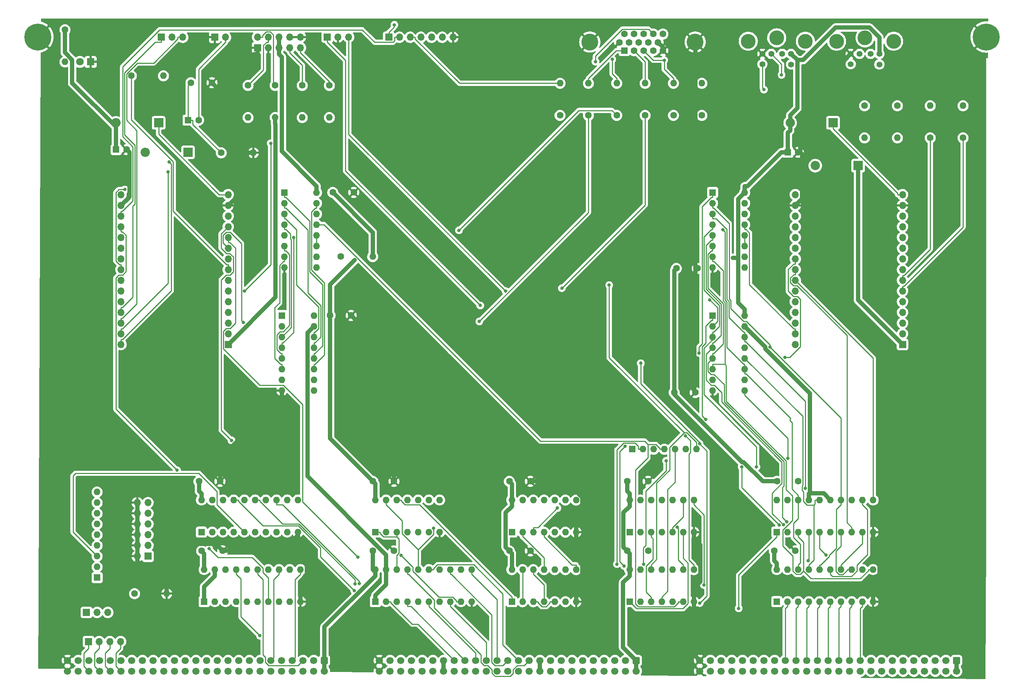
<source format=gbr>
%TF.GenerationSoftware,KiCad,Pcbnew,(6.0.11)*%
%TF.CreationDate,2023-08-06T14:01:47-05:00*%
%TF.ProjectId,input-output.DualESP32,696e7075-742d-46f7-9574-7075742e4475,V1.0*%
%TF.SameCoordinates,Original*%
%TF.FileFunction,Copper,L2,Bot*%
%TF.FilePolarity,Positive*%
%FSLAX46Y46*%
G04 Gerber Fmt 4.6, Leading zero omitted, Abs format (unit mm)*
G04 Created by KiCad (PCBNEW (6.0.11)) date 2023-08-06 14:01:47*
%MOMM*%
%LPD*%
G01*
G04 APERTURE LIST*
G04 Aperture macros list*
%AMRoundRect*
0 Rectangle with rounded corners*
0 $1 Rounding radius*
0 $2 $3 $4 $5 $6 $7 $8 $9 X,Y pos of 4 corners*
0 Add a 4 corners polygon primitive as box body*
4,1,4,$2,$3,$4,$5,$6,$7,$8,$9,$2,$3,0*
0 Add four circle primitives for the rounded corners*
1,1,$1+$1,$2,$3*
1,1,$1+$1,$4,$5*
1,1,$1+$1,$6,$7*
1,1,$1+$1,$8,$9*
0 Add four rect primitives between the rounded corners*
20,1,$1+$1,$2,$3,$4,$5,0*
20,1,$1+$1,$4,$5,$6,$7,0*
20,1,$1+$1,$6,$7,$8,$9,0*
20,1,$1+$1,$8,$9,$2,$3,0*%
G04 Aperture macros list end*
%TA.AperFunction,ComponentPad*%
%ADD10R,1.700000X1.700000*%
%TD*%
%TA.AperFunction,ComponentPad*%
%ADD11O,1.700000X1.700000*%
%TD*%
%TA.AperFunction,ComponentPad*%
%ADD12R,1.600000X1.600000*%
%TD*%
%TA.AperFunction,ComponentPad*%
%ADD13O,1.600000X1.600000*%
%TD*%
%TA.AperFunction,ComponentPad*%
%ADD14RoundRect,0.250000X-0.600000X0.600000X-0.600000X-0.600000X0.600000X-0.600000X0.600000X0.600000X0*%
%TD*%
%TA.AperFunction,ComponentPad*%
%ADD15C,1.700000*%
%TD*%
%TA.AperFunction,ComponentPad*%
%ADD16C,6.400000*%
%TD*%
%TA.AperFunction,ComponentPad*%
%ADD17R,1.800000X1.800000*%
%TD*%
%TA.AperFunction,ComponentPad*%
%ADD18C,1.800000*%
%TD*%
%TA.AperFunction,ComponentPad*%
%ADD19C,1.600000*%
%TD*%
%TA.AperFunction,ComponentPad*%
%ADD20R,2.200000X2.200000*%
%TD*%
%TA.AperFunction,ComponentPad*%
%ADD21O,2.200000X2.200000*%
%TD*%
%TA.AperFunction,ComponentPad*%
%ADD22C,1.422400*%
%TD*%
%TA.AperFunction,ComponentPad*%
%ADD23C,3.497580*%
%TD*%
%TA.AperFunction,ComponentPad*%
%ADD24C,4.000000*%
%TD*%
%TA.AperFunction,ViaPad*%
%ADD25C,0.800000*%
%TD*%
%TA.AperFunction,Conductor*%
%ADD26C,0.250000*%
%TD*%
%TA.AperFunction,Conductor*%
%ADD27C,1.000000*%
%TD*%
G04 APERTURE END LIST*
D10*
%TO.P,J7,1,Pin_1*%
%TO.N,Net-(RN2-Pad4)*%
X66120000Y-198250000D03*
D11*
%TO.P,J7,2,Pin_2*%
%TO.N,GND*%
X63580000Y-198250000D03*
%TO.P,J7,3,Pin_3*%
%TO.N,Net-(RN2-Pad5)*%
X66120000Y-195710000D03*
%TO.P,J7,4,Pin_4*%
%TO.N,GND*%
X63580000Y-195710000D03*
%TO.P,J7,5,Pin_5*%
%TO.N,Net-(RN2-Pad6)*%
X66120000Y-193170000D03*
%TO.P,J7,6,Pin_6*%
%TO.N,GND*%
X63580000Y-193170000D03*
%TO.P,J7,7,Pin_7*%
%TO.N,Net-(RN2-Pad7)*%
X66120000Y-190630000D03*
%TO.P,J7,8,Pin_8*%
%TO.N,GND*%
X63580000Y-190630000D03*
%TO.P,J7,9,Pin_9*%
%TO.N,Net-(RN2-Pad8)*%
X66120000Y-188090000D03*
%TO.P,J7,10,Pin_10*%
%TO.N,GND*%
X63580000Y-188090000D03*
%TO.P,J7,11,Pin_11*%
%TO.N,Net-(RN2-Pad9)*%
X66120000Y-185550000D03*
%TO.P,J7,12,Pin_12*%
%TO.N,GND*%
X63580000Y-185550000D03*
%TD*%
D12*
%TO.P,U16,1,G*%
%TO.N,~{bIORQ}*%
X78820000Y-192525000D03*
D13*
%TO.P,U16,2,P0*%
%TO.N,~{bM1}*%
X81360000Y-192525000D03*
%TO.P,U16,3,R0*%
%TO.N,Net-(RN2-Pad2)*%
X83900000Y-192525000D03*
%TO.P,U16,4,P1*%
%TO.N,~{bM1}*%
X86440000Y-192525000D03*
%TO.P,U16,5,R1*%
%TO.N,Net-(RN2-Pad3)*%
X88980000Y-192525000D03*
%TO.P,U16,6,P2*%
%TO.N,bA2*%
X91520000Y-192525000D03*
%TO.P,U16,7,R2*%
%TO.N,Net-(RN2-Pad4)*%
X94060000Y-192525000D03*
%TO.P,U16,8,P3*%
%TO.N,bA3*%
X96600000Y-192525000D03*
%TO.P,U16,9,R3*%
%TO.N,Net-(RN2-Pad5)*%
X99140000Y-192525000D03*
%TO.P,U16,10,GND*%
%TO.N,GND*%
X101680000Y-192525000D03*
%TO.P,U16,11,P4*%
%TO.N,bA4*%
X101680000Y-184905000D03*
%TO.P,U16,12,R4*%
%TO.N,Net-(RN2-Pad6)*%
X99140000Y-184905000D03*
%TO.P,U16,13,P5*%
%TO.N,bA5*%
X96600000Y-184905000D03*
%TO.P,U16,14,R5*%
%TO.N,Net-(RN2-Pad7)*%
X94060000Y-184905000D03*
%TO.P,U16,15,P6*%
%TO.N,bA6*%
X91520000Y-184905000D03*
%TO.P,U16,16,R6*%
%TO.N,Net-(RN2-Pad8)*%
X88980000Y-184905000D03*
%TO.P,U16,17,P7*%
%TO.N,bA7*%
X86440000Y-184905000D03*
%TO.P,U16,18,R7*%
%TO.N,Net-(RN2-Pad9)*%
X83900000Y-184905000D03*
%TO.P,U16,19,P=R*%
%TO.N,~{CS_ESP}*%
X81360000Y-184905000D03*
%TO.P,U16,20,VCC*%
%TO.N,VCC*%
X78820000Y-184905000D03*
%TD*%
D12*
%TO.P,RN2,1,common*%
%TO.N,VCC*%
X54050000Y-203330000D03*
D13*
%TO.P,RN2,2,R1*%
%TO.N,Net-(RN2-Pad2)*%
X54050000Y-200790000D03*
%TO.P,RN2,3,R2*%
%TO.N,Net-(RN2-Pad3)*%
X54050000Y-198250000D03*
%TO.P,RN2,4,R3*%
%TO.N,Net-(RN2-Pad4)*%
X54050000Y-195710000D03*
%TO.P,RN2,5,R4*%
%TO.N,Net-(RN2-Pad5)*%
X54050000Y-193170000D03*
%TO.P,RN2,6,R5*%
%TO.N,Net-(RN2-Pad6)*%
X54050000Y-190630000D03*
%TO.P,RN2,7,R6*%
%TO.N,Net-(RN2-Pad7)*%
X54050000Y-188090000D03*
%TO.P,RN2,8,R7*%
%TO.N,Net-(RN2-Pad8)*%
X54050000Y-185550000D03*
%TO.P,RN2,9,R8*%
%TO.N,Net-(RN2-Pad9)*%
X54050000Y-183010000D03*
%TD*%
D14*
%TO.P,P1,1,Pin_1*%
%TO.N,VCC*%
X108000000Y-223000000D03*
D15*
%TO.P,P1,2,Pin_2*%
X108000000Y-225540000D03*
%TO.P,P1,3,Pin_3*%
%TO.N,~{RD}*%
X105460000Y-223000000D03*
%TO.P,P1,4,Pin_4*%
%TO.N,/bus/E*%
X105460000Y-225540000D03*
%TO.P,P1,5,Pin_5*%
%TO.N,~{WR}*%
X102920000Y-223000000D03*
%TO.P,P1,6,Pin_6*%
%TO.N,/bus/ST*%
X102920000Y-225540000D03*
%TO.P,P1,7,Pin_7*%
%TO.N,~{IORQ}*%
X100380000Y-223000000D03*
%TO.P,P1,8,Pin_8*%
%TO.N,/bus/PHI*%
X100380000Y-225540000D03*
%TO.P,P1,9,Pin_9*%
%TO.N,/bus/~{MREQ}*%
X97840000Y-223000000D03*
%TO.P,P1,10,Pin_10*%
%TO.N,/bus/~{INT2}*%
X97840000Y-225540000D03*
%TO.P,P1,11,Pin_11*%
%TO.N,~{M1}*%
X95300000Y-223000000D03*
%TO.P,P1,12,Pin_12*%
%TO.N,/bus/~{INT1}*%
X95300000Y-225540000D03*
%TO.P,P1,13,Pin_13*%
%TO.N,/bus/~{BUSACK}*%
X92760000Y-223000000D03*
%TO.P,P1,14,Pin_14*%
%TO.N,/bus/CRUCLK*%
X92760000Y-225540000D03*
%TO.P,P1,15,Pin_15*%
%TO.N,/bus/CLK*%
X90220000Y-223000000D03*
%TO.P,P1,16,Pin_16*%
%TO.N,/bus/CRUOUT*%
X90220000Y-225540000D03*
%TO.P,P1,17,Pin_17*%
%TO.N,/bus/~{INT0}*%
X87680000Y-223000000D03*
%TO.P,P1,18,Pin_18*%
%TO.N,/bus/CRUIN*%
X87680000Y-225540000D03*
%TO.P,P1,19,Pin_19*%
%TO.N,/bus/~{NMI}*%
X85140000Y-223000000D03*
%TO.P,P1,20,Pin_20*%
%TO.N,~{RES_IN}*%
X85140000Y-225540000D03*
%TO.P,P1,21,Pin_21*%
%TO.N,~{RES_OUT}*%
X82600000Y-223000000D03*
%TO.P,P1,22,Pin_22*%
%TO.N,/bus/USER8*%
X82600000Y-225540000D03*
%TO.P,P1,23,Pin_23*%
%TO.N,/bus/~{BUSRQ}*%
X80060000Y-223000000D03*
%TO.P,P1,24,Pin_24*%
%TO.N,/bus/USER7*%
X80060000Y-225540000D03*
%TO.P,P1,25,Pin_25*%
%TO.N,/bus/~{WAIT}*%
X77520000Y-223000000D03*
%TO.P,P1,26,Pin_26*%
%TO.N,/bus/USER6*%
X77520000Y-225540000D03*
%TO.P,P1,27,Pin_27*%
%TO.N,/bus/~{HALT}*%
X74980000Y-223000000D03*
%TO.P,P1,28,Pin_28*%
%TO.N,/bus/USER5*%
X74980000Y-225540000D03*
%TO.P,P1,29,Pin_29*%
%TO.N,/bus/~{RFSH}*%
X72440000Y-223000000D03*
%TO.P,P1,30,Pin_30*%
%TO.N,/bus/USER4*%
X72440000Y-225540000D03*
%TO.P,P1,31,Pin_31*%
%TO.N,/bus/~{EIRQ7}*%
X69900000Y-223000000D03*
%TO.P,P1,32,Pin_32*%
%TO.N,/bus/USER3*%
X69900000Y-225540000D03*
%TO.P,P1,33,Pin_33*%
%TO.N,/bus/~{EIRQ6}*%
X67360000Y-223000000D03*
%TO.P,P1,34,Pin_34*%
%TO.N,/bus/USER2*%
X67360000Y-225540000D03*
%TO.P,P1,35,Pin_35*%
%TO.N,/bus/~{EIRQ5}*%
X64820000Y-223000000D03*
%TO.P,P1,36,Pin_36*%
%TO.N,/bus/USER1*%
X64820000Y-225540000D03*
%TO.P,P1,37,Pin_37*%
%TO.N,/bus/~{EIRQ4}*%
X62280000Y-223000000D03*
%TO.P,P1,38,Pin_38*%
%TO.N,/bus/USER0*%
X62280000Y-225540000D03*
%TO.P,P1,39,Pin_39*%
%TO.N,/bus/~{EIRQ3}*%
X59740000Y-223000000D03*
%TO.P,P1,40,Pin_40*%
%TO.N,~{BAI}*%
X59740000Y-225540000D03*
%TO.P,P1,41,Pin_41*%
%TO.N,/bus/~{EIRQ2}*%
X57200000Y-223000000D03*
%TO.P,P1,42,Pin_42*%
%TO.N,~{BAO}*%
X57200000Y-225540000D03*
%TO.P,P1,43,Pin_43*%
%TO.N,/bus/~{EIRQ1}*%
X54660000Y-223000000D03*
%TO.P,P1,44,Pin_44*%
%TO.N,~{IEI}*%
X54660000Y-225540000D03*
%TO.P,P1,45,Pin_45*%
%TO.N,/bus/~{EIRQ0}*%
X52120000Y-223000000D03*
%TO.P,P1,46,Pin_46*%
%TO.N,~{IEO}*%
X52120000Y-225540000D03*
%TO.P,P1,47,Pin_47*%
%TO.N,/bus/I2C_SCL*%
X49580000Y-223000000D03*
%TO.P,P1,48,Pin_48*%
%TO.N,/bus/I2C_SDA*%
X49580000Y-225540000D03*
%TO.P,P1,49,Pin_49*%
%TO.N,GND*%
X47040000Y-223000000D03*
%TO.P,P1,50,Pin_50*%
X47040000Y-225540000D03*
%TD*%
D14*
%TO.P,P2,1,Pin_1*%
%TO.N,VCC*%
X182000000Y-223000000D03*
D15*
%TO.P,P2,2,Pin_2*%
X182000000Y-225540000D03*
%TO.P,P2,3,Pin_3*%
%TO.N,/bus/A15*%
X179460000Y-223000000D03*
%TO.P,P2,4,Pin_4*%
%TO.N,/bus/A31*%
X179460000Y-225540000D03*
%TO.P,P2,5,Pin_5*%
%TO.N,/bus/A14*%
X176920000Y-223000000D03*
%TO.P,P2,6,Pin_6*%
%TO.N,/bus/A30*%
X176920000Y-225540000D03*
%TO.P,P2,7,Pin_7*%
%TO.N,/bus/A13*%
X174380000Y-223000000D03*
%TO.P,P2,8,Pin_8*%
%TO.N,/bus/A29*%
X174380000Y-225540000D03*
%TO.P,P2,9,Pin_9*%
%TO.N,/bus/A12*%
X171840000Y-223000000D03*
%TO.P,P2,10,Pin_10*%
%TO.N,/bus/A28*%
X171840000Y-225540000D03*
%TO.P,P2,11,Pin_11*%
%TO.N,/bus/A11*%
X169300000Y-223000000D03*
%TO.P,P2,12,Pin_12*%
%TO.N,/bus/A27*%
X169300000Y-225540000D03*
%TO.P,P2,13,Pin_13*%
%TO.N,/bus/A10*%
X166760000Y-223000000D03*
%TO.P,P2,14,Pin_14*%
%TO.N,/bus/A26*%
X166760000Y-225540000D03*
%TO.P,P2,15,Pin_15*%
%TO.N,/bus/A9*%
X164220000Y-223000000D03*
%TO.P,P2,16,Pin_16*%
%TO.N,/bus/A25*%
X164220000Y-225540000D03*
%TO.P,P2,17,Pin_17*%
%TO.N,/bus/A8*%
X161680000Y-223000000D03*
%TO.P,P2,18,Pin_18*%
%TO.N,/bus/A24*%
X161680000Y-225540000D03*
%TO.P,P2,19,Pin_19*%
%TO.N,+12V*%
X159140000Y-223000000D03*
%TO.P,P2,20,Pin_20*%
X159140000Y-225540000D03*
%TO.P,P2,21,Pin_21*%
%TO.N,A7*%
X156600000Y-223000000D03*
%TO.P,P2,22,Pin_22*%
%TO.N,/bus/A23*%
X156600000Y-225540000D03*
%TO.P,P2,23,Pin_23*%
%TO.N,A6*%
X154060000Y-223000000D03*
%TO.P,P2,24,Pin_24*%
%TO.N,/bus/A22*%
X154060000Y-225540000D03*
%TO.P,P2,25,Pin_25*%
%TO.N,A5*%
X151520000Y-223000000D03*
%TO.P,P2,26,Pin_26*%
%TO.N,/bus/A21*%
X151520000Y-225540000D03*
%TO.P,P2,27,Pin_27*%
%TO.N,A4*%
X148980000Y-223000000D03*
%TO.P,P2,28,Pin_28*%
%TO.N,/bus/A20*%
X148980000Y-225540000D03*
%TO.P,P2,29,Pin_29*%
%TO.N,A3*%
X146440000Y-223000000D03*
%TO.P,P2,30,Pin_30*%
%TO.N,/bus/A19*%
X146440000Y-225540000D03*
%TO.P,P2,31,Pin_31*%
%TO.N,A2*%
X143900000Y-223000000D03*
%TO.P,P2,32,Pin_32*%
%TO.N,/bus/A18*%
X143900000Y-225540000D03*
%TO.P,P2,33,Pin_33*%
%TO.N,A1*%
X141360000Y-223000000D03*
%TO.P,P2,34,Pin_34*%
%TO.N,/bus/A17*%
X141360000Y-225540000D03*
%TO.P,P2,35,Pin_35*%
%TO.N,A0*%
X138820000Y-223000000D03*
%TO.P,P2,36,Pin_36*%
%TO.N,/bus/A16*%
X138820000Y-225540000D03*
%TO.P,P2,37,Pin_37*%
%TO.N,-12V*%
X136280000Y-223000000D03*
%TO.P,P2,38,Pin_38*%
X136280000Y-225540000D03*
%TO.P,P2,39,Pin_39*%
%TO.N,/bus/IC3*%
X133740000Y-223000000D03*
%TO.P,P2,40,Pin_40*%
%TO.N,/bus/~{TEND1}*%
X133740000Y-225540000D03*
%TO.P,P2,41,Pin_41*%
%TO.N,/bus/IC2*%
X131200000Y-223000000D03*
%TO.P,P2,42,Pin_42*%
%TO.N,/bus/~{DREQ1}*%
X131200000Y-225540000D03*
%TO.P,P2,43,Pin_43*%
%TO.N,/bus/IC1*%
X128660000Y-223000000D03*
%TO.P,P2,44,Pin_44*%
%TO.N,/bus/~{TEND0}*%
X128660000Y-225540000D03*
%TO.P,P2,45,Pin_45*%
%TO.N,/bus/IC0*%
X126120000Y-223000000D03*
%TO.P,P2,46,Pin_46*%
%TO.N,/bus/~{DREQ0}*%
X126120000Y-225540000D03*
%TO.P,P2,47,Pin_47*%
%TO.N,/bus/AUXCLK1*%
X123580000Y-223000000D03*
%TO.P,P2,48,Pin_48*%
%TO.N,/bus/AUXCLK0*%
X123580000Y-225540000D03*
%TO.P,P2,49,Pin_49*%
%TO.N,GND*%
X121040000Y-223000000D03*
%TO.P,P2,50,Pin_50*%
X121040000Y-225540000D03*
%TD*%
D16*
%TO.P,H1,1,1*%
%TO.N,GND*%
X40000000Y-75000000D03*
%TD*%
%TO.P,H2,1,1*%
%TO.N,GND*%
X265000000Y-75000000D03*
%TD*%
D14*
%TO.P,P3,1,Pin_1*%
%TO.N,VCC*%
X258000000Y-223000000D03*
D15*
%TO.P,P3,2,Pin_2*%
X258000000Y-225540000D03*
%TO.P,P3,3,Pin_3*%
%TO.N,/bus/D15*%
X255460000Y-223000000D03*
%TO.P,P3,4,Pin_4*%
%TO.N,/bus/D31*%
X255460000Y-225540000D03*
%TO.P,P3,5,Pin_5*%
%TO.N,/bus/D14*%
X252920000Y-223000000D03*
%TO.P,P3,6,Pin_6*%
%TO.N,/bus/D30*%
X252920000Y-225540000D03*
%TO.P,P3,7,Pin_7*%
%TO.N,/bus/D13*%
X250380000Y-223000000D03*
%TO.P,P3,8,Pin_8*%
%TO.N,/bus/D29*%
X250380000Y-225540000D03*
%TO.P,P3,9,Pin_9*%
%TO.N,/bus/D12*%
X247840000Y-223000000D03*
%TO.P,P3,10,Pin_10*%
%TO.N,/bus/D28*%
X247840000Y-225540000D03*
%TO.P,P3,11,Pin_11*%
%TO.N,/bus/D11*%
X245300000Y-223000000D03*
%TO.P,P3,12,Pin_12*%
%TO.N,/bus/D27*%
X245300000Y-225540000D03*
%TO.P,P3,13,Pin_13*%
%TO.N,/bus/D10*%
X242760000Y-223000000D03*
%TO.P,P3,14,Pin_14*%
%TO.N,/bus/D26*%
X242760000Y-225540000D03*
%TO.P,P3,15,Pin_15*%
%TO.N,/bus/D9*%
X240220000Y-223000000D03*
%TO.P,P3,16,Pin_16*%
%TO.N,/bus/D25*%
X240220000Y-225540000D03*
%TO.P,P3,17,Pin_17*%
%TO.N,/bus/D8*%
X237680000Y-223000000D03*
%TO.P,P3,18,Pin_18*%
%TO.N,/bus/D24*%
X237680000Y-225540000D03*
%TO.P,P3,19,Pin_19*%
%TO.N,D7*%
X235140000Y-223000000D03*
%TO.P,P3,20,Pin_20*%
%TO.N,/bus/D23*%
X235140000Y-225540000D03*
%TO.P,P3,21,Pin_21*%
%TO.N,D6*%
X232600000Y-223000000D03*
%TO.P,P3,22,Pin_22*%
%TO.N,/bus/D22*%
X232600000Y-225540000D03*
%TO.P,P3,23,Pin_23*%
%TO.N,D5*%
X230060000Y-223000000D03*
%TO.P,P3,24,Pin_24*%
%TO.N,/bus/D21*%
X230060000Y-225540000D03*
%TO.P,P3,25,Pin_25*%
%TO.N,D4*%
X227520000Y-223000000D03*
%TO.P,P3,26,Pin_26*%
%TO.N,/bus/D20*%
X227520000Y-225540000D03*
%TO.P,P3,27,Pin_27*%
%TO.N,D3*%
X224980000Y-223000000D03*
%TO.P,P3,28,Pin_28*%
%TO.N,/bus/D19*%
X224980000Y-225540000D03*
%TO.P,P3,29,Pin_29*%
%TO.N,D2*%
X222440000Y-223000000D03*
%TO.P,P3,30,Pin_30*%
%TO.N,/bus/D18*%
X222440000Y-225540000D03*
%TO.P,P3,31,Pin_31*%
%TO.N,D1*%
X219900000Y-223000000D03*
%TO.P,P3,32,Pin_32*%
%TO.N,/bus/D17*%
X219900000Y-225540000D03*
%TO.P,P3,33,Pin_33*%
%TO.N,D0*%
X217360000Y-223000000D03*
%TO.P,P3,34,Pin_34*%
%TO.N,/bus/D16*%
X217360000Y-225540000D03*
%TO.P,P3,35,Pin_35*%
%TO.N,/bus/~{BUSERR}*%
X214820000Y-223000000D03*
%TO.P,P3,36,Pin_36*%
%TO.N,/bus/UDS*%
X214820000Y-225540000D03*
%TO.P,P3,37,Pin_37*%
%TO.N,/bus/~{VPA}*%
X212280000Y-223000000D03*
%TO.P,P3,38,Pin_38*%
%TO.N,/bus/LDS*%
X212280000Y-225540000D03*
%TO.P,P3,39,Pin_39*%
%TO.N,/bus/~{VMA}*%
X209740000Y-223000000D03*
%TO.P,P3,40,Pin_40*%
%TO.N,/bus/S2*%
X209740000Y-225540000D03*
%TO.P,P3,41,Pin_41*%
%TO.N,/bus/~{BHE}*%
X207200000Y-223000000D03*
%TO.P,P3,42,Pin_42*%
%TO.N,/bus/S1*%
X207200000Y-225540000D03*
%TO.P,P3,43,Pin_43*%
%TO.N,/bus/IPL2*%
X204660000Y-223000000D03*
%TO.P,P3,44,Pin_44*%
%TO.N,/bus/S0*%
X204660000Y-225540000D03*
%TO.P,P3,45,Pin_45*%
%TO.N,/bus/IPL1*%
X202120000Y-223000000D03*
%TO.P,P3,46,Pin_46*%
%TO.N,/bus/AUXCLK3*%
X202120000Y-225540000D03*
%TO.P,P3,47,Pin_47*%
%TO.N,/bus/IPL0*%
X199580000Y-223000000D03*
%TO.P,P3,48,Pin_48*%
%TO.N,/bus/AUXCLK2*%
X199580000Y-225540000D03*
%TO.P,P3,49,Pin_49*%
%TO.N,GND*%
X197040000Y-223000000D03*
%TO.P,P3,50,Pin_50*%
X197040000Y-225540000D03*
%TD*%
D17*
%TO.P,D1,1,K*%
%TO.N,GND*%
X52526000Y-80902000D03*
D18*
%TO.P,D1,2,A*%
%TO.N,Net-(D1-Pad2)*%
X49986000Y-80902000D03*
%TD*%
D19*
%TO.P,R1,1*%
%TO.N,VCC*%
X46430000Y-73282000D03*
D13*
%TO.P,R1,2*%
%TO.N,Net-(D1-Pad2)*%
X46430000Y-80902000D03*
%TD*%
D10*
%TO.P,P4,1,Pin_1*%
%TO.N,~{IEO}*%
X52000000Y-218500000D03*
D11*
%TO.P,P4,2,Pin_2*%
%TO.N,~{IEI}*%
X54540000Y-218500000D03*
%TO.P,P4,3,Pin_3*%
%TO.N,~{BAO}*%
X57080000Y-218500000D03*
%TO.P,P4,4,Pin_4*%
%TO.N,~{BAI}*%
X59620000Y-218500000D03*
%TD*%
D12*
%TO.P,U9,1,~{PL}*%
%TO.N,~{ESP0_WR}*%
X97875000Y-141115000D03*
D13*
%TO.P,U9,2,CP*%
%TO.N,ESP0_INCLK*%
X97875000Y-143655000D03*
%TO.P,U9,3,D4*%
%TO.N,bD4*%
X97875000Y-146195000D03*
%TO.P,U9,4,D5*%
%TO.N,bD5*%
X97875000Y-148735000D03*
%TO.P,U9,5,D6*%
%TO.N,bD6*%
X97875000Y-151275000D03*
%TO.P,U9,6,D7*%
%TO.N,bD7*%
X97875000Y-153815000D03*
%TO.P,U9,7,~{Q7}*%
%TO.N,unconnected-(U9-Pad7)*%
X97875000Y-156355000D03*
%TO.P,U9,8,GND*%
%TO.N,GND*%
X97875000Y-158895000D03*
%TO.P,U9,9,Q7*%
%TO.N,Net-(U3-Pad13)*%
X105495000Y-158895000D03*
%TO.P,U9,10,DS*%
%TO.N,unconnected-(U9-Pad10)*%
X105495000Y-156355000D03*
%TO.P,U9,11,D0*%
%TO.N,bD0*%
X105495000Y-153815000D03*
%TO.P,U9,12,D1*%
%TO.N,bD1*%
X105495000Y-151275000D03*
%TO.P,U9,13,D2*%
%TO.N,bD2*%
X105495000Y-148735000D03*
%TO.P,U9,14,D3*%
%TO.N,bD3*%
X105495000Y-146195000D03*
%TO.P,U9,15,~{CE}*%
%TO.N,ZERO*%
X105495000Y-143655000D03*
%TO.P,U9,16,VCC*%
%TO.N,VCC*%
X105495000Y-141115000D03*
%TD*%
D19*
%TO.P,R9,1*%
%TO.N,Net-(J1-Pad2)*%
X96298700Y-86490000D03*
D13*
%TO.P,R9,2*%
%TO.N,+3.3V*%
X96298700Y-94110000D03*
%TD*%
D19*
%TO.P,C18,1*%
%TO.N,VCC*%
X190996000Y-159388000D03*
%TO.P,C18,2*%
%TO.N,GND*%
X195996000Y-159388000D03*
%TD*%
%TO.P,C17,1*%
%TO.N,VCC*%
X191504000Y-129924000D03*
%TO.P,C17,2*%
%TO.N,GND*%
X196504000Y-129924000D03*
%TD*%
D10*
%TO.P,J4,1,Pin_1*%
%TO.N,RX*%
X69305000Y-75060000D03*
D11*
%TO.P,J4,2,Pin_2*%
%TO.N,GND*%
X71845000Y-75060000D03*
%TO.P,J4,3,Pin_3*%
%TO.N,TX*%
X74385000Y-75060000D03*
%TD*%
D19*
%TO.P,R10,1*%
%TO.N,Net-(J1-Pad2)*%
X236168000Y-91316000D03*
D13*
%TO.P,R10,2*%
%TO.N,KBDCLK*%
X236168000Y-98936000D03*
%TD*%
D19*
%TO.P,C5,1*%
%TO.N,VCC*%
X151880000Y-180470000D03*
%TO.P,C5,2*%
%TO.N,GND*%
X156880000Y-180470000D03*
%TD*%
%TO.P,R8,1*%
%TO.N,Net-(J1-Pad4)*%
X89864000Y-86490000D03*
D13*
%TO.P,R8,2*%
%TO.N,+3.3V*%
X89864000Y-94110000D03*
%TD*%
D19*
%TO.P,R6,1*%
%TO.N,Net-(J1-Pad7)*%
X102733300Y-86490000D03*
D13*
%TO.P,R6,2*%
%TO.N,+3.3V*%
X102733300Y-94110000D03*
%TD*%
D19*
%TO.P,R3,1*%
%TO.N,MSEDAT*%
X259536000Y-98936000D03*
D13*
%TO.P,R3,2*%
%TO.N,Net-(J1-Pad7)*%
X259536000Y-91316000D03*
%TD*%
D12*
%TO.P,U13,1,OEa*%
%TO.N,ZERO*%
X120095000Y-209035000D03*
D13*
%TO.P,U13,2,I0a*%
%TO.N,A0*%
X122635000Y-209035000D03*
%TO.P,U13,3,O3b*%
%TO.N,bA7*%
X125175000Y-209035000D03*
%TO.P,U13,4,I1a*%
%TO.N,A1*%
X127715000Y-209035000D03*
%TO.P,U13,5,O2b*%
%TO.N,bA6*%
X130255000Y-209035000D03*
%TO.P,U13,6,I2a*%
%TO.N,A2*%
X132795000Y-209035000D03*
%TO.P,U13,7,O1b*%
%TO.N,bA5*%
X135335000Y-209035000D03*
%TO.P,U13,8,I3a*%
%TO.N,A3*%
X137875000Y-209035000D03*
%TO.P,U13,9,O0b*%
%TO.N,bA4*%
X140415000Y-209035000D03*
%TO.P,U13,10,GND*%
%TO.N,GND*%
X142955000Y-209035000D03*
%TO.P,U13,11,I0b*%
%TO.N,A4*%
X142955000Y-201415000D03*
%TO.P,U13,12,O3a*%
%TO.N,bA3*%
X140415000Y-201415000D03*
%TO.P,U13,13,I1b*%
%TO.N,A5*%
X137875000Y-201415000D03*
%TO.P,U13,14,O2a*%
%TO.N,bA2*%
X135335000Y-201415000D03*
%TO.P,U13,15,I2b*%
%TO.N,A6*%
X132795000Y-201415000D03*
%TO.P,U13,16,O1a*%
%TO.N,bA1*%
X130255000Y-201415000D03*
%TO.P,U13,17,I3b*%
%TO.N,A7*%
X127715000Y-201415000D03*
%TO.P,U13,18,O0a*%
%TO.N,bA0*%
X125175000Y-201415000D03*
%TO.P,U13,19,OEb*%
%TO.N,ZERO*%
X122635000Y-201415000D03*
%TO.P,U13,20,VCC*%
%TO.N,VCC*%
X120095000Y-201415000D03*
%TD*%
D19*
%TO.P,C2,1*%
%TO.N,VCC*%
X78855000Y-196980000D03*
%TO.P,C2,2*%
%TO.N,GND*%
X83855000Y-196980000D03*
%TD*%
D10*
%TO.P,J3,1,Pin_1*%
%TO.N,RX1*%
X108675000Y-74990000D03*
D11*
%TO.P,J3,2,Pin_2*%
%TO.N,GND*%
X111215000Y-74990000D03*
%TO.P,J3,3,Pin_3*%
%TO.N,TX1*%
X113755000Y-74990000D03*
%TD*%
D19*
%TO.P,C6,1*%
%TO.N,VCC*%
X151880000Y-196980000D03*
%TO.P,C6,2*%
%TO.N,GND*%
X156880000Y-196980000D03*
%TD*%
D12*
%TO.P,U5,1*%
%TO.N,Net-(U1-Pad2)*%
X180415000Y-192535000D03*
D13*
%TO.P,U5,2*%
%TO.N,~{ESP_WR}*%
X182955000Y-192535000D03*
%TO.P,U5,3*%
%TO.N,Net-(U3-Pad3)*%
X185495000Y-192535000D03*
%TO.P,U5,4*%
%TO.N,~{ESP_WR}*%
X188035000Y-192535000D03*
%TO.P,U5,5*%
%TO.N,bA0*%
X190575000Y-192535000D03*
%TO.P,U5,6*%
%TO.N,Net-(U3-Pad1)*%
X193115000Y-192535000D03*
%TO.P,U5,7,GND*%
%TO.N,GND*%
X195655000Y-192535000D03*
%TO.P,U5,8*%
%TO.N,Net-(U3-Pad5)*%
X195655000Y-184915000D03*
%TO.P,U5,9*%
%TO.N,bA0*%
X193115000Y-184915000D03*
%TO.P,U5,10*%
%TO.N,~{ESP_RD}*%
X190575000Y-184915000D03*
%TO.P,U5,11*%
%TO.N,Net-(U3-Pad9)*%
X188035000Y-184915000D03*
%TO.P,U5,12*%
%TO.N,Net-(U1-Pad4)*%
X185495000Y-184915000D03*
%TO.P,U5,13*%
%TO.N,~{ESP_RD}*%
X182955000Y-184915000D03*
%TO.P,U5,14,VCC*%
%TO.N,VCC*%
X180415000Y-184915000D03*
%TD*%
D10*
%TO.P,J6,1,Pin_1*%
%TO.N,~{RES_IN}*%
X51525000Y-211585000D03*
D11*
%TO.P,J6,2,Pin_2*%
%TO.N,Net-(J6-Pad2)*%
X54065000Y-211585000D03*
%TO.P,J6,3,Pin_3*%
%TO.N,~{RES_OUT}*%
X56605000Y-211585000D03*
%TD*%
D12*
%TO.P,C16,1*%
%TO.N,Net-(C15-Pad1)*%
X75640000Y-94745000D03*
D19*
%TO.P,C16,2*%
%TO.N,Net-(C16-Pad2)*%
X78140000Y-94745000D03*
%TD*%
%TO.P,R13,1*%
%TO.N,VGA_R0*%
X170636000Y-93602000D03*
D13*
%TO.P,R13,2*%
%TO.N,Net-(J10-Pad3)*%
X170636000Y-85982000D03*
%TD*%
D19*
%TO.P,C1,1*%
%TO.N,VCC*%
X78220000Y-180470000D03*
%TO.P,C1,2*%
%TO.N,GND*%
X83220000Y-180470000D03*
%TD*%
D20*
%TO.P,D5,1,K*%
%TO.N,+3.3V*%
X234644000Y-105540000D03*
D21*
%TO.P,D5,2,A*%
%TO.N,Net-(D5-Pad2)*%
X224484000Y-105540000D03*
%TD*%
D19*
%TO.P,R4,1*%
%TO.N,MSECLK*%
X251746700Y-98936000D03*
D13*
%TO.P,R4,2*%
%TO.N,Net-(J1-Pad9)*%
X251746700Y-91316000D03*
%TD*%
D12*
%TO.P,U6,1,QB*%
%TO.N,bD1*%
X200110000Y-111905000D03*
D13*
%TO.P,U6,2,QC*%
%TO.N,bD2*%
X200110000Y-114445000D03*
%TO.P,U6,3,QD*%
%TO.N,bD3*%
X200110000Y-116985000D03*
%TO.P,U6,4,QE*%
%TO.N,bD4*%
X200110000Y-119525000D03*
%TO.P,U6,5,QF*%
%TO.N,bD5*%
X200110000Y-122065000D03*
%TO.P,U6,6,QG*%
%TO.N,bD6*%
X200110000Y-124605000D03*
%TO.P,U6,7,QH*%
%TO.N,bD7*%
X200110000Y-127145000D03*
%TO.P,U6,8,GND*%
%TO.N,GND*%
X200110000Y-129685000D03*
%TO.P,U6,9,QH'*%
%TO.N,unconnected-(U6-Pad9)*%
X207730000Y-129685000D03*
%TO.P,U6,10,~{SRCLR}*%
%TO.N,ONE*%
X207730000Y-127145000D03*
%TO.P,U6,11,SRCLK*%
%TO.N,ESP1_OUTCLK*%
X207730000Y-124605000D03*
%TO.P,U6,12,RCLK*%
X207730000Y-122065000D03*
%TO.P,U6,13,~{OE}*%
%TO.N,~{ESP1_RD}*%
X207730000Y-119525000D03*
%TO.P,U6,14,SER*%
%TO.N,ESP1_OUT*%
X207730000Y-116985000D03*
%TO.P,U6,15,QA*%
%TO.N,bD0*%
X207730000Y-114445000D03*
%TO.P,U6,16,VCC*%
%TO.N,VCC*%
X207730000Y-111905000D03*
%TD*%
D12*
%TO.P,C13,1*%
%TO.N,VCC*%
X58559900Y-101730000D03*
D19*
%TO.P,C13,2*%
%TO.N,GND*%
X61059900Y-101730000D03*
%TD*%
%TO.P,R18,1*%
%TO.N,ONE*%
X111835000Y-127130000D03*
D13*
%TO.P,R18,2*%
%TO.N,VCC*%
X119455000Y-127130000D03*
%TD*%
D12*
%TO.P,C14,1*%
%TO.N,VCC*%
X217944900Y-102365000D03*
D19*
%TO.P,C14,2*%
%TO.N,GND*%
X220444900Y-102365000D03*
%TD*%
%TO.P,R5,1*%
%TO.N,Net-(C15-Pad1)*%
X83514000Y-102492000D03*
D13*
%TO.P,R5,2*%
%TO.N,GND*%
X91134000Y-102492000D03*
%TD*%
D19*
%TO.P,R11,1*%
%TO.N,Net-(J1-Pad4)*%
X243957300Y-91316000D03*
D13*
%TO.P,R11,2*%
%TO.N,KBDDAT*%
X243957300Y-98936000D03*
%TD*%
D20*
%TO.P,D4,1,K*%
%TO.N,+3.3V*%
X75640000Y-102365000D03*
D21*
%TO.P,D4,2,A*%
%TO.N,Net-(D4-Pad2)*%
X65480000Y-102365000D03*
%TD*%
D22*
%TO.P,J8,1*%
%TO.N,Net-(J1-Pad4)*%
X214029360Y-78996480D03*
%TO.P,J8,2*%
%TO.N,unconnected-(J8-Pad2)*%
X216625240Y-78996480D03*
%TO.P,J8,3*%
%TO.N,GND*%
X211928780Y-78996480D03*
%TO.P,J8,4*%
%TO.N,VCC*%
X218725820Y-78996480D03*
%TO.P,J8,5*%
%TO.N,Net-(J1-Pad2)*%
X211928780Y-81445040D03*
%TO.P,J8,6*%
%TO.N,unconnected-(J8-Pad6)*%
X218725820Y-81495840D03*
D23*
%TO.P,J8,SH1*%
%TO.N,N/C*%
X222126880Y-75996740D03*
%TO.P,J8,SH2*%
X215327300Y-75199180D03*
%TO.P,J8,SH3*%
X208578520Y-75996740D03*
%TD*%
D12*
%TO.P,U7,1,~{PL}*%
%TO.N,~{ESP1_WR}*%
X200110000Y-141115000D03*
D13*
%TO.P,U7,2,CP*%
%TO.N,ESP1_INCLK*%
X200110000Y-143655000D03*
%TO.P,U7,3,D4*%
%TO.N,bD4*%
X200110000Y-146195000D03*
%TO.P,U7,4,D5*%
%TO.N,bD5*%
X200110000Y-148735000D03*
%TO.P,U7,5,D6*%
%TO.N,bD6*%
X200110000Y-151275000D03*
%TO.P,U7,6,D7*%
%TO.N,bD7*%
X200110000Y-153815000D03*
%TO.P,U7,7,~{Q7}*%
%TO.N,unconnected-(U7-Pad7)*%
X200110000Y-156355000D03*
%TO.P,U7,8,GND*%
%TO.N,GND*%
X200110000Y-158895000D03*
%TO.P,U7,9,Q7*%
%TO.N,Net-(U3-Pad11)*%
X207730000Y-158895000D03*
%TO.P,U7,10,DS*%
%TO.N,unconnected-(U7-Pad10)*%
X207730000Y-156355000D03*
%TO.P,U7,11,D0*%
%TO.N,bD0*%
X207730000Y-153815000D03*
%TO.P,U7,12,D1*%
%TO.N,bD1*%
X207730000Y-151275000D03*
%TO.P,U7,13,D2*%
%TO.N,bD2*%
X207730000Y-148735000D03*
%TO.P,U7,14,D3*%
%TO.N,bD3*%
X207730000Y-146195000D03*
%TO.P,U7,15,~{CE}*%
%TO.N,ZERO*%
X207730000Y-143655000D03*
%TO.P,U7,16,VCC*%
%TO.N,VCC*%
X207730000Y-141115000D03*
%TD*%
D19*
%TO.P,C12,1*%
%TO.N,VCC*%
X109335000Y-141100000D03*
%TO.P,C12,2*%
%TO.N,GND*%
X114335000Y-141100000D03*
%TD*%
D12*
%TO.P,U1,1*%
%TO.N,bA0*%
X120085000Y-192525000D03*
D13*
%TO.P,U1,2*%
%TO.N,Net-(U1-Pad2)*%
X122625000Y-192525000D03*
%TO.P,U1,3*%
%TO.N,bA0*%
X125165000Y-192525000D03*
%TO.P,U1,4*%
%TO.N,Net-(U1-Pad4)*%
X127705000Y-192525000D03*
%TO.P,U1,5*%
%TO.N,unconnected-(U1-Pad5)*%
X130245000Y-192525000D03*
%TO.P,U1,6*%
%TO.N,unconnected-(U1-Pad6)*%
X132785000Y-192525000D03*
%TO.P,U1,7,GND*%
%TO.N,GND*%
X135325000Y-192525000D03*
%TO.P,U1,8*%
%TO.N,unconnected-(U1-Pad8)*%
X135325000Y-184905000D03*
%TO.P,U1,9*%
%TO.N,unconnected-(U1-Pad9)*%
X132785000Y-184905000D03*
%TO.P,U1,10*%
%TO.N,unconnected-(U1-Pad10)*%
X130245000Y-184905000D03*
%TO.P,U1,11*%
%TO.N,unconnected-(U1-Pad11)*%
X127705000Y-184905000D03*
%TO.P,U1,12*%
%TO.N,Net-(U1-Pad12)*%
X125165000Y-184905000D03*
%TO.P,U1,13*%
%TO.N,bA1*%
X122625000Y-184905000D03*
%TO.P,U1,14,VCC*%
%TO.N,VCC*%
X120085000Y-184905000D03*
%TD*%
D10*
%TO.P,J2,1,Pin_1*%
%TO.N,GND*%
X81990000Y-75060000D03*
D11*
%TO.P,J2,2,Pin_2*%
%TO.N,Net-(C16-Pad2)*%
X84530000Y-75060000D03*
%TD*%
D20*
%TO.P,D3,1,K*%
%TO.N,Net-(D3-Pad1)*%
X228675000Y-95380000D03*
D21*
%TO.P,D3,2,A*%
%TO.N,VCC*%
X218515000Y-95380000D03*
%TD*%
D19*
%TO.P,R2,1*%
%TO.N,AUDIO*%
X62178000Y-84204000D03*
D13*
%TO.P,R2,2*%
%TO.N,Net-(C15-Pad1)*%
X69798000Y-84204000D03*
%TD*%
D19*
%TO.P,R7,1*%
%TO.N,Net-(J1-Pad9)*%
X109168000Y-86490000D03*
D13*
%TO.P,R7,2*%
%TO.N,+3.3V*%
X109168000Y-94110000D03*
%TD*%
D19*
%TO.P,C3,1*%
%TO.N,VCC*%
X119495000Y-180470000D03*
%TO.P,C3,2*%
%TO.N,GND*%
X124495000Y-180470000D03*
%TD*%
D22*
%TO.P,J9,1*%
%TO.N,Net-(J1-Pad7)*%
X234984360Y-78996480D03*
%TO.P,J9,2*%
%TO.N,unconnected-(J9-Pad2)*%
X237580240Y-78996480D03*
%TO.P,J9,3*%
%TO.N,GND*%
X232883780Y-78996480D03*
%TO.P,J9,4*%
%TO.N,VCC*%
X239680820Y-78996480D03*
%TO.P,J9,5*%
%TO.N,Net-(J1-Pad9)*%
X232883780Y-81445040D03*
%TO.P,J9,6*%
%TO.N,unconnected-(J9-Pad6)*%
X239680820Y-81495840D03*
D23*
%TO.P,J9,SH1*%
%TO.N,N/C*%
X243081880Y-75996740D03*
%TO.P,J9,SH2*%
X236282300Y-75199180D03*
%TO.P,J9,SH3*%
X229533520Y-75996740D03*
%TD*%
D12*
%TO.P,U10,1,OEa*%
%TO.N,Net-(U10-Pad1)*%
X215345000Y-192525000D03*
D13*
%TO.P,U10,2,I0a*%
%TO.N,ESP0_RDYO*%
X217885000Y-192525000D03*
%TO.P,U10,3,O3b*%
%TO.N,bD7*%
X220425000Y-192525000D03*
%TO.P,U10,4,I1a*%
%TO.N,ESP0_BUSY*%
X222965000Y-192525000D03*
%TO.P,U10,5,O2b*%
%TO.N,bD6*%
X225505000Y-192525000D03*
%TO.P,U10,6,I2a*%
%TO.N,ESP0_SPAREO*%
X228045000Y-192525000D03*
%TO.P,U10,7,O1b*%
%TO.N,bD5*%
X230585000Y-192525000D03*
%TO.P,U10,8,I3a*%
%TO.N,ESP1_RDYO*%
X233125000Y-192525000D03*
%TO.P,U10,9,O0b*%
%TO.N,bD4*%
X235665000Y-192525000D03*
%TO.P,U10,10,GND*%
%TO.N,GND*%
X238205000Y-192525000D03*
%TO.P,U10,11,I0b*%
%TO.N,ESP1_BUSY*%
X238205000Y-184905000D03*
%TO.P,U10,12,O3a*%
%TO.N,bD3*%
X235665000Y-184905000D03*
%TO.P,U10,13,I1b*%
%TO.N,ZERO*%
X233125000Y-184905000D03*
%TO.P,U10,14,O2a*%
%TO.N,bD2*%
X230585000Y-184905000D03*
%TO.P,U10,15,I2b*%
%TO.N,ZERO*%
X228045000Y-184905000D03*
%TO.P,U10,16,O1a*%
%TO.N,bD1*%
X225505000Y-184905000D03*
%TO.P,U10,17,I3b*%
%TO.N,ZERO*%
X222965000Y-184905000D03*
%TO.P,U10,18,O0a*%
%TO.N,bD0*%
X220425000Y-184905000D03*
%TO.P,U10,19,OEb*%
%TO.N,Net-(U10-Pad1)*%
X217885000Y-184905000D03*
%TO.P,U10,20,VCC*%
%TO.N,VCC*%
X215345000Y-184905000D03*
%TD*%
D10*
%TO.P,J1,1,Pin_1*%
%TO.N,GND*%
X92155000Y-77535000D03*
D11*
%TO.P,J1,2,Pin_2*%
%TO.N,Net-(J1-Pad2)*%
X92155000Y-74995000D03*
%TO.P,J1,3,Pin_3*%
%TO.N,GND*%
X94695000Y-77535000D03*
%TO.P,J1,4,Pin_4*%
%TO.N,Net-(J1-Pad4)*%
X94695000Y-74995000D03*
%TO.P,J1,5,Pin_5*%
%TO.N,VCC*%
X97235000Y-77535000D03*
%TO.P,J1,6,Pin_6*%
X97235000Y-74995000D03*
%TO.P,J1,7,Pin_7*%
%TO.N,Net-(J1-Pad7)*%
X99775000Y-77535000D03*
%TO.P,J1,8,Pin_8*%
%TO.N,GND*%
X99775000Y-74995000D03*
%TO.P,J1,9,Pin_9*%
%TO.N,Net-(J1-Pad9)*%
X102315000Y-77535000D03*
%TO.P,J1,10,Pin_10*%
%TO.N,GND*%
X102315000Y-74995000D03*
%TD*%
D12*
%TO.P,U14,1,A->B*%
%TO.N,~{RD}*%
X215345000Y-209035000D03*
D13*
%TO.P,U14,2,A0*%
%TO.N,D0*%
X217885000Y-209035000D03*
%TO.P,U14,3,A1*%
%TO.N,D1*%
X220425000Y-209035000D03*
%TO.P,U14,4,A2*%
%TO.N,D2*%
X222965000Y-209035000D03*
%TO.P,U14,5,A3*%
%TO.N,D3*%
X225505000Y-209035000D03*
%TO.P,U14,6,A4*%
%TO.N,D4*%
X228045000Y-209035000D03*
%TO.P,U14,7,A5*%
%TO.N,D5*%
X230585000Y-209035000D03*
%TO.P,U14,8,A6*%
%TO.N,D6*%
X233125000Y-209035000D03*
%TO.P,U14,9,A7*%
%TO.N,D7*%
X235665000Y-209035000D03*
%TO.P,U14,10,GND*%
%TO.N,GND*%
X238205000Y-209035000D03*
%TO.P,U14,11,B7*%
%TO.N,bD7*%
X238205000Y-201415000D03*
%TO.P,U14,12,B6*%
%TO.N,bD6*%
X235665000Y-201415000D03*
%TO.P,U14,13,B5*%
%TO.N,bD5*%
X233125000Y-201415000D03*
%TO.P,U14,14,B4*%
%TO.N,bD4*%
X230585000Y-201415000D03*
%TO.P,U14,15,B3*%
%TO.N,bD3*%
X228045000Y-201415000D03*
%TO.P,U14,16,B2*%
%TO.N,bD2*%
X225505000Y-201415000D03*
%TO.P,U14,17,B1*%
%TO.N,bD1*%
X222965000Y-201415000D03*
%TO.P,U14,18,B0*%
%TO.N,bD0*%
X220425000Y-201415000D03*
%TO.P,U14,19,CE*%
%TO.N,~{CS_ESP}*%
X217885000Y-201415000D03*
%TO.P,U14,20,VCC*%
%TO.N,VCC*%
X215345000Y-201415000D03*
%TD*%
D19*
%TO.P,R12,1*%
%TO.N,VGA_R1*%
X163905000Y-93602000D03*
D13*
%TO.P,R12,2*%
%TO.N,Net-(J10-Pad3)*%
X163905000Y-85982000D03*
%TD*%
D19*
%TO.P,C11,1*%
%TO.N,VCC*%
X109970000Y-111890000D03*
%TO.P,C11,2*%
%TO.N,GND*%
X114970000Y-111890000D03*
%TD*%
D12*
%TO.P,U2,1*%
%TO.N,bA1*%
X152475000Y-192535000D03*
D13*
%TO.P,U2,2*%
%TO.N,Net-(U2-Pad2)*%
X155015000Y-192535000D03*
%TO.P,U2,3*%
%TO.N,~{ESP_RD}*%
X157555000Y-192535000D03*
%TO.P,U2,4*%
%TO.N,Net-(U2-Pad4)*%
X160095000Y-192535000D03*
%TO.P,U2,5*%
%TO.N,bA1*%
X162635000Y-192535000D03*
%TO.P,U2,6*%
%TO.N,~{ESP_WR}*%
X165175000Y-192535000D03*
%TO.P,U2,7,GND*%
%TO.N,GND*%
X167715000Y-192535000D03*
%TO.P,U2,8*%
%TO.N,unconnected-(U2-Pad8)*%
X167715000Y-184915000D03*
%TO.P,U2,9*%
%TO.N,unconnected-(U2-Pad9)*%
X165175000Y-184915000D03*
%TO.P,U2,10*%
%TO.N,unconnected-(U2-Pad10)*%
X162635000Y-184915000D03*
%TO.P,U2,11*%
%TO.N,unconnected-(U2-Pad11)*%
X160095000Y-184915000D03*
%TO.P,U2,12*%
%TO.N,unconnected-(U2-Pad12)*%
X157555000Y-184915000D03*
%TO.P,U2,13*%
%TO.N,unconnected-(U2-Pad13)*%
X155015000Y-184915000D03*
%TO.P,U2,14,VCC*%
%TO.N,VCC*%
X152475000Y-184915000D03*
%TD*%
D10*
%TO.P,J10,1,Pin_1*%
%TO.N,VGA_HSYNC*%
X123260000Y-75060000D03*
D11*
%TO.P,J10,2,Pin_2*%
%TO.N,VGA_VSYNC*%
X125800000Y-75060000D03*
%TO.P,J10,3,Pin_3*%
%TO.N,Net-(J10-Pad3)*%
X128340000Y-75060000D03*
%TO.P,J10,4,Pin_4*%
%TO.N,Net-(J10-Pad4)*%
X130880000Y-75060000D03*
%TO.P,J10,5,Pin_5*%
%TO.N,Net-(J10-Pad5)*%
X133420000Y-75060000D03*
%TO.P,J10,6,Pin_6*%
%TO.N,VCC*%
X135960000Y-75060000D03*
%TO.P,J10,7,Pin_7*%
%TO.N,GND*%
X138500000Y-75060000D03*
%TD*%
D12*
%TO.P,U4,1*%
%TO.N,Net-(U1-Pad12)*%
X152475000Y-209045000D03*
D13*
%TO.P,U4,2*%
%TO.N,~{CS_ESP}*%
X155015000Y-209045000D03*
%TO.P,U4,3*%
%TO.N,Net-(U4-Pad3)*%
X157555000Y-209045000D03*
%TO.P,U4,4*%
%TO.N,~{bRD}*%
X160095000Y-209045000D03*
%TO.P,U4,5*%
%TO.N,Net-(U4-Pad3)*%
X162635000Y-209045000D03*
%TO.P,U4,6*%
%TO.N,Net-(U10-Pad1)*%
X165175000Y-209045000D03*
%TO.P,U4,7,GND*%
%TO.N,GND*%
X167715000Y-209045000D03*
%TO.P,U4,8*%
%TO.N,Net-(U2-Pad4)*%
X167715000Y-201425000D03*
%TO.P,U4,9*%
%TO.N,~{bWR}*%
X165175000Y-201425000D03*
%TO.P,U4,10*%
%TO.N,~{CS_ESP}*%
X162635000Y-201425000D03*
%TO.P,U4,11*%
%TO.N,Net-(U2-Pad2)*%
X160095000Y-201425000D03*
%TO.P,U4,12*%
%TO.N,~{bRD}*%
X157555000Y-201425000D03*
%TO.P,U4,13*%
%TO.N,~{CS_ESP}*%
X155015000Y-201425000D03*
%TO.P,U4,14,VCC*%
%TO.N,VCC*%
X152475000Y-201425000D03*
%TD*%
D10*
%TO.P,U12,1,RESET*%
%TO.N,+3.3V*%
X245180000Y-147970000D03*
D11*
%TO.P,U12,2,GPIO36*%
%TO.N,unconnected-(U12-Pad2)*%
X245180000Y-145430000D03*
%TO.P,U12,3,GPIO39*%
%TO.N,unconnected-(U12-Pad3)*%
X245180000Y-142890000D03*
%TO.P,U12,4,GPIO34*%
%TO.N,unconnected-(U12-Pad4)*%
X245180000Y-140350000D03*
%TO.P,U12,5,GPIO35*%
%TO.N,unconnected-(U12-Pad5)*%
X245180000Y-137810000D03*
%TO.P,U12,6,GPIO32*%
%TO.N,MSEDAT*%
X245180000Y-135270000D03*
%TO.P,U12,7,GPIO33*%
%TO.N,MSECLK*%
X245180000Y-132730000D03*
%TO.P,U12,8,GPIO25*%
%TO.N,unconnected-(U12-Pad8)*%
X245180000Y-130190000D03*
%TO.P,U12,9,GPIO26*%
%TO.N,unconnected-(U12-Pad9)*%
X245180000Y-127650000D03*
%TO.P,U12,10,GPIO27*%
%TO.N,unconnected-(U12-Pad10)*%
X245180000Y-125110000D03*
%TO.P,U12,11,GPIO14*%
%TO.N,unconnected-(U12-Pad11)*%
X245180000Y-122570000D03*
%TO.P,U12,12,GPIO12*%
%TO.N,unconnected-(U12-Pad12)*%
X245180000Y-120030000D03*
%TO.P,U12,13,GPIO13*%
%TO.N,unconnected-(U12-Pad13)*%
X245180000Y-117490000D03*
%TO.P,U12,14,GND*%
%TO.N,GND*%
X245180000Y-114950000D03*
%TO.P,U12,15,VIN*%
%TO.N,Net-(D3-Pad1)*%
X245180000Y-112410000D03*
%TO.P,U12,16,3.3V*%
%TO.N,Net-(D5-Pad2)*%
X219740000Y-112410000D03*
%TO.P,U12,17,GND*%
%TO.N,GND*%
X219740000Y-114950000D03*
%TO.P,U12,18,GPIO15*%
%TO.N,unconnected-(U12-Pad18)*%
X219740000Y-117490000D03*
%TO.P,U12,19,GPIO2*%
%TO.N,unconnected-(U12-Pad19)*%
X219740000Y-120030000D03*
%TO.P,U12,20,GPIO4*%
%TO.N,unconnected-(U12-Pad20)*%
X219740000Y-122570000D03*
%TO.P,U12,21,GPIO16*%
%TO.N,ESP1_OUT*%
X219740000Y-125110000D03*
%TO.P,U12,22,GPIO17*%
%TO.N,ESP1_IN*%
X219740000Y-127650000D03*
%TO.P,U12,23,GPIO5*%
%TO.N,ESP1_RDYO*%
X219740000Y-130190000D03*
%TO.P,U12,24,GPIO18*%
%TO.N,ESP1_BUSY*%
X219740000Y-132730000D03*
%TO.P,U12,25,GPIO19*%
%TO.N,ESP1_INCLK*%
X219740000Y-135270000D03*
%TO.P,U12,26,GPIO21*%
%TO.N,ESP1_OUTCLK*%
X219740000Y-137810000D03*
%TO.P,U12,27,GPIO3*%
%TO.N,RX1*%
X219740000Y-140350000D03*
%TO.P,U12,28,GPIO1*%
%TO.N,TX1*%
X219740000Y-142890000D03*
%TO.P,U12,29,GPIO22*%
%TO.N,~{ESP1_RD}*%
X219740000Y-145430000D03*
%TO.P,U12,30,GPIO23*%
%TO.N,~{ESP1_WR}*%
X219740000Y-147970000D03*
%TD*%
D12*
%TO.P,U8,1,QB*%
%TO.N,bD1*%
X98510000Y-111905000D03*
D13*
%TO.P,U8,2,QC*%
%TO.N,bD2*%
X98510000Y-114445000D03*
%TO.P,U8,3,QD*%
%TO.N,bD3*%
X98510000Y-116985000D03*
%TO.P,U8,4,QE*%
%TO.N,bD4*%
X98510000Y-119525000D03*
%TO.P,U8,5,QF*%
%TO.N,bD5*%
X98510000Y-122065000D03*
%TO.P,U8,6,QG*%
%TO.N,bD6*%
X98510000Y-124605000D03*
%TO.P,U8,7,QH*%
%TO.N,bD7*%
X98510000Y-127145000D03*
%TO.P,U8,8,GND*%
%TO.N,GND*%
X98510000Y-129685000D03*
%TO.P,U8,9,QH'*%
%TO.N,unconnected-(U8-Pad9)*%
X106130000Y-129685000D03*
%TO.P,U8,10,~{SRCLR}*%
%TO.N,ONE*%
X106130000Y-127145000D03*
%TO.P,U8,11,SRCLK*%
%TO.N,ESP0_OUTCLK*%
X106130000Y-124605000D03*
%TO.P,U8,12,RCLK*%
X106130000Y-122065000D03*
%TO.P,U8,13,~{OE}*%
%TO.N,~{ESP0_RD}*%
X106130000Y-119525000D03*
%TO.P,U8,14,SER*%
%TO.N,ESP0_OUT*%
X106130000Y-116985000D03*
%TO.P,U8,15,QA*%
%TO.N,bD0*%
X106130000Y-114445000D03*
%TO.P,U8,16,VCC*%
%TO.N,VCC*%
X106130000Y-111905000D03*
%TD*%
D19*
%TO.P,R15,1*%
%TO.N,VGA_G0*%
X177367000Y-93602000D03*
D13*
%TO.P,R15,2*%
%TO.N,Net-(J10-Pad4)*%
X177367000Y-85982000D03*
%TD*%
D24*
%TO.P,J5,0*%
%TO.N,GND*%
X195972700Y-76185000D03*
X170972700Y-76185000D03*
D12*
%TO.P,J5,1*%
%TO.N,Net-(J10-Pad3)*%
X179157700Y-78235000D03*
D19*
%TO.P,J5,2*%
%TO.N,Net-(J10-Pad4)*%
X181447700Y-78235000D03*
%TO.P,J5,3*%
%TO.N,Net-(J10-Pad5)*%
X183737700Y-78235000D03*
%TO.P,J5,4*%
%TO.N,unconnected-(J5-Pad4)*%
X186027700Y-78235000D03*
%TO.P,J5,5*%
%TO.N,GND*%
X188317700Y-78235000D03*
%TO.P,J5,6*%
X178012700Y-76255000D03*
%TO.P,J5,7*%
X180302700Y-76255000D03*
%TO.P,J5,8*%
X182592700Y-76255000D03*
%TO.P,J5,9*%
%TO.N,unconnected-(J5-Pad9)*%
X184882700Y-76255000D03*
%TO.P,J5,10*%
%TO.N,GND*%
X187172700Y-76255000D03*
%TO.P,J5,11*%
%TO.N,unconnected-(J5-Pad11)*%
X179157700Y-74275000D03*
%TO.P,J5,12*%
%TO.N,unconnected-(J5-Pad12)*%
X181447700Y-74275000D03*
%TO.P,J5,13*%
%TO.N,VGA_HSYNC*%
X183737700Y-74275000D03*
%TO.P,J5,14*%
%TO.N,VGA_VSYNC*%
X186027700Y-74275000D03*
%TO.P,J5,15*%
%TO.N,unconnected-(J5-Pad15)*%
X188317700Y-74275000D03*
%TD*%
D12*
%TO.P,U3,1*%
%TO.N,Net-(U3-Pad1)*%
X180415000Y-209045000D03*
D13*
%TO.P,U3,2*%
%TO.N,~{ESP0_WR}*%
X182955000Y-209045000D03*
%TO.P,U3,3*%
%TO.N,Net-(U3-Pad3)*%
X185495000Y-209045000D03*
%TO.P,U3,4*%
%TO.N,~{ESP1_WR}*%
X188035000Y-209045000D03*
%TO.P,U3,5*%
%TO.N,Net-(U3-Pad5)*%
X190575000Y-209045000D03*
%TO.P,U3,6*%
%TO.N,~{ESP0_RD}*%
X193115000Y-209045000D03*
%TO.P,U3,7,GND*%
%TO.N,GND*%
X195655000Y-209045000D03*
%TO.P,U3,8*%
%TO.N,~{ESP1_RD}*%
X195655000Y-201425000D03*
%TO.P,U3,9*%
%TO.N,Net-(U3-Pad9)*%
X193115000Y-201425000D03*
%TO.P,U3,10*%
%TO.N,ESP1_IN*%
X190575000Y-201425000D03*
%TO.P,U3,11*%
%TO.N,Net-(U3-Pad11)*%
X188035000Y-201425000D03*
%TO.P,U3,12*%
%TO.N,ESP0_IN*%
X185495000Y-201425000D03*
%TO.P,U3,13*%
%TO.N,Net-(U3-Pad13)*%
X182955000Y-201425000D03*
%TO.P,U3,14,VCC*%
%TO.N,VCC*%
X180415000Y-201425000D03*
%TD*%
D19*
%TO.P,C9,1*%
%TO.N,VCC*%
X215380000Y-180470000D03*
%TO.P,C9,2*%
%TO.N,GND*%
X220380000Y-180470000D03*
%TD*%
D20*
%TO.P,D2,1,K*%
%TO.N,Net-(D2-Pad1)*%
X68655000Y-95380000D03*
D21*
%TO.P,D2,2,A*%
%TO.N,VCC*%
X58495000Y-95380000D03*
%TD*%
D19*
%TO.P,R16,1*%
%TO.N,VGA_B1*%
X197560000Y-93602000D03*
D13*
%TO.P,R16,2*%
%TO.N,Net-(J10-Pad5)*%
X197560000Y-85982000D03*
%TD*%
D19*
%TO.P,C8,1*%
%TO.N,VCC*%
X179820000Y-196980000D03*
%TO.P,C8,2*%
%TO.N,GND*%
X184820000Y-196980000D03*
%TD*%
%TO.P,C10,1*%
%TO.N,VCC*%
X214745000Y-196980000D03*
%TO.P,C10,2*%
%TO.N,GND*%
X219745000Y-196980000D03*
%TD*%
%TO.P,R19,1*%
%TO.N,ZERO*%
X62940000Y-207140000D03*
D13*
%TO.P,R19,2*%
%TO.N,GND*%
X70560000Y-207140000D03*
%TD*%
D19*
%TO.P,C15,1*%
%TO.N,Net-(C15-Pad1)*%
X76315000Y-85855000D03*
%TO.P,C15,2*%
%TO.N,GND*%
X81315000Y-85855000D03*
%TD*%
%TO.P,R14,1*%
%TO.N,VGA_G1*%
X184098000Y-93602000D03*
D13*
%TO.P,R14,2*%
%TO.N,Net-(J10-Pad4)*%
X184098000Y-85982000D03*
%TD*%
D19*
%TO.P,R17,1*%
%TO.N,VGA_B0*%
X190829000Y-93602000D03*
D13*
%TO.P,R17,2*%
%TO.N,Net-(J10-Pad5)*%
X190829000Y-85982000D03*
%TD*%
D12*
%TO.P,RN1,1,common*%
%TO.N,+3.3V*%
X181045000Y-172850000D03*
D13*
%TO.P,RN1,2,R1*%
%TO.N,ESP1_IN*%
X183585000Y-172850000D03*
%TO.P,RN1,3,R2*%
%TO.N,~{ESP1_RD}*%
X186125000Y-172850000D03*
%TO.P,RN1,4,R3*%
%TO.N,~{ESP0_RD}*%
X188665000Y-172850000D03*
%TO.P,RN1,5,R4*%
%TO.N,~{ESP1_WR}*%
X191205000Y-172850000D03*
%TO.P,RN1,6,R5*%
%TO.N,~{ESP0_WR}*%
X193745000Y-172850000D03*
%TO.P,RN1,7,R6*%
%TO.N,ESP0_IN*%
X196285000Y-172850000D03*
%TD*%
D19*
%TO.P,C4,1*%
%TO.N,VCC*%
X119495000Y-196980000D03*
%TO.P,C4,2*%
%TO.N,GND*%
X124495000Y-196980000D03*
%TD*%
D10*
%TO.P,U11,1,RESET*%
%TO.N,+3.3V*%
X85160000Y-147970000D03*
D11*
%TO.P,U11,2,GPIO36*%
%TO.N,~{ESP0_WR}*%
X85160000Y-145430000D03*
%TO.P,U11,3,GPIO39*%
%TO.N,unconnected-(U11-Pad3)*%
X85160000Y-142890000D03*
%TO.P,U11,4,GPIO34*%
%TO.N,unconnected-(U11-Pad4)*%
X85160000Y-140350000D03*
%TO.P,U11,5,GPIO35*%
%TO.N,unconnected-(U11-Pad5)*%
X85160000Y-137810000D03*
%TO.P,U11,6,GPIO32*%
%TO.N,KBDDAT*%
X85160000Y-135270000D03*
%TO.P,U11,7,GPIO33*%
%TO.N,KBDCLK*%
X85160000Y-132730000D03*
%TO.P,U11,8,GPIO25*%
%TO.N,AUDIO*%
X85160000Y-130190000D03*
%TO.P,U11,9,GPIO26*%
%TO.N,ESP0_OUTCLK*%
X85160000Y-127650000D03*
%TO.P,U11,10,GPIO27*%
%TO.N,ESP0_INCLK*%
X85160000Y-125110000D03*
%TO.P,U11,11,GPIO14*%
%TO.N,ESP0_BUSY*%
X85160000Y-122570000D03*
%TO.P,U11,12,GPIO12*%
%TO.N,ESP0_RDYO*%
X85160000Y-120030000D03*
%TO.P,U11,13,GPIO13*%
%TO.N,~{ESP0_RD}*%
X85160000Y-117490000D03*
%TO.P,U11,14,GND*%
%TO.N,GND*%
X85160000Y-114950000D03*
%TO.P,U11,15,VIN*%
%TO.N,Net-(D2-Pad1)*%
X85160000Y-112410000D03*
%TO.P,U11,16,3.3V*%
%TO.N,Net-(D4-Pad2)*%
X59720000Y-112410000D03*
%TO.P,U11,17,GND*%
%TO.N,GND*%
X59720000Y-114950000D03*
%TO.P,U11,18,GPIO15*%
%TO.N,VGA_VSYNC*%
X59720000Y-117490000D03*
%TO.P,U11,19,GPIO2*%
%TO.N,ESP0_SPAREO*%
X59720000Y-120030000D03*
%TO.P,U11,20,GPIO4*%
%TO.N,VGA_B0*%
X59720000Y-122570000D03*
%TO.P,U11,21,GPIO16*%
%TO.N,ESP0_OUT*%
X59720000Y-125110000D03*
%TO.P,U11,22,GPIO17*%
%TO.N,ESP0_IN*%
X59720000Y-127650000D03*
%TO.P,U11,23,GPIO5*%
%TO.N,VGA_B1*%
X59720000Y-130190000D03*
%TO.P,U11,24,GPIO18*%
%TO.N,VGA_G0*%
X59720000Y-132730000D03*
%TO.P,U11,25,GPIO19*%
%TO.N,VGA_G1*%
X59720000Y-135270000D03*
%TO.P,U11,26,GPIO21*%
%TO.N,VGA_R0*%
X59720000Y-137810000D03*
%TO.P,U11,27,GPIO3*%
%TO.N,RX*%
X59720000Y-140350000D03*
%TO.P,U11,28,GPIO1*%
%TO.N,TX*%
X59720000Y-142890000D03*
%TO.P,U11,29,GPIO22*%
%TO.N,VGA_R1*%
X59720000Y-145430000D03*
%TO.P,U11,30,GPIO23*%
%TO.N,VGA_HSYNC*%
X59720000Y-147970000D03*
%TD*%
D12*
%TO.P,U15,1,OEa*%
%TO.N,ZERO*%
X79455000Y-209035000D03*
D13*
%TO.P,U15,2,I0a*%
%TO.N,Net-(J6-Pad2)*%
X81995000Y-209035000D03*
%TO.P,U15,3,O3b*%
%TO.N,~{bRD}*%
X84535000Y-209035000D03*
%TO.P,U15,4,I1a*%
%TO.N,unconnected-(U15-Pad4)*%
X87075000Y-209035000D03*
%TO.P,U15,5,O2b*%
%TO.N,~{bWR}*%
X89615000Y-209035000D03*
%TO.P,U15,6,I2a*%
%TO.N,unconnected-(U15-Pad6)*%
X92155000Y-209035000D03*
%TO.P,U15,7,O1b*%
%TO.N,~{bM1}*%
X94695000Y-209035000D03*
%TO.P,U15,8,I3a*%
%TO.N,unconnected-(U15-Pad8)*%
X97235000Y-209035000D03*
%TO.P,U15,9,O0b*%
%TO.N,~{bIORQ}*%
X99775000Y-209035000D03*
%TO.P,U15,10,GND*%
%TO.N,GND*%
X102315000Y-209035000D03*
%TO.P,U15,11,I0b*%
%TO.N,~{IORQ}*%
X102315000Y-201415000D03*
%TO.P,U15,12,O3a*%
%TO.N,unconnected-(U15-Pad12)*%
X99775000Y-201415000D03*
%TO.P,U15,13,I1b*%
%TO.N,~{M1}*%
X97235000Y-201415000D03*
%TO.P,U15,14,O2a*%
%TO.N,unconnected-(U15-Pad14)*%
X94695000Y-201415000D03*
%TO.P,U15,15,I2b*%
%TO.N,~{WR}*%
X92155000Y-201415000D03*
%TO.P,U15,16,O1a*%
%TO.N,unconnected-(U15-Pad16)*%
X89615000Y-201415000D03*
%TO.P,U15,17,I3b*%
%TO.N,~{RD}*%
X87075000Y-201415000D03*
%TO.P,U15,18,O0a*%
%TO.N,unconnected-(U15-Pad18)*%
X84535000Y-201415000D03*
%TO.P,U15,19,OEb*%
%TO.N,ZERO*%
X81995000Y-201415000D03*
%TO.P,U15,20,VCC*%
%TO.N,VCC*%
X79455000Y-201415000D03*
%TD*%
D19*
%TO.P,C7,1*%
%TO.N,VCC*%
X179820000Y-180470000D03*
%TO.P,C7,2*%
%TO.N,GND*%
X184820000Y-180470000D03*
%TD*%
D25*
%TO.N,~{bM1}*%
X80655000Y-196419100D03*
%TO.N,bA4*%
X126172800Y-198036100D03*
%TO.N,bA5*%
X116252100Y-204744300D03*
%TO.N,bA6*%
X115249100Y-204825600D03*
%TO.N,bA7*%
X115063200Y-206389200D03*
%TO.N,ESP0_SPAREO*%
X73016500Y-177832100D03*
%TO.N,ESP0_BUSY*%
X115957100Y-198476000D03*
X222777800Y-199314400D03*
%TO.N,ESP0_RDYO*%
X85944500Y-170748600D03*
X207011400Y-177015200D03*
X215908900Y-190857700D03*
%TO.N,ESP0_INCLK*%
X88782700Y-142753500D03*
%TO.N,ESP1_INCLK*%
X199440100Y-137406100D03*
%TO.N,bD0*%
X202544300Y-120732900D03*
%TO.N,bD6*%
X227025000Y-197990300D03*
X217697800Y-190054400D03*
%TO.N,bD5*%
X100658600Y-122607600D03*
X216916200Y-190796700D03*
%TO.N,bD4*%
X210549600Y-177033200D03*
%TO.N,bD3*%
X222082900Y-182090600D03*
%TO.N,bD2*%
X213742800Y-148594300D03*
%TO.N,bD1*%
X196908700Y-149998300D03*
%TO.N,Net-(U10-Pad1)*%
X206301800Y-210620300D03*
%TO.N,Net-(U3-Pad13)*%
X179131100Y-200589400D03*
X179329500Y-172092100D03*
%TO.N,Net-(U3-Pad11)*%
X183717800Y-200156200D03*
X189046200Y-175604000D03*
X217959600Y-175031600D03*
%TO.N,Net-(U3-Pad9)*%
X191697900Y-191349400D03*
%TO.N,Net-(U3-Pad5)*%
X198030000Y-205061500D03*
%TO.N,~{ESP_RD}*%
X163292600Y-186797400D03*
%TO.N,bA1*%
X133879300Y-191575600D03*
%TO.N,ESP0_IN*%
X175580500Y-133883000D03*
%TO.N,~{ESP0_WR}*%
X183068600Y-152429600D03*
X197026300Y-171560500D03*
X197056900Y-209388900D03*
%TO.N,~{ESP1_WR}*%
X198483300Y-165763000D03*
%TO.N,~{ESP1_RD}*%
X193698200Y-169637400D03*
%TO.N,ESP1_IN*%
X217260000Y-151059800D03*
X177416800Y-200120500D03*
%TO.N,VGA_B1*%
X60608900Y-111211800D03*
%TO.N,VGA_G0*%
X139918200Y-120883600D03*
%TO.N,VGA_G1*%
X164346200Y-134608100D03*
%TO.N,VGA_R0*%
X144760600Y-142514800D03*
%TO.N,VGA_R1*%
X70906500Y-107026400D03*
%TO.N,KBDDAT*%
X95248100Y-100229300D03*
X89026800Y-135270000D03*
%TO.N,~{RD}*%
X92683800Y-217102400D03*
%TO.N,VGA_VSYNC*%
X172320300Y-80841400D03*
%TO.N,VGA_HSYNC*%
X124596300Y-72097400D03*
X71159500Y-104682200D03*
%TO.N,Net-(J10-Pad5)*%
X188635700Y-80502200D03*
%TO.N,Net-(J10-Pad4)*%
X176290700Y-80278800D03*
%TO.N,TX1*%
X150955100Y-135294800D03*
%TO.N,RX1*%
X144979600Y-138726900D03*
%TO.N,Net-(J1-Pad4)*%
X216471100Y-83975700D03*
%TO.N,Net-(J1-Pad2)*%
X212299300Y-87479900D03*
%TO.N,VCC*%
X204897800Y-127437100D03*
X115166700Y-127970900D03*
%TD*%
D26*
%TO.N,Net-(RN2-Pad3)*%
X82485000Y-182870000D02*
X82485000Y-186030000D01*
X82485000Y-186030000D02*
X88980000Y-192525000D01*
X48970000Y-178565000D02*
X78180000Y-178565000D01*
X48335000Y-179200000D02*
X48970000Y-178565000D01*
X78180000Y-178565000D02*
X82485000Y-182870000D01*
X48335000Y-192535000D02*
X48335000Y-179200000D01*
X54050000Y-198250000D02*
X48335000Y-192535000D01*
D27*
%TO.N,GND*%
X63575000Y-188090000D02*
X63575000Y-185550000D01*
X63575000Y-190630000D02*
X63575000Y-188090000D01*
X63575000Y-193170000D02*
X63575000Y-190630000D01*
X63575000Y-195710000D02*
X63575000Y-193170000D01*
X63575000Y-198250000D02*
X63575000Y-195710000D01*
X63575000Y-199520000D02*
X63575000Y-198250000D01*
X70560000Y-201425000D02*
X65480000Y-201425000D01*
X70560000Y-201425000D02*
X70560000Y-195608000D01*
X65480000Y-201425000D02*
X63575000Y-199520000D01*
X70560000Y-207140000D02*
X70560000Y-201425000D01*
D26*
%TO.N,~{bM1}*%
X82779400Y-198543500D02*
X80655000Y-196419100D01*
X90891300Y-198543500D02*
X82779400Y-198543500D01*
X93425000Y-201077200D02*
X90891300Y-198543500D01*
X93425000Y-202089600D02*
X93425000Y-201077200D01*
X94695000Y-203359600D02*
X93425000Y-202089600D01*
X94695000Y-209035000D02*
X94695000Y-203359600D01*
%TO.N,bA4*%
X128985000Y-200848300D02*
X126172800Y-198036100D01*
X128985000Y-201759900D02*
X128985000Y-200848300D01*
X135135000Y-207909900D02*
X128985000Y-201759900D01*
X138446200Y-207909900D02*
X135135000Y-207909900D01*
X139289900Y-208753600D02*
X138446200Y-207909900D01*
X139289900Y-209035000D02*
X139289900Y-208753600D01*
X140415000Y-209035000D02*
X139289900Y-209035000D01*
%TO.N,bA5*%
X96600000Y-184905000D02*
X96600000Y-186030100D01*
X98085600Y-186030100D02*
X96600000Y-186030100D01*
X116252100Y-204196600D02*
X98085600Y-186030100D01*
X116252100Y-204744300D02*
X116252100Y-204196600D01*
%TO.N,bA6*%
X91520000Y-184905000D02*
X92645100Y-184905000D01*
X92645100Y-185186300D02*
X92645100Y-184905000D01*
X98031500Y-190572700D02*
X92645100Y-185186300D01*
X101991600Y-190572700D02*
X98031500Y-190572700D01*
X115249100Y-203830200D02*
X101991600Y-190572700D01*
X115249100Y-204825600D02*
X115249100Y-203830200D01*
%TO.N,bA7*%
X86440000Y-184905000D02*
X87565100Y-184905000D01*
X107055100Y-198381100D02*
X115063200Y-206389200D01*
X107055100Y-196272800D02*
X107055100Y-198381100D01*
X101805100Y-191022800D02*
X107055100Y-196272800D01*
X93401600Y-191022800D02*
X101805100Y-191022800D01*
X87565100Y-185186300D02*
X93401600Y-191022800D01*
X87565100Y-184905000D02*
X87565100Y-185186300D01*
%TO.N,ESP1_BUSY*%
X238205000Y-151195000D02*
X219740000Y-132730000D01*
X238205000Y-184905000D02*
X238205000Y-151195000D01*
%TO.N,ESP1_RDYO*%
X219374700Y-131365100D02*
X219740000Y-131365100D01*
X218543500Y-132196300D02*
X219374700Y-131365100D01*
X218543500Y-133270800D02*
X218543500Y-132196300D01*
X219272700Y-134000000D02*
X218543500Y-133270800D01*
X220200100Y-134000000D02*
X219272700Y-134000000D01*
X231999900Y-145799800D02*
X220200100Y-134000000D01*
X231999900Y-190274800D02*
X231999900Y-145799800D01*
X233125000Y-191399900D02*
X231999900Y-190274800D01*
X233125000Y-192525000D02*
X233125000Y-191399900D01*
X219740000Y-130190000D02*
X219740000Y-131365100D01*
%TO.N,ESP0_SPAREO*%
X58517500Y-163333100D02*
X73016500Y-177832100D01*
X58517500Y-132177200D02*
X58517500Y-163333100D01*
X59234700Y-131460000D02*
X58517500Y-132177200D01*
X60121800Y-131460000D02*
X59234700Y-131460000D01*
X60914100Y-130667700D02*
X60121800Y-131460000D01*
X60914100Y-122032000D02*
X60914100Y-130667700D01*
X60087200Y-121205100D02*
X60914100Y-122032000D01*
X59720000Y-121205100D02*
X60087200Y-121205100D01*
X59720000Y-120030000D02*
X59720000Y-121205100D01*
%TO.N,ESP0_BUSY*%
X222965000Y-199127200D02*
X222777800Y-199314400D01*
X222965000Y-192525000D02*
X222965000Y-199127200D01*
X85160000Y-122570000D02*
X85160000Y-123745100D01*
X85527200Y-123745100D02*
X85160000Y-123745100D01*
X86860200Y-125078100D02*
X85527200Y-123745100D01*
X86860200Y-142922500D02*
X86860200Y-125078100D01*
X85622700Y-144160000D02*
X86860200Y-142922500D01*
X84701300Y-144160000D02*
X85622700Y-144160000D01*
X83984800Y-144876500D02*
X84701300Y-144160000D01*
X83984800Y-148978000D02*
X83984800Y-144876500D01*
X92631800Y-157625000D02*
X83984800Y-148978000D01*
X98243600Y-157625000D02*
X92631800Y-157625000D01*
X102818700Y-162200100D02*
X98243600Y-157625000D01*
X102818700Y-185337600D02*
X102818700Y-162200100D01*
X115957100Y-198476000D02*
X102818700Y-185337600D01*
%TO.N,ESP0_RDYO*%
X83507600Y-168311700D02*
X85944500Y-170748600D01*
X83507600Y-132687600D02*
X83507600Y-168311700D01*
X84735200Y-131460000D02*
X83507600Y-132687600D01*
X85610400Y-131460000D02*
X84735200Y-131460000D01*
X86353800Y-130716600D02*
X85610400Y-131460000D01*
X86353800Y-127162000D02*
X86353800Y-130716600D01*
X85571800Y-126380000D02*
X86353800Y-127162000D01*
X84767700Y-126380000D02*
X85571800Y-126380000D01*
X83496500Y-125108800D02*
X84767700Y-126380000D01*
X83496500Y-121693500D02*
X83496500Y-125108800D01*
X85160000Y-120030000D02*
X83496500Y-121693500D01*
X207011400Y-181960200D02*
X215908900Y-190857700D01*
X207011400Y-177015200D02*
X207011400Y-181960200D01*
%TO.N,ESP0_INCLK*%
X88301600Y-142272400D02*
X88782700Y-142753500D01*
X88301600Y-124020800D02*
X88301600Y-142272400D01*
X85641800Y-121361000D02*
X88301600Y-124020800D01*
X84653000Y-121361000D02*
X85641800Y-121361000D01*
X83957800Y-122056200D02*
X84653000Y-121361000D01*
X83957800Y-123907800D02*
X83957800Y-122056200D01*
X85160000Y-125110000D02*
X83957800Y-123907800D01*
%TO.N,ESP0_OUTCLK*%
X106130000Y-122065000D02*
X106130000Y-124605000D01*
%TO.N,ESP1_INCLK*%
X201259500Y-139225500D02*
X199440100Y-137406100D01*
X201259500Y-142505500D02*
X201259500Y-139225500D01*
X200110000Y-143655000D02*
X201259500Y-142505500D01*
%TO.N,bD0*%
X207730000Y-153815000D02*
X207730000Y-154940100D01*
X105495000Y-153815000D02*
X105495000Y-152689900D01*
X106130000Y-114445000D02*
X106130000Y-115570100D01*
X105776300Y-152689900D02*
X105495000Y-152689900D01*
X107994900Y-150471300D02*
X105776300Y-152689900D01*
X107994900Y-133349500D02*
X107994900Y-150471300D01*
X104954700Y-130309300D02*
X107994900Y-133349500D01*
X104954700Y-116512200D02*
X104954700Y-130309300D01*
X105896800Y-115570100D02*
X104954700Y-116512200D01*
X106130000Y-115570100D02*
X105896800Y-115570100D01*
X220425000Y-184609900D02*
X220425000Y-183779900D01*
X207730000Y-153815000D02*
X207730000Y-152689900D01*
X220425000Y-184609900D02*
X220425000Y-184905000D01*
X220425000Y-201415000D02*
X220425000Y-200289900D01*
X220425000Y-189308900D02*
X220425000Y-184905000D01*
X219275500Y-190458400D02*
X220425000Y-189308900D01*
X219275500Y-193803000D02*
X219275500Y-190458400D01*
X220891100Y-195418600D02*
X219275500Y-193803000D01*
X220891100Y-199823800D02*
X220891100Y-195418600D01*
X220425000Y-200289900D02*
X220891100Y-199823800D01*
X203060000Y-121248600D02*
X202544300Y-120732900D01*
X203060000Y-137430100D02*
X203060000Y-121248600D01*
X203510000Y-137880100D02*
X203060000Y-137430100D01*
X203510000Y-148703100D02*
X203510000Y-137880100D01*
X207496800Y-152689900D02*
X203510000Y-148703100D01*
X207730000Y-152689900D02*
X207496800Y-152689900D01*
X218955800Y-182310700D02*
X220425000Y-183779900D01*
X218955700Y-182310700D02*
X218955800Y-182310700D01*
X218955700Y-166466600D02*
X218955700Y-182310700D01*
X218901200Y-166466600D02*
X218955700Y-166466600D01*
X218505600Y-166071000D02*
X218901200Y-166466600D01*
X218505600Y-165698000D02*
X218505600Y-166071000D01*
X218637400Y-165566200D02*
X218505600Y-165698000D01*
X208011300Y-154940100D02*
X218637400Y-165566200D01*
X207730000Y-154940100D02*
X208011300Y-154940100D01*
%TO.N,ESP1_OUTCLK*%
X207730000Y-122065000D02*
X207730000Y-124605000D01*
%TO.N,bD7*%
X200110000Y-127145000D02*
X200110000Y-128270100D01*
X200110000Y-153815000D02*
X200110000Y-152689900D01*
X98276800Y-128270100D02*
X98510000Y-128270100D01*
X97383800Y-129163100D02*
X98276800Y-128270100D01*
X97383800Y-138077500D02*
X97383800Y-129163100D01*
X96245400Y-139215900D02*
X97383800Y-138077500D01*
X96245400Y-151341600D02*
X96245400Y-139215900D01*
X97593700Y-152689900D02*
X96245400Y-151341600D01*
X97875000Y-152689900D02*
X97593700Y-152689900D01*
X98510000Y-127145000D02*
X98510000Y-128270100D01*
X238205000Y-201415000D02*
X237079900Y-201415000D01*
X220425000Y-193087500D02*
X220425000Y-193650100D01*
X220425000Y-193087500D02*
X220425000Y-192525000D01*
X221678800Y-194903900D02*
X221678800Y-201757300D01*
X220425000Y-193650100D02*
X221678800Y-194903900D01*
X237079900Y-201648100D02*
X237079900Y-201415000D01*
X235150000Y-203578000D02*
X237079900Y-201648100D01*
X223499500Y-203578000D02*
X235150000Y-203578000D01*
X221678800Y-201757300D02*
X223499500Y-203578000D01*
X97875000Y-153815000D02*
X97875000Y-152689900D01*
X200110000Y-152689900D02*
X203059900Y-152689900D01*
X203059900Y-138066600D02*
X203059900Y-152689900D01*
X202609800Y-137616500D02*
X203059900Y-138066600D01*
X202609800Y-130488600D02*
X202609800Y-137616500D01*
X200391300Y-128270100D02*
X202609800Y-130488600D01*
X200110000Y-128270100D02*
X200391300Y-128270100D01*
X220894500Y-202541600D02*
X221678800Y-201757300D01*
X219960100Y-202541600D02*
X220894500Y-202541600D01*
X219155000Y-201736500D02*
X219960100Y-202541600D01*
X219155000Y-198250000D02*
X219155000Y-201736500D01*
X216749500Y-195844500D02*
X219155000Y-198250000D01*
X216749500Y-192052300D02*
X216749500Y-195844500D01*
X219024400Y-189777400D02*
X216749500Y-192052300D01*
X219024400Y-183929500D02*
X219024400Y-189777400D01*
X217515200Y-182420300D02*
X219024400Y-183929500D01*
X217515200Y-175612600D02*
X217515200Y-182420300D01*
X203335200Y-161432600D02*
X217515200Y-175612600D01*
X203335200Y-152965200D02*
X203335200Y-161432600D01*
X203059900Y-152689900D02*
X203335200Y-152965200D01*
%TO.N,bD6*%
X200110000Y-124605000D02*
X200110000Y-125730100D01*
X200110000Y-150712400D02*
X200110000Y-150149900D01*
X200110000Y-150712400D02*
X200110000Y-151275000D01*
X199828700Y-125730100D02*
X200110000Y-125730100D01*
X198984800Y-126574000D02*
X199828700Y-125730100D01*
X198984800Y-134628200D02*
X198984800Y-126574000D01*
X202609800Y-138253200D02*
X198984800Y-134628200D01*
X202609800Y-147848200D02*
X202609800Y-138253200D01*
X200308100Y-150149900D02*
X202609800Y-147848200D01*
X200110000Y-150149900D02*
X200308100Y-150149900D01*
X97641800Y-150149900D02*
X97875000Y-150149900D01*
X96700100Y-149208200D02*
X97641800Y-150149900D01*
X96700100Y-145741500D02*
X96700100Y-149208200D01*
X97516600Y-144925000D02*
X96700100Y-145741500D01*
X98202400Y-144925000D02*
X97516600Y-144925000D01*
X99674500Y-143452900D02*
X98202400Y-144925000D01*
X99674500Y-126613300D02*
X99674500Y-143452900D01*
X98791300Y-125730100D02*
X99674500Y-126613300D01*
X98510000Y-125730100D02*
X98791300Y-125730100D01*
X98510000Y-124605000D02*
X98510000Y-125730100D01*
X97875000Y-151275000D02*
X97875000Y-150149900D01*
X225505000Y-196470300D02*
X227025000Y-197990300D01*
X225505000Y-192525000D02*
X225505000Y-196470300D01*
X216713400Y-189070000D02*
X217697800Y-190054400D01*
X216713400Y-181908400D02*
X216713400Y-189070000D01*
X217008800Y-181613000D02*
X216713400Y-181908400D01*
X217008800Y-175742800D02*
X217008800Y-181613000D01*
X202885100Y-161619100D02*
X217008800Y-175742800D01*
X202885100Y-157508700D02*
X202885100Y-161619100D01*
X200461400Y-155085000D02*
X202885100Y-157508700D01*
X199723000Y-155085000D02*
X200461400Y-155085000D01*
X198984800Y-154346800D02*
X199723000Y-155085000D01*
X198984800Y-152400200D02*
X198984800Y-154346800D01*
X200110000Y-151275000D02*
X198984800Y-152400200D01*
%TO.N,bD5*%
X200110000Y-122065000D02*
X200110000Y-123190100D01*
X200110000Y-148172400D02*
X200110000Y-147609900D01*
X231999900Y-201648100D02*
X231999900Y-201415000D01*
X231035600Y-202612400D02*
X231999900Y-201648100D01*
X230150800Y-202612400D02*
X231035600Y-202612400D01*
X229423500Y-201885100D02*
X230150800Y-202612400D01*
X229423500Y-197008100D02*
X229423500Y-201885100D01*
X230585000Y-195846600D02*
X229423500Y-197008100D01*
X230585000Y-192525000D02*
X230585000Y-195846600D01*
X233125000Y-201415000D02*
X231999900Y-201415000D01*
X199828700Y-123190100D02*
X200110000Y-123190100D01*
X198534600Y-124484200D02*
X199828700Y-123190100D01*
X198534600Y-134814600D02*
X198534600Y-124484200D01*
X202159700Y-138439700D02*
X198534600Y-134814600D01*
X202159700Y-145765000D02*
X202159700Y-138439700D01*
X200314800Y-147609900D02*
X202159700Y-145765000D01*
X200110000Y-147609900D02*
X200314800Y-147609900D01*
X100658600Y-145107600D02*
X100658600Y-122607600D01*
X98156300Y-147609900D02*
X100658600Y-145107600D01*
X97875000Y-147609900D02*
X98156300Y-147609900D01*
X97875000Y-148735000D02*
X97875000Y-147609900D01*
X200110000Y-148172400D02*
X200110000Y-148735000D01*
X198534100Y-150310900D02*
X200110000Y-148735000D01*
X198534100Y-156399400D02*
X198534100Y-150310900D01*
X199759700Y-157625000D02*
X198534100Y-156399400D01*
X200495200Y-157625000D02*
X199759700Y-157625000D01*
X202275800Y-159405600D02*
X200495200Y-157625000D01*
X202275800Y-161646400D02*
X202275800Y-159405600D01*
X216558700Y-175929300D02*
X202275800Y-161646400D01*
X216558700Y-180944200D02*
X216558700Y-175929300D01*
X214219900Y-183283000D02*
X216558700Y-180944200D01*
X214219900Y-188100400D02*
X214219900Y-183283000D01*
X216916200Y-190796700D02*
X214219900Y-188100400D01*
%TO.N,bD4*%
X200110000Y-119525000D02*
X200110000Y-120650100D01*
X200110000Y-145632400D02*
X200110000Y-145736900D01*
X200110000Y-146195000D02*
X200110000Y-145736900D01*
X200110000Y-145632400D02*
X200110000Y-145069900D01*
X235665000Y-195209900D02*
X230585000Y-200289900D01*
X235665000Y-192525000D02*
X235665000Y-195209900D01*
X230585000Y-201415000D02*
X230585000Y-200289900D01*
X98510000Y-119525000D02*
X98510000Y-120650100D01*
X100124600Y-143945400D02*
X97875000Y-146195000D01*
X100124600Y-123099000D02*
X100124600Y-143945400D01*
X99933500Y-122907900D02*
X100124600Y-123099000D01*
X99933500Y-121792300D02*
X99933500Y-122907900D01*
X98791300Y-120650100D02*
X99933500Y-121792300D01*
X98510000Y-120650100D02*
X98791300Y-120650100D01*
X210549600Y-172286900D02*
X210549600Y-177033200D01*
X198084000Y-159821300D02*
X210549600Y-172286900D01*
X198084000Y-148888600D02*
X198084000Y-159821300D01*
X200110000Y-146862600D02*
X198084000Y-148888600D01*
X200110000Y-146195000D02*
X200110000Y-146862600D01*
X199828700Y-120650100D02*
X200110000Y-120650100D01*
X198084400Y-122394400D02*
X199828700Y-120650100D01*
X198084400Y-135025000D02*
X198084400Y-122394400D01*
X201709600Y-138650200D02*
X198084400Y-135025000D01*
X201709600Y-143703400D02*
X201709600Y-138650200D01*
X200343100Y-145069900D02*
X201709600Y-143703400D01*
X200110000Y-145069900D02*
X200343100Y-145069900D01*
%TO.N,bD3*%
X105495000Y-146195000D02*
X105495000Y-145069900D01*
X98510000Y-116985000D02*
X98510000Y-118110100D01*
X235665000Y-184905000D02*
X235665000Y-186030100D01*
X200110000Y-116985000D02*
X200110000Y-118110100D01*
X200953800Y-118110100D02*
X200110000Y-118110100D01*
X203510100Y-120666400D02*
X200953800Y-118110100D01*
X203510100Y-137243600D02*
X203510100Y-120666400D01*
X203960100Y-137693600D02*
X203510100Y-137243600D01*
X203960100Y-141533200D02*
X203960100Y-137693600D01*
X207496800Y-145069900D02*
X203960100Y-141533200D01*
X207730000Y-145069900D02*
X207496800Y-145069900D01*
X228045000Y-201415000D02*
X228045000Y-202540100D01*
X228576500Y-203071600D02*
X228045000Y-202540100D01*
X233069800Y-203071600D02*
X228576500Y-203071600D01*
X234395000Y-201746400D02*
X233069800Y-203071600D01*
X234395000Y-200289800D02*
X234395000Y-201746400D01*
X236855600Y-197829200D02*
X234395000Y-200289800D01*
X236855600Y-187220700D02*
X236855600Y-197829200D01*
X235665000Y-186030100D02*
X236855600Y-187220700D01*
X98743100Y-118110100D02*
X98510000Y-118110100D01*
X101383700Y-120750700D02*
X98743100Y-118110100D01*
X101383700Y-133881900D02*
X101383700Y-120750700D01*
X106644500Y-139142700D02*
X101383700Y-133881900D01*
X106644500Y-144201700D02*
X106644500Y-139142700D01*
X105776300Y-145069900D02*
X106644500Y-144201700D01*
X105495000Y-145069900D02*
X105776300Y-145069900D01*
X207730000Y-145632400D02*
X207730000Y-145982800D01*
X207730000Y-146195000D02*
X207730000Y-145982800D01*
X207730000Y-145632400D02*
X207730000Y-145069900D01*
X207963100Y-147320100D02*
X207730000Y-147320100D01*
X222082900Y-161439900D02*
X207963100Y-147320100D01*
X222082900Y-182090600D02*
X222082900Y-161439900D01*
X207730000Y-146195000D02*
X207730000Y-147320100D01*
%TO.N,bD2*%
X200110000Y-114445000D02*
X200110000Y-115570100D01*
X98510000Y-114445000D02*
X98510000Y-115570100D01*
X105495000Y-148735000D02*
X105495000Y-147609900D01*
X105680600Y-147609900D02*
X105495000Y-147609900D01*
X107094600Y-146195900D02*
X105680600Y-147609900D01*
X107094600Y-138731000D02*
X107094600Y-146195900D01*
X104054500Y-135690900D02*
X107094600Y-138731000D01*
X104054500Y-120833300D02*
X104054500Y-135690900D01*
X98791300Y-115570100D02*
X104054500Y-120833300D01*
X98510000Y-115570100D02*
X98791300Y-115570100D01*
X225505000Y-201415000D02*
X225505000Y-200289900D01*
X230585000Y-185467500D02*
X230585000Y-186030100D01*
X230585000Y-185467500D02*
X230585000Y-184905000D01*
X229459900Y-187155200D02*
X230585000Y-186030100D01*
X229459900Y-196335000D02*
X229459900Y-187155200D01*
X227750100Y-198044800D02*
X229459900Y-196335000D01*
X227750100Y-198290700D02*
X227750100Y-198044800D01*
X225750900Y-200289900D02*
X227750100Y-198290700D01*
X225505000Y-200289900D02*
X225750900Y-200289900D01*
X213742800Y-148070400D02*
X213742800Y-148594300D01*
X208170000Y-142497600D02*
X213742800Y-148070400D01*
X207435300Y-142497600D02*
X208170000Y-142497600D01*
X204410200Y-139472500D02*
X207435300Y-142497600D01*
X204410200Y-137507100D02*
X204410200Y-139472500D01*
X204072700Y-137169600D02*
X204410200Y-137507100D01*
X204072700Y-119299700D02*
X204072700Y-137169600D01*
X200343100Y-115570100D02*
X204072700Y-119299700D01*
X200110000Y-115570100D02*
X200343100Y-115570100D01*
X230585000Y-165436500D02*
X213742800Y-148594300D01*
X230585000Y-184905000D02*
X230585000Y-165436500D01*
%TO.N,bD1*%
X98510000Y-111905000D02*
X98510000Y-113030100D01*
X105495000Y-151275000D02*
X105495000Y-150149900D01*
X105728100Y-150149900D02*
X105495000Y-150149900D01*
X107544700Y-148333300D02*
X105728100Y-150149900D01*
X107544700Y-133745500D02*
X107544700Y-148333300D01*
X104504600Y-130705400D02*
X107544700Y-133745500D01*
X104504600Y-118743400D02*
X104504600Y-130705400D01*
X98791300Y-113030100D02*
X104504600Y-118743400D01*
X98510000Y-113030100D02*
X98791300Y-113030100D01*
X200110000Y-111905000D02*
X200110000Y-113030100D01*
X225505000Y-184905000D02*
X224379900Y-184905000D01*
X196908700Y-148565500D02*
X196908700Y-149998300D01*
X197634200Y-147840000D02*
X196908700Y-148565500D01*
X197634200Y-115224600D02*
X197634200Y-147840000D01*
X199828700Y-113030100D02*
X197634200Y-115224600D01*
X200110000Y-113030100D02*
X199828700Y-113030100D01*
X222965000Y-201415000D02*
X222965000Y-200289900D01*
X224114600Y-199140300D02*
X222965000Y-200289900D01*
X224114600Y-186082800D02*
X224114600Y-199140300D01*
X222551300Y-186082800D02*
X224114600Y-186082800D01*
X221695000Y-185226500D02*
X222551300Y-186082800D01*
X221695000Y-182960600D02*
X221695000Y-185226500D01*
X221356900Y-182622500D02*
X221695000Y-182960600D01*
X221356900Y-181596000D02*
X221356900Y-182622500D01*
X221512300Y-181440600D02*
X221356900Y-181596000D01*
X221512300Y-165057300D02*
X221512300Y-181440600D01*
X207730000Y-151275000D02*
X221512300Y-165057300D01*
X224379900Y-185817500D02*
X224379900Y-184905000D01*
X224114600Y-186082800D02*
X224379900Y-185817500D01*
%TO.N,Net-(U10-Pad1)*%
X215345000Y-192525000D02*
X215345000Y-193650100D01*
X206301800Y-202693300D02*
X206301800Y-210620300D01*
X215345000Y-193650100D02*
X206301800Y-202693300D01*
%TO.N,~{bRD}*%
X160095000Y-205090100D02*
X160095000Y-209045000D01*
X157555000Y-202550100D02*
X160095000Y-205090100D01*
X157555000Y-201425000D02*
X157555000Y-202550100D01*
%TO.N,Net-(U4-Pad3)*%
X158680100Y-209278200D02*
X158680100Y-209045000D01*
X159591700Y-210189800D02*
X158680100Y-209278200D01*
X160646400Y-210189800D02*
X159591700Y-210189800D01*
X161509900Y-209326300D02*
X160646400Y-210189800D01*
X161509900Y-209045000D02*
X161509900Y-209326300D01*
X162635000Y-209045000D02*
X161509900Y-209045000D01*
X157555000Y-209045000D02*
X158680100Y-209045000D01*
%TO.N,~{CS_ESP}*%
X155015000Y-201425000D02*
X155015000Y-209045000D01*
%TO.N,Net-(U3-Pad13)*%
X178063300Y-173358300D02*
X179329500Y-172092100D01*
X178063300Y-199521600D02*
X178063300Y-173358300D01*
X179131100Y-200589400D02*
X178063300Y-199521600D01*
%TO.N,Net-(U3-Pad11)*%
X217959600Y-170249700D02*
X207730000Y-160020100D01*
X217959600Y-175031600D02*
X217959600Y-170249700D01*
X189046200Y-177956000D02*
X189046200Y-175604000D01*
X184225000Y-182777200D02*
X189046200Y-177956000D01*
X184225000Y-195710000D02*
X184225000Y-182777200D01*
X183661800Y-196273200D02*
X184225000Y-195710000D01*
X183661800Y-200100200D02*
X183661800Y-196273200D01*
X183717800Y-200156200D02*
X183661800Y-200100200D01*
X207730000Y-158895000D02*
X207730000Y-160020100D01*
%TO.N,Net-(U3-Pad9)*%
X191989900Y-191641400D02*
X191697900Y-191349400D01*
X191989900Y-199174800D02*
X191989900Y-191641400D01*
X193115000Y-200299900D02*
X191989900Y-199174800D01*
X193115000Y-201425000D02*
X193115000Y-200299900D01*
%TO.N,Net-(U3-Pad5)*%
X198084800Y-188469900D02*
X195655000Y-186040100D01*
X198084800Y-205006700D02*
X198084800Y-188469900D01*
X198030000Y-205061500D02*
X198084800Y-205006700D01*
X195655000Y-184915000D02*
X195655000Y-186040100D01*
%TO.N,Net-(U3-Pad3)*%
X185495000Y-209045000D02*
X185495000Y-207919900D01*
X185495000Y-192535000D02*
X185495000Y-193660100D01*
X185961100Y-194126200D02*
X185495000Y-193660100D01*
X185961100Y-198938400D02*
X185961100Y-194126200D01*
X184337500Y-200562000D02*
X185961100Y-198938400D01*
X184337500Y-206762400D02*
X184337500Y-200562000D01*
X185495000Y-207919900D02*
X184337500Y-206762400D01*
%TO.N,Net-(U3-Pad1)*%
X193115000Y-198731000D02*
X193115000Y-192535000D01*
X194271300Y-199887300D02*
X193115000Y-198731000D01*
X194271300Y-209505000D02*
X194271300Y-199887300D01*
X193091000Y-210685300D02*
X194271300Y-209505000D01*
X182055300Y-210685300D02*
X193091000Y-210685300D01*
X180415000Y-209045000D02*
X182055300Y-210685300D01*
%TO.N,Net-(U2-Pad4)*%
X166734800Y-200299900D02*
X167715000Y-200299900D01*
X160095000Y-193660100D02*
X166734800Y-200299900D01*
X160095000Y-192535000D02*
X160095000Y-193660100D01*
X167715000Y-201425000D02*
X167715000Y-200299900D01*
%TO.N,~{ESP_RD}*%
X158680100Y-191409900D02*
X163292600Y-186797400D01*
X157555000Y-191409900D02*
X158680100Y-191409900D01*
X157555000Y-192535000D02*
X157555000Y-191409900D01*
%TO.N,Net-(U2-Pad2)*%
X160095000Y-198599500D02*
X160095000Y-201425000D01*
X155155600Y-193660100D02*
X160095000Y-198599500D01*
X155015000Y-193660100D02*
X155155600Y-193660100D01*
X155015000Y-192535000D02*
X155015000Y-193660100D01*
%TO.N,bA1*%
X122625000Y-184905000D02*
X122625000Y-186030100D01*
X130255000Y-201415000D02*
X130255000Y-200402400D01*
X126435000Y-192850700D02*
X130257600Y-196673300D01*
X126435000Y-189840100D02*
X126435000Y-192850700D01*
X122625000Y-186030100D02*
X126435000Y-189840100D01*
X130255000Y-196675900D02*
X130257600Y-196673300D01*
X130255000Y-200402400D02*
X130255000Y-196675900D01*
X133910200Y-191606500D02*
X133879300Y-191575600D01*
X133910200Y-193020700D02*
X133910200Y-191606500D01*
X130257600Y-196673300D02*
X133910200Y-193020700D01*
%TO.N,Net-(U1-Pad12)*%
X130585200Y-186030100D02*
X152475000Y-207919900D01*
X127133800Y-186030100D02*
X130585200Y-186030100D01*
X126290100Y-185186400D02*
X127133800Y-186030100D01*
X126290100Y-184905000D02*
X126290100Y-185186400D01*
X125165000Y-184905000D02*
X126290100Y-184905000D01*
X152475000Y-209045000D02*
X152475000Y-207919900D01*
%TO.N,bA0*%
X125165000Y-192525000D02*
X125165000Y-193650100D01*
X125175000Y-201415000D02*
X125175000Y-200289900D01*
X122053800Y-193650100D02*
X125165000Y-193650100D01*
X121210100Y-192806400D02*
X122053800Y-193650100D01*
X121210100Y-192525000D02*
X121210100Y-192806400D01*
X120085000Y-192525000D02*
X121210100Y-192525000D01*
X193115000Y-188869900D02*
X190575000Y-191409900D01*
X193115000Y-184915000D02*
X193115000Y-188869900D01*
X190575000Y-192535000D02*
X190575000Y-191409900D01*
X125175000Y-198008500D02*
X125175000Y-200289900D01*
X125631100Y-197552400D02*
X125175000Y-198008500D01*
X125631100Y-194116200D02*
X125631100Y-197552400D01*
X125165000Y-193650100D02*
X125631100Y-194116200D01*
%TO.N,ESP0_IN*%
X196285000Y-172850000D02*
X196285000Y-171724900D01*
X185495000Y-201425000D02*
X185495000Y-200299900D01*
X175580500Y-151094900D02*
X175580500Y-133883000D01*
X193397900Y-168912300D02*
X175580500Y-151094900D01*
X186830900Y-198964000D02*
X185495000Y-200299900D01*
X186830900Y-180889200D02*
X186830900Y-198964000D01*
X189935000Y-177785100D02*
X186830900Y-180889200D01*
X189935000Y-172375200D02*
X189935000Y-177785100D01*
X193397900Y-168912300D02*
X189935000Y-172375200D01*
X194016700Y-168912300D02*
X193397900Y-168912300D01*
X196285000Y-171180600D02*
X194016700Y-168912300D01*
X196285000Y-171724900D02*
X196285000Y-171180600D01*
%TO.N,~{ESP0_WR}*%
X197026300Y-171269400D02*
X197026300Y-171560500D01*
X183068600Y-157311700D02*
X197026300Y-171269400D01*
X183068600Y-152429600D02*
X183068600Y-157311700D01*
X198755200Y-207690600D02*
X197056900Y-209388900D01*
X198755200Y-173289400D02*
X198755200Y-207690600D01*
X197026300Y-171560500D02*
X198755200Y-173289400D01*
%TO.N,~{ESP1_WR}*%
X200110000Y-141115000D02*
X200110000Y-142240100D01*
X197633900Y-164913600D02*
X198483300Y-165763000D01*
X197633900Y-148476900D02*
X197633900Y-164913600D01*
X198483300Y-147627500D02*
X197633900Y-148476900D01*
X198483300Y-143585500D02*
X198483300Y-147627500D01*
X199828700Y-142240100D02*
X198483300Y-143585500D01*
X200110000Y-142240100D02*
X199828700Y-142240100D01*
X189449800Y-206505100D02*
X188035000Y-207919900D01*
X189449800Y-182407500D02*
X189449800Y-206505100D01*
X191205000Y-180652300D02*
X189449800Y-182407500D01*
X191205000Y-172850000D02*
X191205000Y-180652300D01*
X188035000Y-209045000D02*
X188035000Y-207919900D01*
%TO.N,~{ESP0_RD}*%
X106130000Y-119525000D02*
X107255100Y-119525000D01*
X188665000Y-172850000D02*
X187539900Y-172850000D01*
X193115000Y-209045000D02*
X191989900Y-209045000D01*
X187539900Y-172616900D02*
X187539900Y-172850000D01*
X186632300Y-171709300D02*
X187539900Y-172616900D01*
X184760100Y-171709300D02*
X186632300Y-171709300D01*
X191989900Y-209278100D02*
X191989900Y-209045000D01*
X191045300Y-210222700D02*
X191989900Y-209278100D01*
X182486700Y-210222700D02*
X191045300Y-210222700D01*
X181819300Y-209555300D02*
X182486700Y-210222700D01*
X181819300Y-177816300D02*
X181819300Y-209555300D01*
X184760100Y-174875500D02*
X181819300Y-177816300D01*
X184760100Y-171709300D02*
X184760100Y-174875500D01*
X107887600Y-119525000D02*
X107255100Y-119525000D01*
X159279500Y-170916900D02*
X107887600Y-119525000D01*
X183967700Y-170916900D02*
X159279500Y-170916900D01*
X184760100Y-171709300D02*
X183967700Y-170916900D01*
%TO.N,~{ESP1_RD}*%
X219374700Y-144254900D02*
X219740000Y-144254900D01*
X208855100Y-133735300D02*
X219374700Y-144254900D01*
X208855100Y-121493800D02*
X208855100Y-133735300D01*
X208011400Y-120650100D02*
X208855100Y-121493800D01*
X207730000Y-120650100D02*
X208011400Y-120650100D01*
X207730000Y-119525000D02*
X207730000Y-120650100D01*
X219740000Y-145430000D02*
X219740000Y-144254900D01*
X195655000Y-201425000D02*
X195655000Y-200299900D01*
X194875800Y-170815000D02*
X193698200Y-169637400D01*
X194875800Y-173629200D02*
X194875800Y-170815000D01*
X194497500Y-174007500D02*
X194875800Y-173629200D01*
X194497500Y-199142400D02*
X194497500Y-174007500D01*
X195655000Y-200299900D02*
X194497500Y-199142400D01*
%TO.N,ESP1_IN*%
X219740000Y-127650000D02*
X219740000Y-128825100D01*
X218364700Y-151059800D02*
X217260000Y-151059800D01*
X220915200Y-148509300D02*
X218364700Y-151059800D01*
X220915200Y-137240600D02*
X220915200Y-148509300D01*
X220214600Y-136540000D02*
X220915200Y-137240600D01*
X219313800Y-136540000D02*
X220214600Y-136540000D01*
X218073400Y-135299600D02*
X219313800Y-136540000D01*
X218073400Y-130124500D02*
X218073400Y-135299600D01*
X219372800Y-128825100D02*
X218073400Y-130124500D01*
X219740000Y-128825100D02*
X219372800Y-128825100D01*
X183585000Y-172850000D02*
X182459900Y-172850000D01*
X177416800Y-172977700D02*
X177416800Y-200120500D01*
X179027500Y-171367000D02*
X177416800Y-172977700D01*
X181680100Y-171367000D02*
X179027500Y-171367000D01*
X182459900Y-172146800D02*
X181680100Y-171367000D01*
X182459900Y-172850000D02*
X182459900Y-172146800D01*
D27*
%TO.N,ZERO*%
X122635000Y-204994900D02*
X120095000Y-207534900D01*
X122635000Y-201415000D02*
X122635000Y-204994900D01*
X120095000Y-209035000D02*
X120095000Y-207534900D01*
X79455000Y-205455100D02*
X79455000Y-209035000D01*
X81995000Y-202915100D02*
X79455000Y-205455100D01*
X81995000Y-201415000D02*
X81995000Y-202915100D01*
X122635000Y-197926700D02*
X122635000Y-201415000D01*
X103975900Y-179267600D02*
X122635000Y-197926700D01*
X103975900Y-145174100D02*
X103975900Y-179267600D01*
X105495000Y-143655000D02*
X103975900Y-145174100D01*
X212642700Y-148567700D02*
X207730000Y-143655000D01*
X212642700Y-149049800D02*
X212642700Y-148567700D01*
X223183000Y-159590100D02*
X212642700Y-149049800D01*
X223183000Y-183341900D02*
X223183000Y-159590100D01*
X223120000Y-183404900D02*
X223183000Y-183341900D01*
X222965000Y-183404900D02*
X223120000Y-183404900D01*
X226481900Y-183341900D02*
X228045000Y-184905000D01*
X223183000Y-183341900D02*
X226481900Y-183341900D01*
X222965000Y-184905000D02*
X222965000Y-183404900D01*
D26*
%TO.N,VGA_B1*%
X59212300Y-111211800D02*
X60608900Y-111211800D01*
X58510700Y-111913400D02*
X59212300Y-111211800D01*
X58510700Y-128172800D02*
X58510700Y-111913400D01*
X59352800Y-129014900D02*
X58510700Y-128172800D01*
X59720000Y-129014900D02*
X59352800Y-129014900D01*
X59720000Y-130190000D02*
X59720000Y-129014900D01*
%TO.N,VGA_G0*%
X168345500Y-92456300D02*
X139918200Y-120883600D01*
X176221300Y-92456300D02*
X168345500Y-92456300D01*
X177367000Y-93602000D02*
X176221300Y-92456300D01*
%TO.N,VGA_G1*%
X184098000Y-114856300D02*
X164346200Y-134608100D01*
X184098000Y-93602000D02*
X184098000Y-114856300D01*
%TO.N,VGA_R0*%
X170636000Y-116639400D02*
X144760600Y-142514800D01*
X170636000Y-93602000D02*
X170636000Y-116639400D01*
%TO.N,VGA_R1*%
X60085200Y-144254900D02*
X59720000Y-144254900D01*
X70906500Y-133433600D02*
X60085200Y-144254900D01*
X70906500Y-107026400D02*
X70906500Y-133433600D01*
X59720000Y-145430000D02*
X59720000Y-144254900D01*
%TO.N,KBDDAT*%
X95248100Y-129048700D02*
X89026800Y-135270000D01*
X95248100Y-100229300D02*
X95248100Y-129048700D01*
%TO.N,MSECLK*%
X245180000Y-132730000D02*
X245180000Y-131554900D01*
X245545200Y-131554900D02*
X245180000Y-131554900D01*
X251746700Y-125353400D02*
X245545200Y-131554900D01*
X251746700Y-98936000D02*
X251746700Y-125353400D01*
%TO.N,MSEDAT*%
X245545200Y-134094900D02*
X245180000Y-134094900D01*
X259536000Y-120104100D02*
X245545200Y-134094900D01*
X259536000Y-98936000D02*
X259536000Y-120104100D01*
X245180000Y-135270000D02*
X245180000Y-134094900D01*
%TO.N,AUDIO*%
X85160000Y-130190000D02*
X85160000Y-129014900D01*
X62178000Y-94675300D02*
X62178000Y-84204000D01*
X72081700Y-104579000D02*
X62178000Y-94675300D01*
X72081700Y-116301900D02*
X72081700Y-104579000D01*
X84794700Y-129014900D02*
X72081700Y-116301900D01*
X85160000Y-129014900D02*
X84794700Y-129014900D01*
%TO.N,D0*%
X217360000Y-210685100D02*
X217885000Y-210160100D01*
X217360000Y-223000000D02*
X217360000Y-210685100D01*
X217885000Y-209035000D02*
X217885000Y-210160100D01*
%TO.N,D1*%
X219900000Y-210685100D02*
X220425000Y-210160100D01*
X219900000Y-223000000D02*
X219900000Y-210685100D01*
X220425000Y-209035000D02*
X220425000Y-210160100D01*
%TO.N,D2*%
X222440000Y-210685100D02*
X222965000Y-210160100D01*
X222440000Y-223000000D02*
X222440000Y-210685100D01*
X222965000Y-209035000D02*
X222965000Y-210160100D01*
%TO.N,D3*%
X224980000Y-210685100D02*
X225505000Y-210160100D01*
X224980000Y-223000000D02*
X224980000Y-210685100D01*
X225505000Y-209035000D02*
X225505000Y-210160100D01*
%TO.N,D4*%
X227520000Y-210685100D02*
X228045000Y-210160100D01*
X227520000Y-223000000D02*
X227520000Y-210685100D01*
X228045000Y-209035000D02*
X228045000Y-210160100D01*
%TO.N,D5*%
X230060000Y-210685100D02*
X230585000Y-210160100D01*
X230060000Y-223000000D02*
X230060000Y-210685100D01*
X230585000Y-209035000D02*
X230585000Y-210160100D01*
%TO.N,D6*%
X232600000Y-210685100D02*
X233125000Y-210160100D01*
X232600000Y-223000000D02*
X232600000Y-210685100D01*
X233125000Y-209035000D02*
X233125000Y-210160100D01*
%TO.N,D7*%
X235140000Y-210685100D02*
X235665000Y-210160100D01*
X235140000Y-223000000D02*
X235140000Y-210685100D01*
X235665000Y-209035000D02*
X235665000Y-210160100D01*
%TO.N,A0*%
X123760100Y-209268200D02*
X123760100Y-209035000D01*
X128843700Y-214351800D02*
X123760100Y-209268200D01*
X130171800Y-214351800D02*
X128843700Y-214351800D01*
X138820000Y-223000000D02*
X130171800Y-214351800D01*
X122635000Y-209035000D02*
X123760100Y-209035000D01*
%TO.N,A1*%
X128520100Y-210160100D02*
X127715000Y-210160100D01*
X141360000Y-223000000D02*
X128520100Y-210160100D01*
X127715000Y-209035000D02*
X127715000Y-210160100D01*
%TO.N,A2*%
X132795000Y-209035000D02*
X132795000Y-210160100D01*
X143900000Y-221265100D02*
X143900000Y-223000000D01*
X132795000Y-210160100D02*
X143900000Y-221265100D01*
%TO.N,A3*%
X137875000Y-209035000D02*
X137875000Y-210160100D01*
X146440000Y-218725100D02*
X146440000Y-223000000D01*
X137875000Y-210160100D02*
X146440000Y-218725100D01*
%TO.N,A4*%
X148980000Y-208565100D02*
X142955000Y-202540100D01*
X148980000Y-223000000D02*
X148980000Y-208565100D01*
X142955000Y-201415000D02*
X142955000Y-202540100D01*
%TO.N,A5*%
X138108100Y-202540100D02*
X137875000Y-202540100D01*
X147710000Y-212142000D02*
X138108100Y-202540100D01*
X147710000Y-223431000D02*
X147710000Y-212142000D01*
X148454200Y-224175200D02*
X147710000Y-223431000D01*
X150344800Y-224175200D02*
X148454200Y-224175200D01*
X151520000Y-223000000D02*
X150344800Y-224175200D01*
X137875000Y-201415000D02*
X137875000Y-202540100D01*
%TO.N,A6*%
X133920100Y-201181800D02*
X133920100Y-201415000D01*
X134834500Y-200267400D02*
X133920100Y-201181800D01*
X143422400Y-200267400D02*
X134834500Y-200267400D01*
X150344800Y-207189800D02*
X143422400Y-200267400D01*
X150344800Y-219284800D02*
X150344800Y-207189800D01*
X154060000Y-223000000D02*
X150344800Y-219284800D01*
X132795000Y-201415000D02*
X133920100Y-201415000D01*
%TO.N,A7*%
X127948100Y-202540100D02*
X127715000Y-202540100D01*
X134065000Y-208657000D02*
X127948100Y-202540100D01*
X134065000Y-210519300D02*
X134065000Y-208657000D01*
X145170000Y-221624300D02*
X134065000Y-210519300D01*
X145170000Y-223431000D02*
X145170000Y-221624300D01*
X145914200Y-224175200D02*
X145170000Y-223431000D01*
X146739300Y-224175200D02*
X145914200Y-224175200D01*
X147804800Y-225240700D02*
X146739300Y-224175200D01*
X147804800Y-226046200D02*
X147804800Y-225240700D01*
X148492600Y-226734000D02*
X147804800Y-226046200D01*
X152084700Y-226734000D02*
X148492600Y-226734000D01*
X152790000Y-226028700D02*
X152084700Y-226734000D01*
X152790000Y-225145900D02*
X152790000Y-226028700D01*
X153760800Y-224175100D02*
X152790000Y-225145900D01*
X155424900Y-224175100D02*
X153760800Y-224175100D01*
X156600000Y-223000000D02*
X155424900Y-224175100D01*
X127715000Y-201415000D02*
X127715000Y-202540100D01*
%TO.N,~{M1}*%
X95965000Y-203810100D02*
X97235000Y-202540100D01*
X95965000Y-222335000D02*
X95965000Y-203810100D01*
X95300000Y-223000000D02*
X95965000Y-222335000D01*
X97235000Y-201415000D02*
X97235000Y-202540100D01*
%TO.N,~{IORQ}*%
X101045000Y-203810100D02*
X102315000Y-202540100D01*
X101045000Y-222335000D02*
X101045000Y-203810100D01*
X100380000Y-223000000D02*
X101045000Y-222335000D01*
X102315000Y-201415000D02*
X102315000Y-202540100D01*
%TO.N,~{WR}*%
X93425000Y-203810100D02*
X92155000Y-202540100D01*
X93425000Y-221680000D02*
X93425000Y-203810100D01*
X94030000Y-222285000D02*
X93425000Y-221680000D01*
X94030000Y-223431000D02*
X94030000Y-222285000D01*
X94774200Y-224175200D02*
X94030000Y-223431000D01*
X101744800Y-224175200D02*
X94774200Y-224175200D01*
X102920000Y-223000000D02*
X101744800Y-224175200D01*
X92155000Y-201415000D02*
X92155000Y-202540100D01*
%TO.N,~{RD}*%
X88200100Y-212618700D02*
X92683800Y-217102400D01*
X88200100Y-203665200D02*
X88200100Y-212618700D01*
X87075000Y-202540100D02*
X88200100Y-203665200D01*
X87075000Y-201415000D02*
X87075000Y-202540100D01*
%TO.N,VGA_VSYNC*%
X172320300Y-79492200D02*
X172320300Y-80841400D01*
X178666200Y-73146300D02*
X172320300Y-79492200D01*
X184899000Y-73146300D02*
X178666200Y-73146300D01*
X186027700Y-74275000D02*
X184899000Y-73146300D01*
X124624900Y-75891000D02*
X124624900Y-75060000D01*
X124280700Y-76235200D02*
X124624900Y-75891000D01*
X119924900Y-76235200D02*
X124280700Y-76235200D01*
X116972600Y-73282900D02*
X119924900Y-76235200D01*
X68902200Y-73282900D02*
X116972600Y-73282900D01*
X60129500Y-82055600D02*
X68902200Y-73282900D01*
X60129500Y-98650400D02*
X60129500Y-82055600D01*
X62534100Y-101055000D02*
X60129500Y-98650400D01*
X62534100Y-113877400D02*
X62534100Y-101055000D01*
X60096600Y-116314900D02*
X62534100Y-113877400D01*
X59720000Y-116314900D02*
X60096600Y-116314900D01*
X59720000Y-117490000D02*
X59720000Y-116314900D01*
X125800000Y-75060000D02*
X124624900Y-75060000D01*
%TO.N,VGA_HSYNC*%
X124596300Y-72548600D02*
X124596300Y-72097400D01*
X123260000Y-73884900D02*
X124596300Y-72548600D01*
X123260000Y-75060000D02*
X123260000Y-73884900D01*
X59720000Y-147970000D02*
X59720000Y-146794900D01*
X71631600Y-105154300D02*
X71159500Y-104682200D01*
X71631600Y-135248500D02*
X71631600Y-105154300D01*
X60085200Y-146794900D02*
X71631600Y-135248500D01*
X59720000Y-146794900D02*
X60085200Y-146794900D01*
%TO.N,Net-(J10-Pad5)*%
X190829000Y-85982000D02*
X190829000Y-84856900D01*
X188635700Y-82663600D02*
X190829000Y-84856900D01*
X188635700Y-80502200D02*
X188635700Y-82663600D01*
X186004900Y-80502200D02*
X188635700Y-80502200D01*
X183737700Y-78235000D02*
X186004900Y-80502200D01*
%TO.N,Net-(J10-Pad4)*%
X184098000Y-80885300D02*
X184098000Y-85982000D01*
X181447700Y-78235000D02*
X184098000Y-80885300D01*
X177367000Y-85982000D02*
X177367000Y-84856900D01*
X176290700Y-83780600D02*
X176290700Y-80278800D01*
X177367000Y-84856900D02*
X176290700Y-83780600D01*
%TO.N,Net-(J10-Pad3)*%
X179157700Y-78235000D02*
X178032600Y-78235000D01*
X170636000Y-85982000D02*
X170636000Y-84856900D01*
X129515100Y-75425300D02*
X129515100Y-75060000D01*
X140071800Y-85982000D02*
X129515100Y-75425300D01*
X163905000Y-85982000D02*
X140071800Y-85982000D01*
X128340000Y-75060000D02*
X129515100Y-75060000D01*
X177257900Y-78235000D02*
X170636000Y-84856900D01*
X178032600Y-78235000D02*
X177257900Y-78235000D01*
%TO.N,TX*%
X74385000Y-75060000D02*
X73209900Y-75060000D01*
X59720000Y-142890000D02*
X59720000Y-141714900D01*
X73209900Y-75427200D02*
X73209900Y-75060000D01*
X67479600Y-81157500D02*
X73209900Y-75427200D01*
X63574700Y-81157500D02*
X67479600Y-81157500D01*
X61033100Y-83699100D02*
X63574700Y-81157500D01*
X61033100Y-94761500D02*
X61033100Y-83699100D01*
X63434300Y-97162700D02*
X61033100Y-94761500D01*
X63434300Y-138365800D02*
X63434300Y-97162700D01*
X60085200Y-141714900D02*
X63434300Y-138365800D01*
X59720000Y-141714900D02*
X60085200Y-141714900D01*
%TO.N,RX*%
X59720000Y-140350000D02*
X59720000Y-139174900D01*
X69305000Y-75060000D02*
X69305000Y-76235100D01*
X67860500Y-76235100D02*
X69305000Y-76235100D01*
X60579700Y-83515900D02*
X67860500Y-76235100D01*
X60579700Y-98238800D02*
X60579700Y-83515900D01*
X62984200Y-100643300D02*
X60579700Y-98238800D01*
X62984200Y-114665500D02*
X62984200Y-100643300D01*
X62534100Y-115115600D02*
X62984200Y-114665500D01*
X62534100Y-136728000D02*
X62534100Y-115115600D01*
X60087200Y-139174900D02*
X62534100Y-136728000D01*
X59720000Y-139174900D02*
X60087200Y-139174900D01*
%TO.N,TX1*%
X113755000Y-98094700D02*
X113755000Y-74990000D01*
X150955100Y-135294800D02*
X113755000Y-98094700D01*
%TO.N,RX1*%
X113006100Y-106753400D02*
X144979600Y-138726900D01*
X113006100Y-80496200D02*
X113006100Y-106753400D01*
X108675000Y-76165100D02*
X113006100Y-80496200D01*
X108675000Y-74990000D02*
X108675000Y-76165100D01*
%TO.N,Net-(J1-Pad9)*%
X109168000Y-85563100D02*
X109168000Y-86490000D01*
X102315000Y-78710100D02*
X109168000Y-85563100D01*
X102315000Y-77535000D02*
X102315000Y-78710100D01*
%TO.N,Net-(J1-Pad7)*%
X102733300Y-81668400D02*
X102733300Y-86490000D01*
X99775000Y-78710100D02*
X102733300Y-81668400D01*
X99775000Y-77535000D02*
X99775000Y-78710100D01*
%TO.N,Net-(J1-Pad4)*%
X93519900Y-82834100D02*
X89864000Y-86490000D01*
X93519900Y-76977900D02*
X93519900Y-82834100D01*
X94327700Y-76170100D02*
X93519900Y-76977900D01*
X94695000Y-76170100D02*
X94327700Y-76170100D01*
X94695000Y-74995000D02*
X94695000Y-76170100D01*
X216471100Y-81438200D02*
X216471100Y-83975700D01*
X214029400Y-78996500D02*
X216471100Y-81438200D01*
%TO.N,Net-(J1-Pad2)*%
X95896900Y-86088200D02*
X96298700Y-86490000D01*
X95896900Y-74487000D02*
X95896900Y-86088200D01*
X95188100Y-73778200D02*
X95896900Y-74487000D01*
X94179700Y-73778200D02*
X95188100Y-73778200D01*
X93330100Y-74627800D02*
X94179700Y-73778200D01*
X93330100Y-74995000D02*
X93330100Y-74627800D01*
X92155000Y-74995000D02*
X93330100Y-74995000D01*
X211928800Y-87109400D02*
X212299300Y-87479900D01*
X211928800Y-81445000D02*
X211928800Y-87109400D01*
D27*
%TO.N,+3.3V*%
X234644000Y-137434000D02*
X245180000Y-147970000D01*
X234644000Y-105540000D02*
X234644000Y-137434000D01*
X96348200Y-95659600D02*
X96298700Y-95610100D01*
X96348200Y-136781800D02*
X96348200Y-95659600D01*
X85160000Y-147970000D02*
X96348200Y-136781800D01*
X96298700Y-94110000D02*
X96298700Y-95610100D01*
D26*
%TO.N,Net-(D3-Pad1)*%
X244004900Y-112135000D02*
X244004900Y-112410000D01*
X228675000Y-96805100D02*
X244004900Y-112135000D01*
X228675000Y-95380000D02*
X228675000Y-96805100D01*
X245180000Y-112410000D02*
X244004900Y-112410000D01*
%TO.N,Net-(D2-Pad1)*%
X82995700Y-112410000D02*
X85160000Y-112410000D01*
X68655000Y-98069300D02*
X82995700Y-112410000D01*
X68655000Y-95380000D02*
X68655000Y-98069300D01*
%TO.N,Net-(C16-Pad2)*%
X78140000Y-82625100D02*
X84530000Y-76235100D01*
X78140000Y-94745000D02*
X78140000Y-82625100D01*
X84530000Y-75060000D02*
X84530000Y-76235100D01*
%TO.N,Net-(C15-Pad1)*%
X75640000Y-86530000D02*
X76315000Y-85855000D01*
X75640000Y-94745000D02*
X75640000Y-86530000D01*
X76765100Y-95743100D02*
X76765100Y-94745000D01*
X83514000Y-102492000D02*
X76765100Y-95743100D01*
X75640000Y-94745000D02*
X76765100Y-94745000D01*
%TO.N,~{BAI}*%
X59620000Y-220175000D02*
X59620000Y-219000000D01*
X58542000Y-221253000D02*
X59620000Y-220175000D01*
X58542000Y-224342000D02*
X58542000Y-221253000D01*
X59740000Y-225540000D02*
X58542000Y-224342000D01*
X59620000Y-219000000D02*
X59620000Y-218500000D01*
%TO.N,~{BAO}*%
X57080000Y-220175000D02*
X57080000Y-219000000D01*
X56002000Y-221253000D02*
X57080000Y-220175000D01*
X56002000Y-224342000D02*
X56002000Y-221253000D01*
X57200000Y-225540000D02*
X56002000Y-224342000D01*
X57080000Y-219000000D02*
X57080000Y-218500000D01*
%TO.N,~{IEI}*%
X53462000Y-224342000D02*
X54660000Y-225540000D01*
X53462000Y-221253000D02*
X53462000Y-224342000D01*
X54540000Y-220175000D02*
X53462000Y-221253000D01*
X54540000Y-219000000D02*
X54540000Y-220175000D01*
X54540000Y-219000000D02*
X54540000Y-218500000D01*
%TO.N,~{IEO}*%
X52000000Y-220175000D02*
X52000000Y-219000000D01*
X50921900Y-221253000D02*
X52000000Y-220175000D01*
X50921900Y-224342000D02*
X50921900Y-221253000D01*
X52120000Y-225540000D02*
X50921900Y-224342000D01*
X52000000Y-219000000D02*
X52000000Y-218500000D01*
D27*
%TO.N,+12V*%
X159140000Y-223000000D02*
X159140000Y-225540000D01*
%TO.N,-12V*%
X136280000Y-223000000D02*
X136280000Y-225540000D01*
%TO.N,VCC*%
X258000000Y-223000000D02*
X258000000Y-225540000D01*
X108000000Y-225540000D02*
X108000000Y-223000000D01*
X182000000Y-223000000D02*
X182000000Y-225540000D01*
X178873500Y-204466600D02*
X180415000Y-202925100D01*
X178873500Y-219873500D02*
X178873500Y-204466600D01*
X182000000Y-223000000D02*
X178873500Y-219873500D01*
X58559900Y-97245000D02*
X58495000Y-97180100D01*
X58559900Y-101730000D02*
X58559900Y-97245000D01*
X58495000Y-95380000D02*
X58495000Y-96280000D01*
X58495000Y-96280000D02*
X58495000Y-97180100D01*
X48158000Y-80410000D02*
X46430000Y-78682000D01*
X48158000Y-85943000D02*
X48158000Y-80410000D01*
X58495000Y-96280000D02*
X48158000Y-85943000D01*
X46430000Y-73282000D02*
X46430000Y-78682000D01*
X217944900Y-97750200D02*
X218515000Y-97180100D01*
X217944900Y-102365000D02*
X217944900Y-97750200D01*
X208404900Y-110404900D02*
X207730000Y-110404900D01*
X216444800Y-102365000D02*
X208404900Y-110404900D01*
X217944900Y-102365000D02*
X216444800Y-102365000D01*
X97235000Y-74995000D02*
X97235000Y-77535000D01*
X97877400Y-102152300D02*
X106130000Y-110404900D01*
X97877400Y-79727500D02*
X97877400Y-102152300D01*
X97235000Y-79085100D02*
X97877400Y-79727500D01*
X97235000Y-77535000D02*
X97235000Y-79085100D01*
X106130000Y-111905000D02*
X106130000Y-110404900D01*
X119455000Y-121375000D02*
X109970000Y-111890000D01*
X119455000Y-127130000D02*
X119455000Y-121375000D01*
X180415000Y-202058600D02*
X180415000Y-202925100D01*
X152475000Y-197575000D02*
X151880000Y-196980000D01*
X152475000Y-201425000D02*
X152475000Y-197575000D01*
X179820000Y-182819900D02*
X179820000Y-180470000D01*
X180415000Y-183414900D02*
X179820000Y-182819900D01*
X207730000Y-111154900D02*
X207730000Y-110404900D01*
X207730000Y-111154900D02*
X207730000Y-111905000D01*
X207730000Y-141115000D02*
X207730000Y-139614900D01*
X218515000Y-96280000D02*
X218515000Y-97180100D01*
X218515000Y-96280000D02*
X218515000Y-95380000D01*
X218515000Y-95380000D02*
X218515000Y-93579900D01*
X120095000Y-201415000D02*
X120095000Y-202048600D01*
X120095000Y-202048600D02*
X120095000Y-202915100D01*
X119495000Y-201448600D02*
X119495000Y-196980000D01*
X120095000Y-202048600D02*
X119495000Y-201448600D01*
X108000000Y-215010100D02*
X120095000Y-202915100D01*
X108000000Y-223000000D02*
X108000000Y-215010100D01*
X214745000Y-199314900D02*
X214745000Y-196980000D01*
X215345000Y-199914900D02*
X214745000Y-199314900D01*
X215345000Y-201415000D02*
X215345000Y-199914900D01*
X79455000Y-197580000D02*
X78855000Y-196980000D01*
X79455000Y-201415000D02*
X79455000Y-197580000D01*
X78220000Y-182804900D02*
X78220000Y-180470000D01*
X78820000Y-183404900D02*
X78220000Y-182804900D01*
X78820000Y-184905000D02*
X78820000Y-183404900D01*
X239680800Y-75107900D02*
X239680800Y-78996500D01*
X237305000Y-72732100D02*
X239680800Y-75107900D01*
X229322600Y-72732100D02*
X237305000Y-72732100D01*
X221577400Y-80477300D02*
X229322600Y-72732100D01*
X220206600Y-80477300D02*
X221577400Y-80477300D01*
X220206600Y-91888300D02*
X220206600Y-80477300D01*
X218515000Y-93579900D02*
X220206600Y-91888300D01*
X220206600Y-80477300D02*
X218725800Y-78996500D01*
X206182200Y-127437100D02*
X204897800Y-127437100D01*
X206182200Y-113452800D02*
X206182200Y-127437100D01*
X207730000Y-111905000D02*
X206182200Y-113452800D01*
X206182200Y-138067100D02*
X207730000Y-139614900D01*
X206182200Y-127437100D02*
X206182200Y-138067100D01*
X152475000Y-181065000D02*
X151880000Y-180470000D01*
X152475000Y-184915000D02*
X152475000Y-181065000D01*
X150974800Y-196074800D02*
X151880000Y-196980000D01*
X150974800Y-187915300D02*
X150974800Y-196074800D01*
X152475000Y-186415100D02*
X150974800Y-187915300D01*
X152475000Y-184915000D02*
X152475000Y-186415100D01*
X180415000Y-184164900D02*
X180415000Y-183414900D01*
X180415000Y-184164900D02*
X180415000Y-184915000D01*
X178913300Y-196073300D02*
X179820000Y-196980000D01*
X178913300Y-187916800D02*
X178913300Y-196073300D01*
X180415000Y-186415100D02*
X178913300Y-187916800D01*
X180415000Y-184915000D02*
X180415000Y-186415100D01*
X120085000Y-181060000D02*
X119495000Y-180470000D01*
X120085000Y-184905000D02*
X120085000Y-181060000D01*
X109335000Y-170310000D02*
X109335000Y-141100000D01*
X119495000Y-180470000D02*
X109335000Y-170310000D01*
X109335000Y-133802600D02*
X115166700Y-127970900D01*
X109335000Y-141100000D02*
X109335000Y-133802600D01*
X190996000Y-130432000D02*
X190996000Y-159388000D01*
X191504000Y-129924000D02*
X190996000Y-130432000D01*
X180415000Y-202058600D02*
X180415000Y-201425000D01*
X180415000Y-197575000D02*
X179820000Y-196980000D01*
X180415000Y-201425000D02*
X180415000Y-197575000D01*
X190996000Y-159831400D02*
X190996000Y-159388000D01*
X207079700Y-175915100D02*
X190996000Y-159831400D01*
X207467100Y-175915100D02*
X207079700Y-175915100D01*
X212022000Y-180470000D02*
X207467100Y-175915100D01*
X215380000Y-180470000D02*
X212022000Y-180470000D01*
%TO.N,GND*%
X188317700Y-77400000D02*
X188317700Y-78235000D01*
X187172700Y-76255000D02*
X188317700Y-77400000D01*
X195655000Y-221615000D02*
X197040000Y-223000000D01*
X195655000Y-209045000D02*
X195655000Y-221615000D01*
X83220000Y-175050100D02*
X83220000Y-180470000D01*
X97875000Y-160395100D02*
X83220000Y-175050100D01*
X97875000Y-158895000D02*
X97875000Y-160395100D01*
X91134000Y-102492000D02*
X89633900Y-102492000D01*
X89633900Y-110476100D02*
X85160000Y-114950000D01*
X89633900Y-102492000D02*
X89633900Y-110476100D01*
X220444900Y-102365000D02*
X220884600Y-102365000D01*
X221324300Y-102804700D02*
X220884600Y-102365000D01*
X221324300Y-113365700D02*
X221324300Y-102804700D01*
X219740000Y-114950000D02*
X221324300Y-113365700D01*
X228960000Y-82920300D02*
X232883800Y-78996500D01*
X228960000Y-88926400D02*
X228960000Y-82920300D01*
X220884600Y-97001800D02*
X228960000Y-88926400D01*
X220884600Y-102365000D02*
X220884600Y-97001800D01*
X239722400Y-206017500D02*
X238205000Y-207534900D01*
X239722400Y-195542500D02*
X239722400Y-206017500D01*
X238205000Y-194025100D02*
X239722400Y-195542500D01*
X238205000Y-192525000D02*
X238205000Y-194025100D01*
X238205000Y-209035000D02*
X238205000Y-207534900D01*
X169230100Y-195550200D02*
X167715000Y-194035100D01*
X169230100Y-206029800D02*
X169230100Y-195550200D01*
X167715000Y-207544900D02*
X169230100Y-206029800D01*
X167715000Y-209045000D02*
X167715000Y-207544900D01*
X167715000Y-192535000D02*
X167715000Y-194035100D01*
X103825200Y-196170300D02*
X101680000Y-194025100D01*
X103825200Y-206024700D02*
X103825200Y-196170300D01*
X102315000Y-207534900D02*
X103825200Y-206024700D01*
X102315000Y-209035000D02*
X102315000Y-207534900D01*
X101680000Y-192525000D02*
X101680000Y-193275000D01*
X101680000Y-193275000D02*
X101680000Y-194025100D01*
X97975000Y-196980000D02*
X83855000Y-196980000D01*
X101680000Y-193275000D02*
X97975000Y-196980000D01*
X195655000Y-192535000D02*
X195655000Y-194035100D01*
X195655000Y-209045000D02*
X195655000Y-207544900D01*
X124495000Y-151260000D02*
X124495000Y-180470000D01*
X114335000Y-141100000D02*
X124495000Y-151260000D01*
X92155000Y-77535000D02*
X92155000Y-79085100D01*
X195996000Y-130432000D02*
X195996000Y-131787600D01*
X196504000Y-129924000D02*
X195996000Y-130432000D01*
X195996000Y-76208300D02*
X195972700Y-76185000D01*
X195996000Y-131787600D02*
X195996000Y-76208300D01*
X169225800Y-189524100D02*
X167715000Y-191034900D01*
X169225800Y-184304100D02*
X169225800Y-189524100D01*
X165391700Y-180470000D02*
X169225800Y-184304100D01*
X156880000Y-180470000D02*
X165391700Y-180470000D01*
X167715000Y-192535000D02*
X167715000Y-191034900D01*
X61709000Y-102379100D02*
X61059900Y-101730000D01*
X61709000Y-112961000D02*
X61709000Y-102379100D01*
X59720000Y-114950000D02*
X61709000Y-112961000D01*
X82913300Y-95771400D02*
X82913300Y-87431700D01*
X89633900Y-102492000D02*
X82913300Y-95771400D01*
X82891700Y-87431700D02*
X82913300Y-87431700D01*
X81315000Y-85855000D02*
X82891700Y-87431700D01*
X91259900Y-79085100D02*
X92155000Y-79085100D01*
X82913300Y-87431700D02*
X91259900Y-79085100D01*
X77255500Y-195608000D02*
X70560000Y-195608000D01*
X77544500Y-195319000D02*
X77255500Y-195608000D01*
X82194000Y-195319000D02*
X77544500Y-195319000D01*
X83855000Y-196980000D02*
X82194000Y-195319000D01*
X195655000Y-205880800D02*
X195655000Y-207544900D01*
X197213500Y-204322300D02*
X195655000Y-205880800D01*
X197213500Y-195593600D02*
X197213500Y-204322300D01*
X195655000Y-194035100D02*
X197213500Y-195593600D01*
X195808600Y-159200600D02*
X195996000Y-159388000D01*
X195808600Y-131975000D02*
X195808600Y-159200600D01*
X195996000Y-131787600D02*
X195808600Y-131975000D01*
%TD*%
%TA.AperFunction,Conductor*%
%TO.N,GND*%
G36*
X265446610Y-70635002D02*
G01*
X265493103Y-70688658D01*
X265504488Y-70741510D01*
X265502708Y-71180991D01*
X265482430Y-71249030D01*
X265428587Y-71295306D01*
X265370115Y-71306308D01*
X265003301Y-71287084D01*
X264996699Y-71287084D01*
X264615167Y-71307080D01*
X264608629Y-71307766D01*
X264231266Y-71367535D01*
X264224816Y-71368906D01*
X263855784Y-71467788D01*
X263849502Y-71469829D01*
X263492836Y-71606740D01*
X263486811Y-71609422D01*
X263146397Y-71782872D01*
X263140687Y-71786169D01*
X262820265Y-71994253D01*
X262814939Y-71998123D01*
X262576165Y-72191478D01*
X262567700Y-72203733D01*
X262574034Y-72214824D01*
X265270115Y-74910905D01*
X265304141Y-74973217D01*
X265299076Y-75044032D01*
X265270115Y-75089095D01*
X262574900Y-77784310D01*
X262567759Y-77797386D01*
X262575216Y-77807753D01*
X262814935Y-78001874D01*
X262820272Y-78005751D01*
X263140685Y-78213830D01*
X263146394Y-78217127D01*
X263486811Y-78390578D01*
X263492836Y-78393260D01*
X263849502Y-78530171D01*
X263855784Y-78532212D01*
X264224816Y-78631094D01*
X264231266Y-78632465D01*
X264608629Y-78692234D01*
X264615167Y-78692920D01*
X264996699Y-78712916D01*
X265003301Y-78712916D01*
X265339182Y-78695313D01*
X265408256Y-78711722D01*
X265457493Y-78762871D01*
X265471775Y-78821649D01*
X265469173Y-79464314D01*
X265467512Y-79874510D01*
X265447234Y-79942549D01*
X265393391Y-79988825D01*
X265341513Y-80000000D01*
X265000000Y-80000000D01*
X265000000Y-195349760D01*
X264999999Y-195350225D01*
X264871348Y-227127184D01*
X264870514Y-227333084D01*
X264850236Y-227401123D01*
X264796393Y-227447399D01*
X264743091Y-227458566D01*
X237740407Y-227153451D01*
X237735824Y-227152049D01*
X237725496Y-227153282D01*
X235415794Y-227127184D01*
X235347904Y-227106414D01*
X235302020Y-227052236D01*
X235292711Y-226981852D01*
X235322932Y-226917609D01*
X235383088Y-226879903D01*
X235401207Y-226876213D01*
X235418290Y-226874025D01*
X235418294Y-226874024D01*
X235423416Y-226873368D01*
X235428366Y-226871883D01*
X235632429Y-226810661D01*
X235632434Y-226810659D01*
X235637384Y-226809174D01*
X235837994Y-226710896D01*
X236019860Y-226581173D01*
X236044352Y-226556767D01*
X236174435Y-226427137D01*
X236178096Y-226423489D01*
X236228451Y-226353413D01*
X236308453Y-226242077D01*
X236309776Y-226243028D01*
X236356645Y-226199857D01*
X236426580Y-226187625D01*
X236492026Y-226215144D01*
X236519875Y-226246994D01*
X236579987Y-226345088D01*
X236726250Y-226513938D01*
X236898126Y-226656632D01*
X237091000Y-226769338D01*
X237299692Y-226849030D01*
X237304760Y-226850061D01*
X237304763Y-226850062D01*
X237407205Y-226870904D01*
X237518597Y-226893567D01*
X237523772Y-226893757D01*
X237523774Y-226893757D01*
X237595938Y-226896403D01*
X237731538Y-226901375D01*
X237733461Y-226902017D01*
X237736117Y-226901589D01*
X237736675Y-226901564D01*
X237741837Y-226901753D01*
X237746957Y-226901097D01*
X237746959Y-226901097D01*
X237958288Y-226874025D01*
X237958289Y-226874025D01*
X237963416Y-226873368D01*
X237968366Y-226871883D01*
X238172429Y-226810661D01*
X238172434Y-226810659D01*
X238177384Y-226809174D01*
X238377994Y-226710896D01*
X238559860Y-226581173D01*
X238584352Y-226556767D01*
X238714435Y-226427137D01*
X238718096Y-226423489D01*
X238768451Y-226353413D01*
X238848453Y-226242077D01*
X238849776Y-226243028D01*
X238896645Y-226199857D01*
X238966580Y-226187625D01*
X239032026Y-226215144D01*
X239059875Y-226246994D01*
X239119987Y-226345088D01*
X239266250Y-226513938D01*
X239438126Y-226656632D01*
X239631000Y-226769338D01*
X239839692Y-226849030D01*
X239844760Y-226850061D01*
X239844763Y-226850062D01*
X239947205Y-226870904D01*
X240058597Y-226893567D01*
X240063772Y-226893757D01*
X240063774Y-226893757D01*
X240276673Y-226901564D01*
X240276677Y-226901564D01*
X240281837Y-226901753D01*
X240286957Y-226901097D01*
X240286959Y-226901097D01*
X240498288Y-226874025D01*
X240498289Y-226874025D01*
X240503416Y-226873368D01*
X240508366Y-226871883D01*
X240712429Y-226810661D01*
X240712434Y-226810659D01*
X240717384Y-226809174D01*
X240917994Y-226710896D01*
X241099860Y-226581173D01*
X241124352Y-226556767D01*
X241254435Y-226427137D01*
X241258096Y-226423489D01*
X241308451Y-226353413D01*
X241388453Y-226242077D01*
X241389776Y-226243028D01*
X241436645Y-226199857D01*
X241506580Y-226187625D01*
X241572026Y-226215144D01*
X241599875Y-226246994D01*
X241659987Y-226345088D01*
X241806250Y-226513938D01*
X241978126Y-226656632D01*
X242171000Y-226769338D01*
X242379692Y-226849030D01*
X242384760Y-226850061D01*
X242384763Y-226850062D01*
X242487205Y-226870904D01*
X242598597Y-226893567D01*
X242603772Y-226893757D01*
X242603774Y-226893757D01*
X242816673Y-226901564D01*
X242816677Y-226901564D01*
X242821837Y-226901753D01*
X242826957Y-226901097D01*
X242826959Y-226901097D01*
X243038288Y-226874025D01*
X243038289Y-226874025D01*
X243043416Y-226873368D01*
X243048366Y-226871883D01*
X243252429Y-226810661D01*
X243252434Y-226810659D01*
X243257384Y-226809174D01*
X243457994Y-226710896D01*
X243639860Y-226581173D01*
X243664352Y-226556767D01*
X243794435Y-226427137D01*
X243798096Y-226423489D01*
X243848451Y-226353413D01*
X243928453Y-226242077D01*
X243929776Y-226243028D01*
X243976645Y-226199857D01*
X244046580Y-226187625D01*
X244112026Y-226215144D01*
X244139875Y-226246994D01*
X244199987Y-226345088D01*
X244346250Y-226513938D01*
X244518126Y-226656632D01*
X244711000Y-226769338D01*
X244919692Y-226849030D01*
X244924760Y-226850061D01*
X244924763Y-226850062D01*
X245027205Y-226870904D01*
X245138597Y-226893567D01*
X245143772Y-226893757D01*
X245143774Y-226893757D01*
X245356673Y-226901564D01*
X245356677Y-226901564D01*
X245361837Y-226901753D01*
X245366957Y-226901097D01*
X245366959Y-226901097D01*
X245578288Y-226874025D01*
X245578289Y-226874025D01*
X245583416Y-226873368D01*
X245588366Y-226871883D01*
X245792429Y-226810661D01*
X245792434Y-226810659D01*
X245797384Y-226809174D01*
X245997994Y-226710896D01*
X246179860Y-226581173D01*
X246204352Y-226556767D01*
X246334435Y-226427137D01*
X246338096Y-226423489D01*
X246388451Y-226353413D01*
X246468453Y-226242077D01*
X246469776Y-226243028D01*
X246516645Y-226199857D01*
X246586580Y-226187625D01*
X246652026Y-226215144D01*
X246679875Y-226246994D01*
X246739987Y-226345088D01*
X246886250Y-226513938D01*
X247058126Y-226656632D01*
X247251000Y-226769338D01*
X247459692Y-226849030D01*
X247464760Y-226850061D01*
X247464763Y-226850062D01*
X247567205Y-226870904D01*
X247678597Y-226893567D01*
X247683772Y-226893757D01*
X247683774Y-226893757D01*
X247896673Y-226901564D01*
X247896677Y-226901564D01*
X247901837Y-226901753D01*
X247906957Y-226901097D01*
X247906959Y-226901097D01*
X248118288Y-226874025D01*
X248118289Y-226874025D01*
X248123416Y-226873368D01*
X248128366Y-226871883D01*
X248332429Y-226810661D01*
X248332434Y-226810659D01*
X248337384Y-226809174D01*
X248537994Y-226710896D01*
X248719860Y-226581173D01*
X248744352Y-226556767D01*
X248874435Y-226427137D01*
X248878096Y-226423489D01*
X248928451Y-226353413D01*
X249008453Y-226242077D01*
X249009776Y-226243028D01*
X249056645Y-226199857D01*
X249126580Y-226187625D01*
X249192026Y-226215144D01*
X249219875Y-226246994D01*
X249279987Y-226345088D01*
X249426250Y-226513938D01*
X249598126Y-226656632D01*
X249791000Y-226769338D01*
X249999692Y-226849030D01*
X250004760Y-226850061D01*
X250004763Y-226850062D01*
X250107205Y-226870904D01*
X250218597Y-226893567D01*
X250223772Y-226893757D01*
X250223774Y-226893757D01*
X250436673Y-226901564D01*
X250436677Y-226901564D01*
X250441837Y-226901753D01*
X250446957Y-226901097D01*
X250446959Y-226901097D01*
X250658288Y-226874025D01*
X250658289Y-226874025D01*
X250663416Y-226873368D01*
X250668366Y-226871883D01*
X250872429Y-226810661D01*
X250872434Y-226810659D01*
X250877384Y-226809174D01*
X251077994Y-226710896D01*
X251259860Y-226581173D01*
X251284352Y-226556767D01*
X251414435Y-226427137D01*
X251418096Y-226423489D01*
X251468451Y-226353413D01*
X251548453Y-226242077D01*
X251549776Y-226243028D01*
X251596645Y-226199857D01*
X251666580Y-226187625D01*
X251732026Y-226215144D01*
X251759875Y-226246994D01*
X251819987Y-226345088D01*
X251966250Y-226513938D01*
X252138126Y-226656632D01*
X252331000Y-226769338D01*
X252539692Y-226849030D01*
X252544760Y-226850061D01*
X252544763Y-226850062D01*
X252647205Y-226870904D01*
X252758597Y-226893567D01*
X252763772Y-226893757D01*
X252763774Y-226893757D01*
X252976673Y-226901564D01*
X252976677Y-226901564D01*
X252981837Y-226901753D01*
X252986957Y-226901097D01*
X252986959Y-226901097D01*
X253198288Y-226874025D01*
X253198289Y-226874025D01*
X253203416Y-226873368D01*
X253208366Y-226871883D01*
X253412429Y-226810661D01*
X253412434Y-226810659D01*
X253417384Y-226809174D01*
X253617994Y-226710896D01*
X253799860Y-226581173D01*
X253824352Y-226556767D01*
X253954435Y-226427137D01*
X253958096Y-226423489D01*
X254008451Y-226353413D01*
X254088453Y-226242077D01*
X254089776Y-226243028D01*
X254136645Y-226199857D01*
X254206580Y-226187625D01*
X254272026Y-226215144D01*
X254299875Y-226246994D01*
X254359987Y-226345088D01*
X254506250Y-226513938D01*
X254678126Y-226656632D01*
X254871000Y-226769338D01*
X255079692Y-226849030D01*
X255084760Y-226850061D01*
X255084763Y-226850062D01*
X255187205Y-226870904D01*
X255298597Y-226893567D01*
X255303772Y-226893757D01*
X255303774Y-226893757D01*
X255516673Y-226901564D01*
X255516677Y-226901564D01*
X255521837Y-226901753D01*
X255526957Y-226901097D01*
X255526959Y-226901097D01*
X255738288Y-226874025D01*
X255738289Y-226874025D01*
X255743416Y-226873368D01*
X255748366Y-226871883D01*
X255952429Y-226810661D01*
X255952434Y-226810659D01*
X255957384Y-226809174D01*
X256157994Y-226710896D01*
X256339860Y-226581173D01*
X256364352Y-226556767D01*
X256494435Y-226427137D01*
X256498096Y-226423489D01*
X256548451Y-226353413D01*
X256628453Y-226242077D01*
X256629776Y-226243028D01*
X256676645Y-226199857D01*
X256746580Y-226187625D01*
X256812026Y-226215144D01*
X256839875Y-226246994D01*
X256899987Y-226345088D01*
X257046250Y-226513938D01*
X257218126Y-226656632D01*
X257411000Y-226769338D01*
X257619692Y-226849030D01*
X257624760Y-226850061D01*
X257624763Y-226850062D01*
X257727205Y-226870904D01*
X257838597Y-226893567D01*
X257843772Y-226893757D01*
X257843774Y-226893757D01*
X258056673Y-226901564D01*
X258056677Y-226901564D01*
X258061837Y-226901753D01*
X258066957Y-226901097D01*
X258066959Y-226901097D01*
X258278288Y-226874025D01*
X258278289Y-226874025D01*
X258283416Y-226873368D01*
X258288366Y-226871883D01*
X258492429Y-226810661D01*
X258492434Y-226810659D01*
X258497384Y-226809174D01*
X258697994Y-226710896D01*
X258879860Y-226581173D01*
X258904352Y-226556767D01*
X259034435Y-226427137D01*
X259038096Y-226423489D01*
X259088451Y-226353413D01*
X259165435Y-226246277D01*
X259168453Y-226242077D01*
X259189320Y-226199857D01*
X259265136Y-226046453D01*
X259265137Y-226046451D01*
X259267430Y-226041811D01*
X259330177Y-225835288D01*
X259330865Y-225833023D01*
X259330865Y-225833021D01*
X259332370Y-225828069D01*
X259361529Y-225606590D01*
X259363156Y-225540000D01*
X259344852Y-225317361D01*
X259290431Y-225100702D01*
X259201354Y-224895840D01*
X259080014Y-224708277D01*
X259060117Y-224686410D01*
X259041306Y-224665737D01*
X259010254Y-224601891D01*
X259008500Y-224580938D01*
X259008500Y-224309428D01*
X259028502Y-224241307D01*
X259062888Y-224207505D01*
X259062388Y-224206875D01*
X259068120Y-224202332D01*
X259074348Y-224198478D01*
X259199305Y-224073303D01*
X259207723Y-224059646D01*
X259288275Y-223928968D01*
X259288276Y-223928966D01*
X259292115Y-223922738D01*
X259347797Y-223754861D01*
X259358500Y-223650400D01*
X259358500Y-222349600D01*
X259358030Y-222345069D01*
X259348238Y-222250692D01*
X259348237Y-222250688D01*
X259347526Y-222243834D01*
X259313598Y-222142138D01*
X259293868Y-222083002D01*
X259291550Y-222076054D01*
X259198478Y-221925652D01*
X259073303Y-221800695D01*
X259060000Y-221792495D01*
X258928968Y-221711725D01*
X258928966Y-221711724D01*
X258922738Y-221707885D01*
X258832818Y-221678060D01*
X258761389Y-221654368D01*
X258761387Y-221654368D01*
X258754861Y-221652203D01*
X258748025Y-221651503D01*
X258748022Y-221651502D01*
X258704969Y-221647091D01*
X258650400Y-221641500D01*
X257349600Y-221641500D01*
X257346354Y-221641837D01*
X257346350Y-221641837D01*
X257250692Y-221651762D01*
X257250688Y-221651763D01*
X257243834Y-221652474D01*
X257237298Y-221654655D01*
X257237296Y-221654655D01*
X257160699Y-221680210D01*
X257076054Y-221708450D01*
X256925652Y-221801522D01*
X256920479Y-221806704D01*
X256864762Y-221862518D01*
X256800695Y-221926697D01*
X256796855Y-221932927D01*
X256796854Y-221932928D01*
X256751275Y-222006870D01*
X256707885Y-222077262D01*
X256705579Y-222084213D01*
X256703561Y-222088542D01*
X256656644Y-222141828D01*
X256588367Y-222161290D01*
X256520407Y-222140749D01*
X256496172Y-222120094D01*
X256393152Y-222006876D01*
X256393142Y-222006867D01*
X256389670Y-222003051D01*
X256385619Y-221999852D01*
X256385615Y-221999848D01*
X256218414Y-221867800D01*
X256218410Y-221867798D01*
X256214359Y-221864598D01*
X256209831Y-221862098D01*
X256126193Y-221815928D01*
X256018789Y-221756638D01*
X256013920Y-221754914D01*
X256013916Y-221754912D01*
X255813087Y-221683795D01*
X255813083Y-221683794D01*
X255808212Y-221682069D01*
X255803119Y-221681162D01*
X255803116Y-221681161D01*
X255593373Y-221643800D01*
X255593367Y-221643799D01*
X255588284Y-221642894D01*
X255514452Y-221641992D01*
X255370081Y-221640228D01*
X255370079Y-221640228D01*
X255364911Y-221640165D01*
X255144091Y-221673955D01*
X254931756Y-221743357D01*
X254895400Y-221762283D01*
X254757975Y-221833822D01*
X254733607Y-221846507D01*
X254729474Y-221849610D01*
X254729471Y-221849612D01*
X254559100Y-221977530D01*
X254554965Y-221980635D01*
X254400629Y-222142138D01*
X254293201Y-222299621D01*
X254238293Y-222344621D01*
X254167768Y-222352792D01*
X254104021Y-222321538D01*
X254083324Y-222297054D01*
X254002822Y-222172617D01*
X254002820Y-222172614D01*
X254000014Y-222168277D01*
X253849670Y-222003051D01*
X253845619Y-221999852D01*
X253845615Y-221999848D01*
X253678414Y-221867800D01*
X253678410Y-221867798D01*
X253674359Y-221864598D01*
X253669831Y-221862098D01*
X253586193Y-221815928D01*
X253478789Y-221756638D01*
X253473920Y-221754914D01*
X253473916Y-221754912D01*
X253273087Y-221683795D01*
X253273083Y-221683794D01*
X253268212Y-221682069D01*
X253263119Y-221681162D01*
X253263116Y-221681161D01*
X253053373Y-221643800D01*
X253053367Y-221643799D01*
X253048284Y-221642894D01*
X252974452Y-221641992D01*
X252830081Y-221640228D01*
X252830079Y-221640228D01*
X252824911Y-221640165D01*
X252604091Y-221673955D01*
X252391756Y-221743357D01*
X252355400Y-221762283D01*
X252217975Y-221833822D01*
X252193607Y-221846507D01*
X252189474Y-221849610D01*
X252189471Y-221849612D01*
X252019100Y-221977530D01*
X252014965Y-221980635D01*
X251860629Y-222142138D01*
X251753201Y-222299621D01*
X251698293Y-222344621D01*
X251627768Y-222352792D01*
X251564021Y-222321538D01*
X251543324Y-222297054D01*
X251462822Y-222172617D01*
X251462820Y-222172614D01*
X251460014Y-222168277D01*
X251309670Y-222003051D01*
X251305619Y-221999852D01*
X251305615Y-221999848D01*
X251138414Y-221867800D01*
X251138410Y-221867798D01*
X251134359Y-221864598D01*
X251129831Y-221862098D01*
X251046193Y-221815928D01*
X250938789Y-221756638D01*
X250933920Y-221754914D01*
X250933916Y-221754912D01*
X250733087Y-221683795D01*
X250733083Y-221683794D01*
X250728212Y-221682069D01*
X250723119Y-221681162D01*
X250723116Y-221681161D01*
X250513373Y-221643800D01*
X250513367Y-221643799D01*
X250508284Y-221642894D01*
X250434452Y-221641992D01*
X250290081Y-221640228D01*
X250290079Y-221640228D01*
X250284911Y-221640165D01*
X250064091Y-221673955D01*
X249851756Y-221743357D01*
X249815400Y-221762283D01*
X249677975Y-221833822D01*
X249653607Y-221846507D01*
X249649474Y-221849610D01*
X249649471Y-221849612D01*
X249479100Y-221977530D01*
X249474965Y-221980635D01*
X249320629Y-222142138D01*
X249213201Y-222299621D01*
X249158293Y-222344621D01*
X249087768Y-222352792D01*
X249024021Y-222321538D01*
X249003324Y-222297054D01*
X248922822Y-222172617D01*
X248922820Y-222172614D01*
X248920014Y-222168277D01*
X248769670Y-222003051D01*
X248765619Y-221999852D01*
X248765615Y-221999848D01*
X248598414Y-221867800D01*
X248598410Y-221867798D01*
X248594359Y-221864598D01*
X248589831Y-221862098D01*
X248506193Y-221815928D01*
X248398789Y-221756638D01*
X248393920Y-221754914D01*
X248393916Y-221754912D01*
X248193087Y-221683795D01*
X248193083Y-221683794D01*
X248188212Y-221682069D01*
X248183119Y-221681162D01*
X248183116Y-221681161D01*
X247973373Y-221643800D01*
X247973367Y-221643799D01*
X247968284Y-221642894D01*
X247894452Y-221641992D01*
X247750081Y-221640228D01*
X247750079Y-221640228D01*
X247744911Y-221640165D01*
X247524091Y-221673955D01*
X247311756Y-221743357D01*
X247275400Y-221762283D01*
X247137975Y-221833822D01*
X247113607Y-221846507D01*
X247109474Y-221849610D01*
X247109471Y-221849612D01*
X246939100Y-221977530D01*
X246934965Y-221980635D01*
X246780629Y-222142138D01*
X246673201Y-222299621D01*
X246618293Y-222344621D01*
X246547768Y-222352792D01*
X246484021Y-222321538D01*
X246463324Y-222297054D01*
X246382822Y-222172617D01*
X246382820Y-222172614D01*
X246380014Y-222168277D01*
X246229670Y-222003051D01*
X246225619Y-221999852D01*
X246225615Y-221999848D01*
X246058414Y-221867800D01*
X246058410Y-221867798D01*
X246054359Y-221864598D01*
X246049831Y-221862098D01*
X245966193Y-221815928D01*
X245858789Y-221756638D01*
X245853920Y-221754914D01*
X245853916Y-221754912D01*
X245653087Y-221683795D01*
X245653083Y-221683794D01*
X245648212Y-221682069D01*
X245643119Y-221681162D01*
X245643116Y-221681161D01*
X245433373Y-221643800D01*
X245433367Y-221643799D01*
X245428284Y-221642894D01*
X245354452Y-221641992D01*
X245210081Y-221640228D01*
X245210079Y-221640228D01*
X245204911Y-221640165D01*
X244984091Y-221673955D01*
X244771756Y-221743357D01*
X244735400Y-221762283D01*
X244597975Y-221833822D01*
X244573607Y-221846507D01*
X244569474Y-221849610D01*
X244569471Y-221849612D01*
X244399100Y-221977530D01*
X244394965Y-221980635D01*
X244240629Y-222142138D01*
X244133201Y-222299621D01*
X244078293Y-222344621D01*
X244007768Y-222352792D01*
X243944021Y-222321538D01*
X243923324Y-222297054D01*
X243842822Y-222172617D01*
X243842820Y-222172614D01*
X243840014Y-222168277D01*
X243689670Y-222003051D01*
X243685619Y-221999852D01*
X243685615Y-221999848D01*
X243518414Y-221867800D01*
X243518410Y-221867798D01*
X243514359Y-221864598D01*
X243509831Y-221862098D01*
X243426193Y-221815928D01*
X243318789Y-221756638D01*
X243313920Y-221754914D01*
X243313916Y-221754912D01*
X243113087Y-221683795D01*
X243113083Y-221683794D01*
X243108212Y-221682069D01*
X243103119Y-221681162D01*
X243103116Y-221681161D01*
X242893373Y-221643800D01*
X242893367Y-221643799D01*
X242888284Y-221642894D01*
X242814452Y-221641992D01*
X242670081Y-221640228D01*
X242670079Y-221640228D01*
X242664911Y-221640165D01*
X242444091Y-221673955D01*
X242231756Y-221743357D01*
X242195400Y-221762283D01*
X242057975Y-221833822D01*
X242033607Y-221846507D01*
X242029474Y-221849610D01*
X242029471Y-221849612D01*
X241859100Y-221977530D01*
X241854965Y-221980635D01*
X241700629Y-222142138D01*
X241593201Y-222299621D01*
X241538293Y-222344621D01*
X241467768Y-222352792D01*
X241404021Y-222321538D01*
X241383324Y-222297054D01*
X241302822Y-222172617D01*
X241302820Y-222172614D01*
X241300014Y-222168277D01*
X241149670Y-222003051D01*
X241145619Y-221999852D01*
X241145615Y-221999848D01*
X240978414Y-221867800D01*
X240978410Y-221867798D01*
X240974359Y-221864598D01*
X240969831Y-221862098D01*
X240886193Y-221815928D01*
X240778789Y-221756638D01*
X240773920Y-221754914D01*
X240773916Y-221754912D01*
X240573087Y-221683795D01*
X240573083Y-221683794D01*
X240568212Y-221682069D01*
X240563119Y-221681162D01*
X240563116Y-221681161D01*
X240353373Y-221643800D01*
X240353367Y-221643799D01*
X240348284Y-221642894D01*
X240274452Y-221641992D01*
X240130081Y-221640228D01*
X240130079Y-221640228D01*
X240124911Y-221640165D01*
X239904091Y-221673955D01*
X239691756Y-221743357D01*
X239655400Y-221762283D01*
X239517975Y-221833822D01*
X239493607Y-221846507D01*
X239489474Y-221849610D01*
X239489471Y-221849612D01*
X239319100Y-221977530D01*
X239314965Y-221980635D01*
X239160629Y-222142138D01*
X239053201Y-222299621D01*
X238998293Y-222344621D01*
X238927768Y-222352792D01*
X238864021Y-222321538D01*
X238843324Y-222297054D01*
X238762822Y-222172617D01*
X238762820Y-222172614D01*
X238760014Y-222168277D01*
X238609670Y-222003051D01*
X238605619Y-221999852D01*
X238605615Y-221999848D01*
X238438414Y-221867800D01*
X238438410Y-221867798D01*
X238434359Y-221864598D01*
X238429831Y-221862098D01*
X238346193Y-221815928D01*
X238238789Y-221756638D01*
X238233920Y-221754914D01*
X238233916Y-221754912D01*
X238033087Y-221683795D01*
X238033083Y-221683794D01*
X238028212Y-221682069D01*
X238023119Y-221681162D01*
X238023116Y-221681161D01*
X237813373Y-221643800D01*
X237813367Y-221643799D01*
X237808284Y-221642894D01*
X237734452Y-221641992D01*
X237590081Y-221640228D01*
X237590079Y-221640228D01*
X237584911Y-221640165D01*
X237364091Y-221673955D01*
X237151756Y-221743357D01*
X237115400Y-221762283D01*
X236977975Y-221833822D01*
X236953607Y-221846507D01*
X236949474Y-221849610D01*
X236949471Y-221849612D01*
X236779100Y-221977530D01*
X236774965Y-221980635D01*
X236620629Y-222142138D01*
X236513201Y-222299621D01*
X236458293Y-222344621D01*
X236387768Y-222352792D01*
X236324021Y-222321538D01*
X236303324Y-222297054D01*
X236222822Y-222172617D01*
X236222820Y-222172614D01*
X236220014Y-222168277D01*
X236069670Y-222003051D01*
X236065619Y-221999852D01*
X236065615Y-221999848D01*
X235898414Y-221867800D01*
X235898410Y-221867798D01*
X235894359Y-221864598D01*
X235889835Y-221862101D01*
X235889831Y-221862098D01*
X235838608Y-221833822D01*
X235788636Y-221783390D01*
X235773500Y-221723513D01*
X235773500Y-210999695D01*
X235793502Y-210931574D01*
X235810405Y-210910599D01*
X235921172Y-210799833D01*
X236057258Y-210663747D01*
X236065537Y-210656213D01*
X236072018Y-210652100D01*
X236118644Y-210602448D01*
X236121398Y-210599607D01*
X236141135Y-210579870D01*
X236143615Y-210576673D01*
X236151320Y-210567651D01*
X236156129Y-210562530D01*
X236181586Y-210535421D01*
X236185405Y-210528475D01*
X236185407Y-210528472D01*
X236191348Y-210517666D01*
X236202199Y-210501147D01*
X236209758Y-210491401D01*
X236214614Y-210485141D01*
X236217759Y-210477872D01*
X236217762Y-210477868D01*
X236232174Y-210444563D01*
X236237391Y-210433913D01*
X236258695Y-210395160D01*
X236263733Y-210375537D01*
X236270137Y-210356834D01*
X236275033Y-210345520D01*
X236275033Y-210345519D01*
X236278181Y-210338245D01*
X236279420Y-210330422D01*
X236279423Y-210330412D01*
X236285099Y-210294576D01*
X236287505Y-210282956D01*
X236296529Y-210247810D01*
X236296530Y-210247804D01*
X236298500Y-210240130D01*
X236298500Y-210237735D01*
X236325896Y-210174913D01*
X236350252Y-210152565D01*
X236504789Y-210044357D01*
X236504792Y-210044355D01*
X236509300Y-210041198D01*
X236671198Y-209879300D01*
X236701463Y-209836078D01*
X236754414Y-209760456D01*
X236802523Y-209691749D01*
X236804846Y-209686767D01*
X236804849Y-209686762D01*
X236821081Y-209651951D01*
X236867998Y-209598666D01*
X236936275Y-209579205D01*
X237004235Y-209599747D01*
X237049471Y-209651951D01*
X237065586Y-209686511D01*
X237071069Y-209696007D01*
X237196028Y-209874467D01*
X237203084Y-209882875D01*
X237357125Y-210036916D01*
X237365533Y-210043972D01*
X237543993Y-210168931D01*
X237553489Y-210174414D01*
X237750947Y-210266490D01*
X237761239Y-210270236D01*
X237933503Y-210316394D01*
X237947599Y-210316058D01*
X237951000Y-210308116D01*
X237951000Y-210302967D01*
X238459000Y-210302967D01*
X238462973Y-210316498D01*
X238471522Y-210317727D01*
X238648761Y-210270236D01*
X238659053Y-210266490D01*
X238856511Y-210174414D01*
X238866007Y-210168931D01*
X239044467Y-210043972D01*
X239052875Y-210036916D01*
X239206916Y-209882875D01*
X239213972Y-209874467D01*
X239338931Y-209696007D01*
X239344414Y-209686511D01*
X239436490Y-209489053D01*
X239440236Y-209478761D01*
X239486394Y-209306497D01*
X239486058Y-209292401D01*
X239478116Y-209289000D01*
X238477115Y-209289000D01*
X238461876Y-209293475D01*
X238460671Y-209294865D01*
X238459000Y-209302548D01*
X238459000Y-210302967D01*
X237951000Y-210302967D01*
X237951000Y-208762885D01*
X238459000Y-208762885D01*
X238463475Y-208778124D01*
X238464865Y-208779329D01*
X238472548Y-208781000D01*
X239472967Y-208781000D01*
X239486498Y-208777027D01*
X239487727Y-208768478D01*
X239440236Y-208591239D01*
X239436490Y-208580947D01*
X239344414Y-208383489D01*
X239338931Y-208373993D01*
X239213972Y-208195533D01*
X239206916Y-208187125D01*
X239052875Y-208033084D01*
X239044467Y-208026028D01*
X238866007Y-207901069D01*
X238856511Y-207895586D01*
X238659053Y-207803510D01*
X238648761Y-207799764D01*
X238476497Y-207753606D01*
X238462401Y-207753942D01*
X238459000Y-207761884D01*
X238459000Y-208762885D01*
X237951000Y-208762885D01*
X237951000Y-207767033D01*
X237947027Y-207753502D01*
X237938478Y-207752273D01*
X237761239Y-207799764D01*
X237750947Y-207803510D01*
X237553489Y-207895586D01*
X237543993Y-207901069D01*
X237365533Y-208026028D01*
X237357125Y-208033084D01*
X237203084Y-208187125D01*
X237196028Y-208195533D01*
X237071069Y-208373993D01*
X237065586Y-208383489D01*
X237049471Y-208418049D01*
X237002554Y-208471334D01*
X236934277Y-208490795D01*
X236866317Y-208470253D01*
X236821081Y-208418049D01*
X236804849Y-208383238D01*
X236804846Y-208383233D01*
X236802523Y-208378251D01*
X236694792Y-208224396D01*
X236674357Y-208195211D01*
X236674355Y-208195208D01*
X236671198Y-208190700D01*
X236509300Y-208028802D01*
X236504792Y-208025645D01*
X236504789Y-208025643D01*
X236424767Y-207969611D01*
X236321749Y-207897477D01*
X236316767Y-207895154D01*
X236316762Y-207895151D01*
X236119225Y-207803039D01*
X236119224Y-207803039D01*
X236114243Y-207800716D01*
X236108935Y-207799294D01*
X236108933Y-207799293D01*
X235898402Y-207742881D01*
X235898400Y-207742881D01*
X235893087Y-207741457D01*
X235665000Y-207721502D01*
X235436913Y-207741457D01*
X235431600Y-207742881D01*
X235431598Y-207742881D01*
X235221067Y-207799293D01*
X235221065Y-207799294D01*
X235215757Y-207800716D01*
X235210776Y-207803039D01*
X235210775Y-207803039D01*
X235013238Y-207895151D01*
X235013233Y-207895154D01*
X235008251Y-207897477D01*
X234905233Y-207969611D01*
X234825211Y-208025643D01*
X234825208Y-208025645D01*
X234820700Y-208028802D01*
X234658802Y-208190700D01*
X234655645Y-208195208D01*
X234655643Y-208195211D01*
X234635208Y-208224396D01*
X234527477Y-208378251D01*
X234525154Y-208383233D01*
X234525151Y-208383238D01*
X234509195Y-208417457D01*
X234462278Y-208470742D01*
X234394001Y-208490203D01*
X234326041Y-208469661D01*
X234280805Y-208417457D01*
X234264849Y-208383238D01*
X234264846Y-208383233D01*
X234262523Y-208378251D01*
X234154792Y-208224396D01*
X234134357Y-208195211D01*
X234134355Y-208195208D01*
X234131198Y-208190700D01*
X233969300Y-208028802D01*
X233964792Y-208025645D01*
X233964789Y-208025643D01*
X233884767Y-207969611D01*
X233781749Y-207897477D01*
X233776767Y-207895154D01*
X233776762Y-207895151D01*
X233579225Y-207803039D01*
X233579224Y-207803039D01*
X233574243Y-207800716D01*
X233568935Y-207799294D01*
X233568933Y-207799293D01*
X233358402Y-207742881D01*
X233358400Y-207742881D01*
X233353087Y-207741457D01*
X233125000Y-207721502D01*
X232896913Y-207741457D01*
X232891600Y-207742881D01*
X232891598Y-207742881D01*
X232681067Y-207799293D01*
X232681065Y-207799294D01*
X232675757Y-207800716D01*
X232670776Y-207803039D01*
X232670775Y-207803039D01*
X232473238Y-207895151D01*
X232473233Y-207895154D01*
X232468251Y-207897477D01*
X232365233Y-207969611D01*
X232285211Y-208025643D01*
X232285208Y-208025645D01*
X232280700Y-208028802D01*
X232118802Y-208190700D01*
X232115645Y-208195208D01*
X232115643Y-208195211D01*
X232095208Y-208224396D01*
X231987477Y-208378251D01*
X231985154Y-208383233D01*
X231985151Y-208383238D01*
X231969195Y-208417457D01*
X231922278Y-208470742D01*
X231854001Y-208490203D01*
X231786041Y-208469661D01*
X231740805Y-208417457D01*
X231724849Y-208383238D01*
X231724846Y-208383233D01*
X231722523Y-208378251D01*
X231614792Y-208224396D01*
X231594357Y-208195211D01*
X231594355Y-208195208D01*
X231591198Y-208190700D01*
X231429300Y-208028802D01*
X231424792Y-208025645D01*
X231424789Y-208025643D01*
X231344767Y-207969611D01*
X231241749Y-207897477D01*
X231236767Y-207895154D01*
X231236762Y-207895151D01*
X231039225Y-207803039D01*
X231039224Y-207803039D01*
X231034243Y-207800716D01*
X231028935Y-207799294D01*
X231028933Y-207799293D01*
X230818402Y-207742881D01*
X230818400Y-207742881D01*
X230813087Y-207741457D01*
X230585000Y-207721502D01*
X230356913Y-207741457D01*
X230351600Y-207742881D01*
X230351598Y-207742881D01*
X230141067Y-207799293D01*
X230141065Y-207799294D01*
X230135757Y-207800716D01*
X230130776Y-207803039D01*
X230130775Y-207803039D01*
X229933238Y-207895151D01*
X229933233Y-207895154D01*
X229928251Y-207897477D01*
X229825233Y-207969611D01*
X229745211Y-208025643D01*
X229745208Y-208025645D01*
X229740700Y-208028802D01*
X229578802Y-208190700D01*
X229575645Y-208195208D01*
X229575643Y-208195211D01*
X229555208Y-208224396D01*
X229447477Y-208378251D01*
X229445154Y-208383233D01*
X229445151Y-208383238D01*
X229429195Y-208417457D01*
X229382278Y-208470742D01*
X229314001Y-208490203D01*
X229246041Y-208469661D01*
X229200805Y-208417457D01*
X229184849Y-208383238D01*
X229184846Y-208383233D01*
X229182523Y-208378251D01*
X229074792Y-208224396D01*
X229054357Y-208195211D01*
X229054355Y-208195208D01*
X229051198Y-208190700D01*
X228889300Y-208028802D01*
X228884792Y-208025645D01*
X228884789Y-208025643D01*
X228804767Y-207969611D01*
X228701749Y-207897477D01*
X228696767Y-207895154D01*
X228696762Y-207895151D01*
X228499225Y-207803039D01*
X228499224Y-207803039D01*
X228494243Y-207800716D01*
X228488935Y-207799294D01*
X228488933Y-207799293D01*
X228278402Y-207742881D01*
X228278400Y-207742881D01*
X228273087Y-207741457D01*
X228045000Y-207721502D01*
X227816913Y-207741457D01*
X227811600Y-207742881D01*
X227811598Y-207742881D01*
X227601067Y-207799293D01*
X227601065Y-207799294D01*
X227595757Y-207800716D01*
X227590776Y-207803039D01*
X227590775Y-207803039D01*
X227393238Y-207895151D01*
X227393233Y-207895154D01*
X227388251Y-207897477D01*
X227285233Y-207969611D01*
X227205211Y-208025643D01*
X227205208Y-208025645D01*
X227200700Y-208028802D01*
X227038802Y-208190700D01*
X227035645Y-208195208D01*
X227035643Y-208195211D01*
X227015208Y-208224396D01*
X226907477Y-208378251D01*
X226905154Y-208383233D01*
X226905151Y-208383238D01*
X226889195Y-208417457D01*
X226842278Y-208470742D01*
X226774001Y-208490203D01*
X226706041Y-208469661D01*
X226660805Y-208417457D01*
X226644849Y-208383238D01*
X226644846Y-208383233D01*
X226642523Y-208378251D01*
X226534792Y-208224396D01*
X226514357Y-208195211D01*
X226514355Y-208195208D01*
X226511198Y-208190700D01*
X226349300Y-208028802D01*
X226344792Y-208025645D01*
X226344789Y-208025643D01*
X226264767Y-207969611D01*
X226161749Y-207897477D01*
X226156767Y-207895154D01*
X226156762Y-207895151D01*
X225959225Y-207803039D01*
X225959224Y-207803039D01*
X225954243Y-207800716D01*
X225948935Y-207799294D01*
X225948933Y-207799293D01*
X225738402Y-207742881D01*
X225738400Y-207742881D01*
X225733087Y-207741457D01*
X225505000Y-207721502D01*
X225276913Y-207741457D01*
X225271600Y-207742881D01*
X225271598Y-207742881D01*
X225061067Y-207799293D01*
X225061065Y-207799294D01*
X225055757Y-207800716D01*
X225050776Y-207803039D01*
X225050775Y-207803039D01*
X224853238Y-207895151D01*
X224853233Y-207895154D01*
X224848251Y-207897477D01*
X224745233Y-207969611D01*
X224665211Y-208025643D01*
X224665208Y-208025645D01*
X224660700Y-208028802D01*
X224498802Y-208190700D01*
X224495645Y-208195208D01*
X224495643Y-208195211D01*
X224475208Y-208224396D01*
X224367477Y-208378251D01*
X224365154Y-208383233D01*
X224365151Y-208383238D01*
X224349195Y-208417457D01*
X224302278Y-208470742D01*
X224234001Y-208490203D01*
X224166041Y-208469661D01*
X224120805Y-208417457D01*
X224104849Y-208383238D01*
X224104846Y-208383233D01*
X224102523Y-208378251D01*
X223994792Y-208224396D01*
X223974357Y-208195211D01*
X223974355Y-208195208D01*
X223971198Y-208190700D01*
X223809300Y-208028802D01*
X223804792Y-208025645D01*
X223804789Y-208025643D01*
X223724767Y-207969611D01*
X223621749Y-207897477D01*
X223616767Y-207895154D01*
X223616762Y-207895151D01*
X223419225Y-207803039D01*
X223419224Y-207803039D01*
X223414243Y-207800716D01*
X223408935Y-207799294D01*
X223408933Y-207799293D01*
X223198402Y-207742881D01*
X223198400Y-207742881D01*
X223193087Y-207741457D01*
X222965000Y-207721502D01*
X222736913Y-207741457D01*
X222731600Y-207742881D01*
X222731598Y-207742881D01*
X222521067Y-207799293D01*
X222521065Y-207799294D01*
X222515757Y-207800716D01*
X222510776Y-207803039D01*
X222510775Y-207803039D01*
X222313238Y-207895151D01*
X222313233Y-207895154D01*
X222308251Y-207897477D01*
X222205233Y-207969611D01*
X222125211Y-208025643D01*
X222125208Y-208025645D01*
X222120700Y-208028802D01*
X221958802Y-208190700D01*
X221955645Y-208195208D01*
X221955643Y-208195211D01*
X221935208Y-208224396D01*
X221827477Y-208378251D01*
X221825154Y-208383233D01*
X221825151Y-208383238D01*
X221809195Y-208417457D01*
X221762278Y-208470742D01*
X221694001Y-208490203D01*
X221626041Y-208469661D01*
X221580805Y-208417457D01*
X221564849Y-208383238D01*
X221564846Y-208383233D01*
X221562523Y-208378251D01*
X221454792Y-208224396D01*
X221434357Y-208195211D01*
X221434355Y-208195208D01*
X221431198Y-208190700D01*
X221269300Y-208028802D01*
X221264792Y-208025645D01*
X221264789Y-208025643D01*
X221184767Y-207969611D01*
X221081749Y-207897477D01*
X221076767Y-207895154D01*
X221076762Y-207895151D01*
X220879225Y-207803039D01*
X220879224Y-207803039D01*
X220874243Y-207800716D01*
X220868935Y-207799294D01*
X220868933Y-207799293D01*
X220658402Y-207742881D01*
X220658400Y-207742881D01*
X220653087Y-207741457D01*
X220425000Y-207721502D01*
X220196913Y-207741457D01*
X220191600Y-207742881D01*
X220191598Y-207742881D01*
X219981067Y-207799293D01*
X219981065Y-207799294D01*
X219975757Y-207800716D01*
X219970776Y-207803039D01*
X219970775Y-207803039D01*
X219773238Y-207895151D01*
X219773233Y-207895154D01*
X219768251Y-207897477D01*
X219665233Y-207969611D01*
X219585211Y-208025643D01*
X219585208Y-208025645D01*
X219580700Y-208028802D01*
X219418802Y-208190700D01*
X219415645Y-208195208D01*
X219415643Y-208195211D01*
X219395208Y-208224396D01*
X219287477Y-208378251D01*
X219285154Y-208383233D01*
X219285151Y-208383238D01*
X219269195Y-208417457D01*
X219222278Y-208470742D01*
X219154001Y-208490203D01*
X219086041Y-208469661D01*
X219040805Y-208417457D01*
X219024849Y-208383238D01*
X219024846Y-208383233D01*
X219022523Y-208378251D01*
X218914792Y-208224396D01*
X218894357Y-208195211D01*
X218894355Y-208195208D01*
X218891198Y-208190700D01*
X218729300Y-208028802D01*
X218724792Y-208025645D01*
X218724789Y-208025643D01*
X218644767Y-207969611D01*
X218541749Y-207897477D01*
X218536767Y-207895154D01*
X218536762Y-207895151D01*
X218339225Y-207803039D01*
X218339224Y-207803039D01*
X218334243Y-207800716D01*
X218328935Y-207799294D01*
X218328933Y-207799293D01*
X218118402Y-207742881D01*
X218118400Y-207742881D01*
X218113087Y-207741457D01*
X217885000Y-207721502D01*
X217656913Y-207741457D01*
X217651600Y-207742881D01*
X217651598Y-207742881D01*
X217441067Y-207799293D01*
X217441065Y-207799294D01*
X217435757Y-207800716D01*
X217430776Y-207803039D01*
X217430775Y-207803039D01*
X217233238Y-207895151D01*
X217233233Y-207895154D01*
X217228251Y-207897477D01*
X217125233Y-207969611D01*
X217045211Y-208025643D01*
X217045208Y-208025645D01*
X217040700Y-208028802D01*
X216878802Y-208190700D01*
X216875643Y-208195211D01*
X216872108Y-208199424D01*
X216870974Y-208198473D01*
X216820929Y-208238471D01*
X216750310Y-208245776D01*
X216686951Y-208213742D01*
X216650970Y-208152538D01*
X216647918Y-208135483D01*
X216646745Y-208124684D01*
X216595615Y-207988295D01*
X216508261Y-207871739D01*
X216391705Y-207784385D01*
X216255316Y-207733255D01*
X216193134Y-207726500D01*
X214496866Y-207726500D01*
X214434684Y-207733255D01*
X214298295Y-207784385D01*
X214181739Y-207871739D01*
X214094385Y-207988295D01*
X214043255Y-208124684D01*
X214036500Y-208186866D01*
X214036500Y-209883134D01*
X214043255Y-209945316D01*
X214094385Y-210081705D01*
X214181739Y-210198261D01*
X214298295Y-210285615D01*
X214434684Y-210336745D01*
X214496866Y-210343500D01*
X216193134Y-210343500D01*
X216255316Y-210336745D01*
X216391705Y-210285615D01*
X216508261Y-210198261D01*
X216595615Y-210081705D01*
X216646745Y-209945316D01*
X216647917Y-209934526D01*
X216648803Y-209932394D01*
X216649425Y-209929778D01*
X216649848Y-209929879D01*
X216675155Y-209868965D01*
X216733517Y-209828537D01*
X216804471Y-209826078D01*
X216865490Y-209862371D01*
X216872489Y-209871031D01*
X216875643Y-209874789D01*
X216878802Y-209879300D01*
X216985253Y-209985751D01*
X217019279Y-210048063D01*
X217014214Y-210118878D01*
X216985253Y-210163941D01*
X216967742Y-210181452D01*
X216959462Y-210188987D01*
X216952982Y-210193100D01*
X216933692Y-210213642D01*
X216906357Y-210242751D01*
X216903602Y-210245593D01*
X216883865Y-210265330D01*
X216881385Y-210268527D01*
X216873682Y-210277547D01*
X216843414Y-210309779D01*
X216839595Y-210316725D01*
X216839593Y-210316728D01*
X216833652Y-210327534D01*
X216822801Y-210344053D01*
X216810386Y-210360059D01*
X216807241Y-210367328D01*
X216807238Y-210367332D01*
X216792826Y-210400637D01*
X216787609Y-210411287D01*
X216766305Y-210450040D01*
X216764334Y-210457715D01*
X216764334Y-210457716D01*
X216761267Y-210469662D01*
X216754863Y-210488366D01*
X216746819Y-210506955D01*
X216745580Y-210514778D01*
X216745577Y-210514788D01*
X216739901Y-210550624D01*
X216737495Y-210562244D01*
X216729889Y-210591870D01*
X216726500Y-210605070D01*
X216726500Y-210625324D01*
X216724949Y-210645034D01*
X216721780Y-210665043D01*
X216722526Y-210672935D01*
X216725941Y-210709061D01*
X216726500Y-210720919D01*
X216726500Y-221721692D01*
X216706498Y-221789813D01*
X216658683Y-221833453D01*
X216633607Y-221846507D01*
X216629474Y-221849610D01*
X216629471Y-221849612D01*
X216459100Y-221977530D01*
X216454965Y-221980635D01*
X216300629Y-222142138D01*
X216193201Y-222299621D01*
X216138293Y-222344621D01*
X216067768Y-222352792D01*
X216004021Y-222321538D01*
X215983324Y-222297054D01*
X215902822Y-222172617D01*
X215902820Y-222172614D01*
X215900014Y-222168277D01*
X215749670Y-222003051D01*
X215745619Y-221999852D01*
X215745615Y-221999848D01*
X215578414Y-221867800D01*
X215578410Y-221867798D01*
X215574359Y-221864598D01*
X215569831Y-221862098D01*
X215486193Y-221815928D01*
X215378789Y-221756638D01*
X215373920Y-221754914D01*
X215373916Y-221754912D01*
X215173087Y-221683795D01*
X215173083Y-221683794D01*
X215168212Y-221682069D01*
X215163119Y-221681162D01*
X215163116Y-221681161D01*
X214953373Y-221643800D01*
X214953367Y-221643799D01*
X214948284Y-221642894D01*
X214874452Y-221641992D01*
X214730081Y-221640228D01*
X214730079Y-221640228D01*
X214724911Y-221640165D01*
X214504091Y-221673955D01*
X214291756Y-221743357D01*
X214255400Y-221762283D01*
X214117975Y-221833822D01*
X214093607Y-221846507D01*
X214089474Y-221849610D01*
X214089471Y-221849612D01*
X213919100Y-221977530D01*
X213914965Y-221980635D01*
X213760629Y-222142138D01*
X213653201Y-222299621D01*
X213598293Y-222344621D01*
X213527768Y-222352792D01*
X213464021Y-222321538D01*
X213443324Y-222297054D01*
X213362822Y-222172617D01*
X213362820Y-222172614D01*
X213360014Y-222168277D01*
X213209670Y-222003051D01*
X213205619Y-221999852D01*
X213205615Y-221999848D01*
X213038414Y-221867800D01*
X213038410Y-221867798D01*
X213034359Y-221864598D01*
X213029831Y-221862098D01*
X212946193Y-221815928D01*
X212838789Y-221756638D01*
X212833920Y-221754914D01*
X212833916Y-221754912D01*
X212633087Y-221683795D01*
X212633083Y-221683794D01*
X212628212Y-221682069D01*
X212623119Y-221681162D01*
X212623116Y-221681161D01*
X212413373Y-221643800D01*
X212413367Y-221643799D01*
X212408284Y-221642894D01*
X212334452Y-221641992D01*
X212190081Y-221640228D01*
X212190079Y-221640228D01*
X212184911Y-221640165D01*
X211964091Y-221673955D01*
X211751756Y-221743357D01*
X211715400Y-221762283D01*
X211577975Y-221833822D01*
X211553607Y-221846507D01*
X211549474Y-221849610D01*
X211549471Y-221849612D01*
X211379100Y-221977530D01*
X211374965Y-221980635D01*
X211220629Y-222142138D01*
X211113201Y-222299621D01*
X211058293Y-222344621D01*
X210987768Y-222352792D01*
X210924021Y-222321538D01*
X210903324Y-222297054D01*
X210822822Y-222172617D01*
X210822820Y-222172614D01*
X210820014Y-222168277D01*
X210669670Y-222003051D01*
X210665619Y-221999852D01*
X210665615Y-221999848D01*
X210498414Y-221867800D01*
X210498410Y-221867798D01*
X210494359Y-221864598D01*
X210489831Y-221862098D01*
X210406193Y-221815928D01*
X210298789Y-221756638D01*
X210293920Y-221754914D01*
X210293916Y-221754912D01*
X210093087Y-221683795D01*
X210093083Y-221683794D01*
X210088212Y-221682069D01*
X210083119Y-221681162D01*
X210083116Y-221681161D01*
X209873373Y-221643800D01*
X209873367Y-221643799D01*
X209868284Y-221642894D01*
X209794452Y-221641992D01*
X209650081Y-221640228D01*
X209650079Y-221640228D01*
X209644911Y-221640165D01*
X209424091Y-221673955D01*
X209211756Y-221743357D01*
X209175400Y-221762283D01*
X209037975Y-221833822D01*
X209013607Y-221846507D01*
X209009474Y-221849610D01*
X209009471Y-221849612D01*
X208839100Y-221977530D01*
X208834965Y-221980635D01*
X208680629Y-222142138D01*
X208573201Y-222299621D01*
X208518293Y-222344621D01*
X208447768Y-222352792D01*
X208384021Y-222321538D01*
X208363324Y-222297054D01*
X208282822Y-222172617D01*
X208282820Y-222172614D01*
X208280014Y-222168277D01*
X208129670Y-222003051D01*
X208125619Y-221999852D01*
X208125615Y-221999848D01*
X207958414Y-221867800D01*
X207958410Y-221867798D01*
X207954359Y-221864598D01*
X207949831Y-221862098D01*
X207866193Y-221815928D01*
X207758789Y-221756638D01*
X207753920Y-221754914D01*
X207753916Y-221754912D01*
X207553087Y-221683795D01*
X207553083Y-221683794D01*
X207548212Y-221682069D01*
X207543119Y-221681162D01*
X207543116Y-221681161D01*
X207333373Y-221643800D01*
X207333367Y-221643799D01*
X207328284Y-221642894D01*
X207254452Y-221641992D01*
X207110081Y-221640228D01*
X207110079Y-221640228D01*
X207104911Y-221640165D01*
X206884091Y-221673955D01*
X206671756Y-221743357D01*
X206635400Y-221762283D01*
X206497975Y-221833822D01*
X206473607Y-221846507D01*
X206469474Y-221849610D01*
X206469471Y-221849612D01*
X206299100Y-221977530D01*
X206294965Y-221980635D01*
X206140629Y-222142138D01*
X206033201Y-222299621D01*
X205978293Y-222344621D01*
X205907768Y-222352792D01*
X205844021Y-222321538D01*
X205823324Y-222297054D01*
X205742822Y-222172617D01*
X205742820Y-222172614D01*
X205740014Y-222168277D01*
X205589670Y-222003051D01*
X205585619Y-221999852D01*
X205585615Y-221999848D01*
X205418414Y-221867800D01*
X205418410Y-221867798D01*
X205414359Y-221864598D01*
X205409831Y-221862098D01*
X205326193Y-221815928D01*
X205218789Y-221756638D01*
X205213920Y-221754914D01*
X205213916Y-221754912D01*
X205013087Y-221683795D01*
X205013083Y-221683794D01*
X205008212Y-221682069D01*
X205003119Y-221681162D01*
X205003116Y-221681161D01*
X204793373Y-221643800D01*
X204793367Y-221643799D01*
X204788284Y-221642894D01*
X204714452Y-221641992D01*
X204570081Y-221640228D01*
X204570079Y-221640228D01*
X204564911Y-221640165D01*
X204344091Y-221673955D01*
X204131756Y-221743357D01*
X204095400Y-221762283D01*
X203957975Y-221833822D01*
X203933607Y-221846507D01*
X203929474Y-221849610D01*
X203929471Y-221849612D01*
X203759100Y-221977530D01*
X203754965Y-221980635D01*
X203600629Y-222142138D01*
X203493201Y-222299621D01*
X203438293Y-222344621D01*
X203367768Y-222352792D01*
X203304021Y-222321538D01*
X203283324Y-222297054D01*
X203202822Y-222172617D01*
X203202820Y-222172614D01*
X203200014Y-222168277D01*
X203049670Y-222003051D01*
X203045619Y-221999852D01*
X203045615Y-221999848D01*
X202878414Y-221867800D01*
X202878410Y-221867798D01*
X202874359Y-221864598D01*
X202869831Y-221862098D01*
X202786193Y-221815928D01*
X202678789Y-221756638D01*
X202673920Y-221754914D01*
X202673916Y-221754912D01*
X202473087Y-221683795D01*
X202473083Y-221683794D01*
X202468212Y-221682069D01*
X202463119Y-221681162D01*
X202463116Y-221681161D01*
X202253373Y-221643800D01*
X202253367Y-221643799D01*
X202248284Y-221642894D01*
X202174452Y-221641992D01*
X202030081Y-221640228D01*
X202030079Y-221640228D01*
X202024911Y-221640165D01*
X201804091Y-221673955D01*
X201591756Y-221743357D01*
X201555400Y-221762283D01*
X201417975Y-221833822D01*
X201393607Y-221846507D01*
X201389474Y-221849610D01*
X201389471Y-221849612D01*
X201219100Y-221977530D01*
X201214965Y-221980635D01*
X201060629Y-222142138D01*
X200953201Y-222299621D01*
X200898293Y-222344621D01*
X200827768Y-222352792D01*
X200764021Y-222321538D01*
X200743324Y-222297054D01*
X200662822Y-222172617D01*
X200662820Y-222172614D01*
X200660014Y-222168277D01*
X200509670Y-222003051D01*
X200505619Y-221999852D01*
X200505615Y-221999848D01*
X200338414Y-221867800D01*
X200338410Y-221867798D01*
X200334359Y-221864598D01*
X200329831Y-221862098D01*
X200246193Y-221815928D01*
X200138789Y-221756638D01*
X200133920Y-221754914D01*
X200133916Y-221754912D01*
X199933087Y-221683795D01*
X199933083Y-221683794D01*
X199928212Y-221682069D01*
X199923119Y-221681162D01*
X199923116Y-221681161D01*
X199713373Y-221643800D01*
X199713367Y-221643799D01*
X199708284Y-221642894D01*
X199634452Y-221641992D01*
X199490081Y-221640228D01*
X199490079Y-221640228D01*
X199484911Y-221640165D01*
X199264091Y-221673955D01*
X199051756Y-221743357D01*
X199015400Y-221762283D01*
X198877975Y-221833822D01*
X198853607Y-221846507D01*
X198849474Y-221849610D01*
X198849471Y-221849612D01*
X198679100Y-221977530D01*
X198674965Y-221980635D01*
X198520629Y-222142138D01*
X198413204Y-222299618D01*
X198412898Y-222300066D01*
X198357987Y-222345069D01*
X198287462Y-222353240D01*
X198223715Y-222321986D01*
X198203017Y-222297501D01*
X198173062Y-222251197D01*
X198162377Y-222241995D01*
X198152812Y-222246398D01*
X197412022Y-222987188D01*
X197404408Y-223001132D01*
X197404539Y-223002965D01*
X197408790Y-223009580D01*
X198150474Y-223751264D01*
X198162484Y-223757823D01*
X198174223Y-223748855D01*
X198208022Y-223701819D01*
X198209277Y-223702721D01*
X198256391Y-223659355D01*
X198326330Y-223647148D01*
X198391767Y-223674691D01*
X198419580Y-223706513D01*
X198477287Y-223800683D01*
X198477291Y-223800688D01*
X198479987Y-223805088D01*
X198626250Y-223973938D01*
X198798126Y-224116632D01*
X198809063Y-224123023D01*
X198871445Y-224159476D01*
X198920169Y-224211114D01*
X198933240Y-224280897D01*
X198906509Y-224346669D01*
X198866055Y-224380027D01*
X198853607Y-224386507D01*
X198849474Y-224389610D01*
X198849471Y-224389612D01*
X198679100Y-224517530D01*
X198674965Y-224520635D01*
X198656605Y-224539848D01*
X198554684Y-224646502D01*
X198520629Y-224682138D01*
X198413204Y-224839618D01*
X198412898Y-224840066D01*
X198357987Y-224885069D01*
X198287462Y-224893240D01*
X198223715Y-224861986D01*
X198203017Y-224837501D01*
X198173062Y-224791197D01*
X198162377Y-224781995D01*
X198152812Y-224786398D01*
X197412022Y-225527188D01*
X197404408Y-225541132D01*
X197404539Y-225542965D01*
X197408790Y-225549580D01*
X198150474Y-226291264D01*
X198162484Y-226297823D01*
X198174223Y-226288855D01*
X198208022Y-226241819D01*
X198209277Y-226242721D01*
X198256391Y-226199355D01*
X198326330Y-226187148D01*
X198391767Y-226214691D01*
X198419580Y-226246513D01*
X198477287Y-226340683D01*
X198477291Y-226340688D01*
X198479987Y-226345088D01*
X198483371Y-226348994D01*
X198483372Y-226348996D01*
X198615720Y-226501783D01*
X198645203Y-226566368D01*
X198635088Y-226636640D01*
X198588587Y-226690289D01*
X198519059Y-226710272D01*
X197893310Y-226703201D01*
X197825422Y-226682432D01*
X197806053Y-226661145D01*
X197803994Y-226663204D01*
X197052812Y-225912022D01*
X197038868Y-225904408D01*
X197037035Y-225904539D01*
X197030420Y-225908790D01*
X196292022Y-226647188D01*
X196229710Y-226681214D01*
X196201505Y-226684085D01*
X183200664Y-226537183D01*
X183132775Y-226516413D01*
X183086891Y-226462235D01*
X183077582Y-226391851D01*
X183099767Y-226337665D01*
X183165430Y-226246285D01*
X183165435Y-226246277D01*
X183168453Y-226242077D01*
X183189320Y-226199857D01*
X183265136Y-226046453D01*
X183265137Y-226046451D01*
X183267430Y-226041811D01*
X183330177Y-225835288D01*
X183330865Y-225833023D01*
X183330865Y-225833021D01*
X183332370Y-225828069D01*
X183361529Y-225606590D01*
X183363156Y-225540000D01*
X183360843Y-225511863D01*
X195678050Y-225511863D01*
X195690309Y-225724477D01*
X195691745Y-225734697D01*
X195738565Y-225942446D01*
X195741645Y-225952275D01*
X195821770Y-226149603D01*
X195826413Y-226158794D01*
X195906460Y-226289420D01*
X195916916Y-226298880D01*
X195925694Y-226295096D01*
X196667978Y-225552812D01*
X196675592Y-225538868D01*
X196675461Y-225537035D01*
X196671210Y-225530420D01*
X195929849Y-224789059D01*
X195918313Y-224782759D01*
X195906031Y-224792382D01*
X195858089Y-224862662D01*
X195853004Y-224871613D01*
X195763338Y-225064783D01*
X195759775Y-225074470D01*
X195702864Y-225279681D01*
X195700933Y-225289800D01*
X195678302Y-225501574D01*
X195678050Y-225511863D01*
X183360843Y-225511863D01*
X183344852Y-225317361D01*
X183290431Y-225100702D01*
X183201354Y-224895840D01*
X183080014Y-224708277D01*
X183060117Y-224686410D01*
X183041306Y-224665737D01*
X183010254Y-224601891D01*
X183008500Y-224580938D01*
X183008500Y-224309428D01*
X183028502Y-224241307D01*
X183062888Y-224207505D01*
X183062388Y-224206875D01*
X183068120Y-224202332D01*
X183074348Y-224198478D01*
X183147845Y-224124853D01*
X196279977Y-224124853D01*
X196285258Y-224131907D01*
X196332479Y-224159501D01*
X196381203Y-224211139D01*
X196394274Y-224280922D01*
X196367543Y-224346694D01*
X196327087Y-224380053D01*
X196318466Y-224384541D01*
X196309734Y-224390039D01*
X196289677Y-224405099D01*
X196281223Y-224416427D01*
X196287968Y-224428758D01*
X197027188Y-225167978D01*
X197041132Y-225175592D01*
X197042965Y-225175461D01*
X197049580Y-225171210D01*
X197793389Y-224427401D01*
X197800410Y-224414544D01*
X197793611Y-224405213D01*
X197789559Y-224402521D01*
X197752116Y-224381852D01*
X197702145Y-224331420D01*
X197687373Y-224261977D01*
X197712489Y-224195572D01*
X197739840Y-224168965D01*
X197789247Y-224133723D01*
X197797648Y-224123023D01*
X197790660Y-224109870D01*
X197052812Y-223372022D01*
X197038868Y-223364408D01*
X197037035Y-223364539D01*
X197030420Y-223368790D01*
X196286737Y-224112473D01*
X196279977Y-224124853D01*
X183147845Y-224124853D01*
X183199305Y-224073303D01*
X183207723Y-224059646D01*
X183288275Y-223928968D01*
X183288276Y-223928966D01*
X183292115Y-223922738D01*
X183347797Y-223754861D01*
X183358500Y-223650400D01*
X183358500Y-222971863D01*
X195678050Y-222971863D01*
X195690309Y-223184477D01*
X195691745Y-223194697D01*
X195738565Y-223402446D01*
X195741645Y-223412275D01*
X195821770Y-223609603D01*
X195826413Y-223618794D01*
X195906460Y-223749420D01*
X195916916Y-223758880D01*
X195925694Y-223755096D01*
X196667978Y-223012812D01*
X196675592Y-222998868D01*
X196675461Y-222997035D01*
X196671210Y-222990420D01*
X195929849Y-222249059D01*
X195918313Y-222242759D01*
X195906031Y-222252382D01*
X195858089Y-222322662D01*
X195853004Y-222331613D01*
X195763338Y-222524783D01*
X195759775Y-222534470D01*
X195702864Y-222739681D01*
X195700933Y-222749800D01*
X195678302Y-222961574D01*
X195678050Y-222971863D01*
X183358500Y-222971863D01*
X183358500Y-222349600D01*
X183358030Y-222345069D01*
X183348238Y-222250692D01*
X183348237Y-222250688D01*
X183347526Y-222243834D01*
X183313598Y-222142138D01*
X183293868Y-222083002D01*
X183291550Y-222076054D01*
X183198478Y-221925652D01*
X183149167Y-221876427D01*
X196281223Y-221876427D01*
X196287968Y-221888758D01*
X197027188Y-222627978D01*
X197041132Y-222635592D01*
X197042965Y-222635461D01*
X197049580Y-222631210D01*
X197793389Y-221887401D01*
X197800410Y-221874544D01*
X197793611Y-221865213D01*
X197789554Y-221862518D01*
X197603117Y-221759599D01*
X197593705Y-221755369D01*
X197392959Y-221684280D01*
X197382989Y-221681646D01*
X197173327Y-221644301D01*
X197163073Y-221643331D01*
X196950116Y-221640728D01*
X196939832Y-221641448D01*
X196729321Y-221673661D01*
X196719293Y-221676050D01*
X196516868Y-221742212D01*
X196507359Y-221746209D01*
X196318466Y-221844540D01*
X196309734Y-221850039D01*
X196289677Y-221865099D01*
X196281223Y-221876427D01*
X183149167Y-221876427D01*
X183073303Y-221800695D01*
X183060000Y-221792495D01*
X182928968Y-221711725D01*
X182928966Y-221711724D01*
X182922738Y-221707885D01*
X182832818Y-221678060D01*
X182761389Y-221654368D01*
X182761387Y-221654368D01*
X182754861Y-221652203D01*
X182748025Y-221651503D01*
X182748022Y-221651502D01*
X182704969Y-221647091D01*
X182650400Y-221641500D01*
X182119924Y-221641500D01*
X182051803Y-221621498D01*
X182030829Y-221604595D01*
X179918905Y-219492671D01*
X179884879Y-219430359D01*
X179882000Y-219403576D01*
X179882000Y-210479500D01*
X179902002Y-210411379D01*
X179955658Y-210364886D01*
X180008000Y-210353500D01*
X180775406Y-210353500D01*
X180843527Y-210373502D01*
X180864501Y-210390405D01*
X181551643Y-211077547D01*
X181559187Y-211085837D01*
X181563300Y-211092318D01*
X181569077Y-211097743D01*
X181612967Y-211138958D01*
X181615809Y-211141713D01*
X181635531Y-211161435D01*
X181638655Y-211163858D01*
X181638659Y-211163862D01*
X181638724Y-211163912D01*
X181647745Y-211171617D01*
X181679979Y-211201886D01*
X181686927Y-211205705D01*
X181686929Y-211205707D01*
X181697732Y-211211646D01*
X181714259Y-211222502D01*
X181723998Y-211230057D01*
X181724000Y-211230058D01*
X181730260Y-211234914D01*
X181770840Y-211252474D01*
X181781488Y-211257691D01*
X181806276Y-211271318D01*
X181820240Y-211278995D01*
X181827916Y-211280966D01*
X181827919Y-211280967D01*
X181839862Y-211284033D01*
X181858567Y-211290437D01*
X181877155Y-211298481D01*
X181884978Y-211299720D01*
X181884988Y-211299723D01*
X181920824Y-211305399D01*
X181932444Y-211307805D01*
X181964259Y-211315973D01*
X181975270Y-211318800D01*
X181995524Y-211318800D01*
X182015234Y-211320351D01*
X182035243Y-211323520D01*
X182043135Y-211322774D01*
X182061880Y-211321002D01*
X182079262Y-211319359D01*
X182091119Y-211318800D01*
X193012233Y-211318800D01*
X193023416Y-211319327D01*
X193030909Y-211321002D01*
X193038835Y-211320753D01*
X193038836Y-211320753D01*
X193098986Y-211318862D01*
X193102945Y-211318800D01*
X193130856Y-211318800D01*
X193134791Y-211318303D01*
X193134856Y-211318295D01*
X193146693Y-211317362D01*
X193178951Y-211316348D01*
X193182970Y-211316222D01*
X193190889Y-211315973D01*
X193210343Y-211310321D01*
X193229700Y-211306313D01*
X193241930Y-211304768D01*
X193241931Y-211304768D01*
X193249797Y-211303774D01*
X193257168Y-211300855D01*
X193257170Y-211300855D01*
X193290912Y-211287496D01*
X193302142Y-211283651D01*
X193336983Y-211273529D01*
X193336984Y-211273529D01*
X193344593Y-211271318D01*
X193351412Y-211267285D01*
X193351417Y-211267283D01*
X193362028Y-211261007D01*
X193379776Y-211252312D01*
X193398617Y-211244852D01*
X193434387Y-211218864D01*
X193444307Y-211212348D01*
X193475535Y-211193880D01*
X193475538Y-211193878D01*
X193482362Y-211189842D01*
X193496683Y-211175521D01*
X193511717Y-211162680D01*
X193513431Y-211161435D01*
X193528107Y-211150772D01*
X193556298Y-211116695D01*
X193564288Y-211107916D01*
X194627112Y-210045093D01*
X194689424Y-210011067D01*
X194760240Y-210016132D01*
X194802827Y-210043502D01*
X194802922Y-210043389D01*
X194803810Y-210044134D01*
X194805302Y-210045093D01*
X194807125Y-210046916D01*
X194815533Y-210053972D01*
X194993993Y-210178931D01*
X195003489Y-210184414D01*
X195200947Y-210276490D01*
X195211239Y-210280236D01*
X195383503Y-210326394D01*
X195397599Y-210326058D01*
X195401000Y-210318116D01*
X195401000Y-207777033D01*
X195397027Y-207763502D01*
X195388478Y-207762273D01*
X195211239Y-207809764D01*
X195200947Y-207813510D01*
X195084050Y-207868020D01*
X195013858Y-207878681D01*
X194949046Y-207849701D01*
X194910189Y-207790281D01*
X194904800Y-207753825D01*
X194904800Y-202716726D01*
X194924802Y-202648605D01*
X194978458Y-202602112D01*
X195048732Y-202592008D01*
X195084047Y-202602530D01*
X195173825Y-202644394D01*
X195189785Y-202651836D01*
X195205757Y-202659284D01*
X195211065Y-202660706D01*
X195211067Y-202660707D01*
X195421598Y-202717119D01*
X195421600Y-202717119D01*
X195426913Y-202718543D01*
X195655000Y-202738498D01*
X195883087Y-202718543D01*
X195888400Y-202717119D01*
X195888402Y-202717119D01*
X196098933Y-202660707D01*
X196098935Y-202660706D01*
X196104243Y-202659284D01*
X196109225Y-202656961D01*
X196306762Y-202564849D01*
X196306767Y-202564846D01*
X196311749Y-202562523D01*
X196460680Y-202458240D01*
X196494789Y-202434357D01*
X196494792Y-202434355D01*
X196499300Y-202431198D01*
X196661198Y-202269300D01*
X196665472Y-202263197D01*
X196733012Y-202166739D01*
X196792523Y-202081749D01*
X196794846Y-202076767D01*
X196794849Y-202076762D01*
X196886961Y-201879225D01*
X196886961Y-201879224D01*
X196889284Y-201874243D01*
X196893387Y-201858933D01*
X196947119Y-201658402D01*
X196947119Y-201658400D01*
X196948543Y-201653087D01*
X196968498Y-201425000D01*
X196948543Y-201196913D01*
X196947119Y-201191598D01*
X196890707Y-200981067D01*
X196890706Y-200981065D01*
X196889284Y-200975757D01*
X196853034Y-200898018D01*
X196794849Y-200773238D01*
X196794846Y-200773233D01*
X196792523Y-200768251D01*
X196661198Y-200580700D01*
X196499300Y-200418802D01*
X196494792Y-200415645D01*
X196494789Y-200415643D01*
X196339582Y-200306966D01*
X196295254Y-200251509D01*
X196287617Y-200215692D01*
X196287163Y-200215764D01*
X196285922Y-200207930D01*
X196285673Y-200200010D01*
X196280022Y-200180558D01*
X196276014Y-200161206D01*
X196274467Y-200148963D01*
X196273474Y-200141103D01*
X196270557Y-200133734D01*
X196270556Y-200133732D01*
X196257200Y-200099997D01*
X196253355Y-200088770D01*
X196249166Y-200074353D01*
X196241018Y-200046307D01*
X196236984Y-200039485D01*
X196236981Y-200039479D01*
X196230706Y-200028868D01*
X196222010Y-200011118D01*
X196217472Y-199999656D01*
X196217469Y-199999651D01*
X196214552Y-199992283D01*
X196195654Y-199966272D01*
X196188573Y-199956525D01*
X196182057Y-199946607D01*
X196167166Y-199921428D01*
X196159542Y-199908537D01*
X196145218Y-199894213D01*
X196132376Y-199879178D01*
X196120472Y-199862793D01*
X196086406Y-199834611D01*
X196077627Y-199826622D01*
X195167905Y-198916900D01*
X195133879Y-198854588D01*
X195131000Y-198827805D01*
X195131000Y-193912942D01*
X195151002Y-193844821D01*
X195204658Y-193798328D01*
X195274932Y-193788224D01*
X195289612Y-193791235D01*
X195383504Y-193816394D01*
X195397599Y-193816058D01*
X195401000Y-193808116D01*
X195401000Y-193802967D01*
X195909000Y-193802967D01*
X195912973Y-193816498D01*
X195921522Y-193817727D01*
X196098761Y-193770236D01*
X196109053Y-193766490D01*
X196306511Y-193674414D01*
X196316007Y-193668931D01*
X196494467Y-193543972D01*
X196502875Y-193536916D01*
X196656916Y-193382875D01*
X196663972Y-193374467D01*
X196788931Y-193196007D01*
X196794414Y-193186511D01*
X196886490Y-192989053D01*
X196890236Y-192978761D01*
X196936394Y-192806497D01*
X196936058Y-192792401D01*
X196928116Y-192789000D01*
X195927115Y-192789000D01*
X195911876Y-192793475D01*
X195910671Y-192794865D01*
X195909000Y-192802548D01*
X195909000Y-193802967D01*
X195401000Y-193802967D01*
X195401000Y-192262885D01*
X195909000Y-192262885D01*
X195913475Y-192278124D01*
X195914865Y-192279329D01*
X195922548Y-192281000D01*
X196922967Y-192281000D01*
X196936498Y-192277027D01*
X196937727Y-192268478D01*
X196890236Y-192091239D01*
X196886490Y-192080947D01*
X196794414Y-191883489D01*
X196788931Y-191873993D01*
X196663972Y-191695533D01*
X196656916Y-191687125D01*
X196502875Y-191533084D01*
X196494467Y-191526028D01*
X196316007Y-191401069D01*
X196306511Y-191395586D01*
X196109053Y-191303510D01*
X196098761Y-191299764D01*
X195926497Y-191253606D01*
X195912401Y-191253942D01*
X195909000Y-191261884D01*
X195909000Y-192262885D01*
X195401000Y-192262885D01*
X195401000Y-191267033D01*
X195397027Y-191253502D01*
X195388479Y-191252273D01*
X195289612Y-191278765D01*
X195218635Y-191277075D01*
X195159839Y-191237281D01*
X195131891Y-191172017D01*
X195131000Y-191157058D01*
X195131000Y-186716194D01*
X195151002Y-186648073D01*
X195204658Y-186601580D01*
X195274932Y-186591476D01*
X195339512Y-186620970D01*
X195346094Y-186627098D01*
X196382504Y-187663509D01*
X197414395Y-188695400D01*
X197448421Y-188757712D01*
X197451300Y-188784495D01*
X197451300Y-204298154D01*
X197431298Y-204366275D01*
X197417976Y-204381940D01*
X197418747Y-204382634D01*
X197299905Y-204514622D01*
X197290960Y-204524556D01*
X197195473Y-204689944D01*
X197136458Y-204871572D01*
X197135768Y-204878133D01*
X197135768Y-204878135D01*
X197125656Y-204974345D01*
X197116496Y-205061500D01*
X197117186Y-205068065D01*
X197132258Y-205211463D01*
X197136458Y-205251428D01*
X197195473Y-205433056D01*
X197198776Y-205438778D01*
X197198777Y-205438779D01*
X197220388Y-205476210D01*
X197290960Y-205598444D01*
X197418747Y-205740366D01*
X197517843Y-205812364D01*
X197537303Y-205826502D01*
X197573248Y-205852618D01*
X197579276Y-205855302D01*
X197579278Y-205855303D01*
X197741681Y-205927609D01*
X197747712Y-205930294D01*
X197841112Y-205950147D01*
X197928056Y-205968628D01*
X197928061Y-205968628D01*
X197934513Y-205970000D01*
X197995700Y-205970000D01*
X198063821Y-205990002D01*
X198110314Y-206043658D01*
X198121700Y-206096000D01*
X198121700Y-207376006D01*
X198101698Y-207444127D01*
X198084795Y-207465101D01*
X197106400Y-208443495D01*
X197044088Y-208477521D01*
X197017305Y-208480400D01*
X196961413Y-208480400D01*
X196954956Y-208481772D01*
X196954951Y-208481773D01*
X196944379Y-208484020D01*
X196873588Y-208478617D01*
X196816956Y-208435800D01*
X196803990Y-208414024D01*
X196794417Y-208393495D01*
X196788931Y-208383993D01*
X196663972Y-208205533D01*
X196656916Y-208197125D01*
X196502875Y-208043084D01*
X196494467Y-208036028D01*
X196316007Y-207911069D01*
X196306511Y-207905586D01*
X196109053Y-207813510D01*
X196098761Y-207809764D01*
X195926497Y-207763606D01*
X195912401Y-207763942D01*
X195909000Y-207771884D01*
X195909000Y-210312967D01*
X195912973Y-210326498D01*
X195921522Y-210327727D01*
X196098761Y-210280236D01*
X196109053Y-210276490D01*
X196306511Y-210184414D01*
X196316006Y-210178931D01*
X196386316Y-210129699D01*
X196453589Y-210107011D01*
X196522450Y-210124296D01*
X196532648Y-210130976D01*
X196593122Y-210174913D01*
X196600148Y-210180018D01*
X196606176Y-210182702D01*
X196606178Y-210182703D01*
X196768581Y-210255009D01*
X196774612Y-210257694D01*
X196841145Y-210271836D01*
X196954956Y-210296028D01*
X196954961Y-210296028D01*
X196961413Y-210297400D01*
X197152387Y-210297400D01*
X197158839Y-210296028D01*
X197158844Y-210296028D01*
X197272655Y-210271836D01*
X197339188Y-210257694D01*
X197345219Y-210255009D01*
X197507622Y-210182703D01*
X197507624Y-210182702D01*
X197513652Y-210180018D01*
X197520679Y-210174913D01*
X197590346Y-210124296D01*
X197668153Y-210067766D01*
X197686580Y-210047301D01*
X197791521Y-209930752D01*
X197791522Y-209930751D01*
X197795940Y-209925844D01*
X197891427Y-209760456D01*
X197950442Y-209578828D01*
X197956094Y-209525057D01*
X197967807Y-209413607D01*
X197994820Y-209347950D01*
X198004022Y-209337682D01*
X198562376Y-208779329D01*
X199147453Y-208194252D01*
X199155739Y-208186712D01*
X199162218Y-208182600D01*
X199208844Y-208132948D01*
X199211598Y-208130107D01*
X199231335Y-208110370D01*
X199233815Y-208107173D01*
X199241520Y-208098151D01*
X199266359Y-208071700D01*
X199271786Y-208065921D01*
X199275605Y-208058975D01*
X199275607Y-208058972D01*
X199281548Y-208048166D01*
X199292399Y-208031647D01*
X199299958Y-208021901D01*
X199304814Y-208015641D01*
X199307959Y-208008372D01*
X199307962Y-208008368D01*
X199322374Y-207975063D01*
X199327591Y-207964413D01*
X199348895Y-207925660D01*
X199353933Y-207906037D01*
X199360337Y-207887334D01*
X199365233Y-207876020D01*
X199365233Y-207876019D01*
X199368381Y-207868745D01*
X199369620Y-207860922D01*
X199369623Y-207860912D01*
X199375299Y-207825076D01*
X199377705Y-207813456D01*
X199386728Y-207778311D01*
X199386728Y-207778310D01*
X199388700Y-207770630D01*
X199388700Y-207750376D01*
X199390251Y-207730665D01*
X199392180Y-207718486D01*
X199393420Y-207710657D01*
X199389259Y-207666638D01*
X199388700Y-207654781D01*
X199388700Y-173368167D01*
X199389227Y-173356984D01*
X199390902Y-173349491D01*
X199388762Y-173281400D01*
X199388700Y-173277443D01*
X199388700Y-173249544D01*
X199388196Y-173245553D01*
X199387263Y-173233711D01*
X199386123Y-173197436D01*
X199385874Y-173189511D01*
X199383662Y-173181897D01*
X199383661Y-173181892D01*
X199380223Y-173170059D01*
X199376212Y-173150695D01*
X199374667Y-173138464D01*
X199373674Y-173130603D01*
X199370757Y-173123236D01*
X199370756Y-173123231D01*
X199357398Y-173089492D01*
X199353554Y-173078265D01*
X199343430Y-173043422D01*
X199341218Y-173035807D01*
X199330907Y-173018372D01*
X199322212Y-173000624D01*
X199314752Y-172981783D01*
X199299576Y-172960894D01*
X199288764Y-172946013D01*
X199282248Y-172936093D01*
X199263780Y-172904865D01*
X199263778Y-172904862D01*
X199259742Y-172898038D01*
X199245421Y-172883717D01*
X199232580Y-172868683D01*
X199225331Y-172858706D01*
X199220672Y-172852293D01*
X199186595Y-172824102D01*
X199177816Y-172816112D01*
X197973422Y-171611717D01*
X197939396Y-171549405D01*
X197937207Y-171535792D01*
X197935348Y-171518099D01*
X197927982Y-171448021D01*
X197920532Y-171377135D01*
X197920532Y-171377133D01*
X197919842Y-171370572D01*
X197860827Y-171188944D01*
X197846739Y-171164542D01*
X197768641Y-171029274D01*
X197765340Y-171023556D01*
X197693113Y-170943339D01*
X197641975Y-170886545D01*
X197641974Y-170886544D01*
X197637553Y-170881634D01*
X197538457Y-170809636D01*
X197488394Y-170773263D01*
X197488393Y-170773262D01*
X197483052Y-170769382D01*
X197477023Y-170766698D01*
X197477020Y-170766696D01*
X197394672Y-170730033D01*
X197356825Y-170704021D01*
X186040805Y-159388000D01*
X189682502Y-159388000D01*
X189702457Y-159616087D01*
X189703881Y-159621400D01*
X189703881Y-159621402D01*
X189730353Y-159720194D01*
X189761716Y-159837243D01*
X189764039Y-159842224D01*
X189764039Y-159842225D01*
X189856151Y-160039762D01*
X189856154Y-160039767D01*
X189858477Y-160044749D01*
X189915713Y-160126490D01*
X189973136Y-160208498D01*
X189989802Y-160232300D01*
X190151700Y-160394198D01*
X190151592Y-160394306D01*
X190163518Y-160406399D01*
X190195832Y-160446020D01*
X190210696Y-160464245D01*
X190211478Y-160465214D01*
X190242738Y-160504373D01*
X190245242Y-160506877D01*
X190245884Y-160507595D01*
X190249585Y-160511928D01*
X190276935Y-160545462D01*
X190281682Y-160549389D01*
X190281684Y-160549391D01*
X190312262Y-160574687D01*
X190321042Y-160582677D01*
X198261208Y-168522842D01*
X206183593Y-176445227D01*
X206217619Y-176507539D01*
X206212554Y-176578354D01*
X206203618Y-176597320D01*
X206176873Y-176643644D01*
X206117858Y-176825272D01*
X206097896Y-177015200D01*
X206117858Y-177205128D01*
X206176873Y-177386756D01*
X206180176Y-177392478D01*
X206180177Y-177392479D01*
X206204842Y-177435200D01*
X206272360Y-177552144D01*
X206345537Y-177633415D01*
X206376253Y-177697421D01*
X206377900Y-177717724D01*
X206377900Y-181881433D01*
X206377373Y-181892616D01*
X206375698Y-181900109D01*
X206375947Y-181908035D01*
X206375947Y-181908036D01*
X206377838Y-181968186D01*
X206377900Y-181972145D01*
X206377900Y-182000056D01*
X206378397Y-182003990D01*
X206378397Y-182003991D01*
X206378405Y-182004056D01*
X206379338Y-182015893D01*
X206380727Y-182060089D01*
X206386378Y-182079539D01*
X206390387Y-182098900D01*
X206392926Y-182118997D01*
X206395845Y-182126368D01*
X206395845Y-182126370D01*
X206409204Y-182160112D01*
X206413049Y-182171342D01*
X206425382Y-182213793D01*
X206429415Y-182220612D01*
X206429417Y-182220617D01*
X206435693Y-182231228D01*
X206444388Y-182248976D01*
X206451848Y-182267817D01*
X206456510Y-182274233D01*
X206456510Y-182274234D01*
X206477836Y-182303587D01*
X206484352Y-182313507D01*
X206499499Y-182339118D01*
X206506858Y-182351562D01*
X206521179Y-182365883D01*
X206534019Y-182380916D01*
X206545928Y-182397307D01*
X206561836Y-182410467D01*
X206580005Y-182425498D01*
X206588784Y-182433488D01*
X214961778Y-190806482D01*
X214995804Y-190868794D01*
X214997992Y-190882403D01*
X215003267Y-190932588D01*
X215013987Y-191034579D01*
X215015358Y-191047628D01*
X215017398Y-191053905D01*
X215018771Y-191060366D01*
X215016899Y-191060764D01*
X215018665Y-191122528D01*
X214982005Y-191183327D01*
X214918293Y-191214654D01*
X214896804Y-191216500D01*
X214496866Y-191216500D01*
X214434684Y-191223255D01*
X214298295Y-191274385D01*
X214181739Y-191361739D01*
X214094385Y-191478295D01*
X214043255Y-191614684D01*
X214036500Y-191676866D01*
X214036500Y-193373134D01*
X214043255Y-193435316D01*
X214094385Y-193571705D01*
X214181739Y-193688261D01*
X214188919Y-193693642D01*
X214196455Y-193699290D01*
X214238970Y-193756149D01*
X214243996Y-193826968D01*
X214209985Y-193889211D01*
X210054623Y-198044572D01*
X205909547Y-202189648D01*
X205901261Y-202197188D01*
X205894782Y-202201300D01*
X205889357Y-202207077D01*
X205848157Y-202250951D01*
X205845402Y-202253793D01*
X205825665Y-202273530D01*
X205823185Y-202276727D01*
X205815482Y-202285747D01*
X205785214Y-202317979D01*
X205781395Y-202324925D01*
X205781393Y-202324928D01*
X205775452Y-202335734D01*
X205764601Y-202352253D01*
X205752186Y-202368259D01*
X205749041Y-202375528D01*
X205749038Y-202375532D01*
X205734626Y-202408837D01*
X205729409Y-202419487D01*
X205708105Y-202458240D01*
X205706134Y-202465915D01*
X205706134Y-202465916D01*
X205703067Y-202477862D01*
X205696663Y-202496566D01*
X205688619Y-202515155D01*
X205687380Y-202522978D01*
X205687377Y-202522988D01*
X205681701Y-202558824D01*
X205679295Y-202570444D01*
X205672570Y-202596638D01*
X205668300Y-202613270D01*
X205668300Y-202633524D01*
X205666749Y-202653234D01*
X205663580Y-202673243D01*
X205664326Y-202681135D01*
X205667741Y-202717261D01*
X205668300Y-202729119D01*
X205668300Y-209917776D01*
X205648298Y-209985897D01*
X205635942Y-210002079D01*
X205562760Y-210083356D01*
X205506952Y-210180018D01*
X205472327Y-210239991D01*
X205467273Y-210248744D01*
X205408258Y-210430372D01*
X205407568Y-210436933D01*
X205407568Y-210436935D01*
X205391423Y-210590546D01*
X205388296Y-210620300D01*
X205388986Y-210626865D01*
X205406537Y-210793849D01*
X205408258Y-210810228D01*
X205467273Y-210991856D01*
X205562760Y-211157244D01*
X205567178Y-211162151D01*
X205567179Y-211162152D01*
X205680039Y-211287496D01*
X205690547Y-211299166D01*
X205845048Y-211411418D01*
X205851076Y-211414102D01*
X205851078Y-211414103D01*
X206013481Y-211486409D01*
X206019512Y-211489094D01*
X206112913Y-211508947D01*
X206199856Y-211527428D01*
X206199861Y-211527428D01*
X206206313Y-211528800D01*
X206397287Y-211528800D01*
X206403739Y-211527428D01*
X206403744Y-211527428D01*
X206490687Y-211508947D01*
X206584088Y-211489094D01*
X206590119Y-211486409D01*
X206752522Y-211414103D01*
X206752524Y-211414102D01*
X206758552Y-211411418D01*
X206913053Y-211299166D01*
X206923561Y-211287496D01*
X207036421Y-211162152D01*
X207036422Y-211162151D01*
X207040840Y-211157244D01*
X207136327Y-210991856D01*
X207195342Y-210810228D01*
X207197064Y-210793849D01*
X207214614Y-210626865D01*
X207215304Y-210620300D01*
X207212177Y-210590546D01*
X207196032Y-210436935D01*
X207196032Y-210436933D01*
X207195342Y-210430372D01*
X207136327Y-210248744D01*
X207131274Y-210239991D01*
X207096648Y-210180018D01*
X207040840Y-210083356D01*
X206967663Y-210002085D01*
X206936947Y-209938079D01*
X206935300Y-209917776D01*
X206935300Y-203007894D01*
X206955302Y-202939773D01*
X206972205Y-202918799D01*
X213236618Y-196654387D01*
X213298930Y-196620361D01*
X213369745Y-196625426D01*
X213426581Y-196667973D01*
X213451392Y-196734493D01*
X213451234Y-196754462D01*
X213431502Y-196980000D01*
X213451457Y-197208087D01*
X213452881Y-197213400D01*
X213452881Y-197213402D01*
X213504408Y-197405700D01*
X213510716Y-197429243D01*
X213513039Y-197434224D01*
X213513039Y-197434225D01*
X213605151Y-197631762D01*
X213605154Y-197631767D01*
X213607477Y-197636749D01*
X213698028Y-197766068D01*
X213713713Y-197788469D01*
X213736500Y-197860740D01*
X213736500Y-199253057D01*
X213735763Y-199266664D01*
X213732779Y-199294139D01*
X213731676Y-199304288D01*
X213732428Y-199312883D01*
X213736050Y-199354288D01*
X213736379Y-199359114D01*
X213736500Y-199361586D01*
X213736500Y-199364669D01*
X213736908Y-199368831D01*
X213740690Y-199407406D01*
X213740812Y-199408719D01*
X213744028Y-199445474D01*
X213748913Y-199501313D01*
X213750400Y-199506432D01*
X213750920Y-199511733D01*
X213777791Y-199600734D01*
X213778126Y-199601867D01*
X213801487Y-199682273D01*
X213804091Y-199691236D01*
X213806544Y-199695968D01*
X213808084Y-199701069D01*
X213810978Y-199706512D01*
X213851731Y-199783160D01*
X213852343Y-199784326D01*
X213879128Y-199835998D01*
X213895108Y-199866826D01*
X213898431Y-199870989D01*
X213900934Y-199875696D01*
X213904830Y-199880473D01*
X213909393Y-199886068D01*
X213959755Y-199947818D01*
X213960446Y-199948674D01*
X213991738Y-199987873D01*
X213994242Y-199990377D01*
X213994884Y-199991095D01*
X213998585Y-199995428D01*
X214025935Y-200028962D01*
X214040123Y-200040699D01*
X214061264Y-200058188D01*
X214070045Y-200066179D01*
X214299595Y-200295729D01*
X214333621Y-200358041D01*
X214336500Y-200384824D01*
X214336500Y-200534260D01*
X214313713Y-200606531D01*
X214207477Y-200758251D01*
X214205154Y-200763233D01*
X214205151Y-200763238D01*
X214155273Y-200870203D01*
X214110716Y-200965757D01*
X214109294Y-200971065D01*
X214109293Y-200971067D01*
X214066371Y-201131252D01*
X214051457Y-201186913D01*
X214031502Y-201415000D01*
X214051457Y-201643087D01*
X214052881Y-201648400D01*
X214052881Y-201648402D01*
X214103038Y-201835587D01*
X214110716Y-201864243D01*
X214113039Y-201869224D01*
X214113039Y-201869225D01*
X214205151Y-202066762D01*
X214205154Y-202066767D01*
X214207477Y-202071749D01*
X214338802Y-202259300D01*
X214500700Y-202421198D01*
X214505206Y-202424353D01*
X214505211Y-202424357D01*
X214549070Y-202455067D01*
X214688251Y-202552523D01*
X214693233Y-202554846D01*
X214693238Y-202554849D01*
X214885270Y-202644394D01*
X214895757Y-202649284D01*
X214901065Y-202650706D01*
X214901067Y-202650707D01*
X215111598Y-202707119D01*
X215111600Y-202707119D01*
X215116913Y-202708543D01*
X215345000Y-202728498D01*
X215573087Y-202708543D01*
X215578400Y-202707119D01*
X215578402Y-202707119D01*
X215788933Y-202650707D01*
X215788935Y-202650706D01*
X215794243Y-202649284D01*
X215804730Y-202644394D01*
X215996762Y-202554849D01*
X215996767Y-202554846D01*
X216001749Y-202552523D01*
X216140930Y-202455067D01*
X216184789Y-202424357D01*
X216184794Y-202424353D01*
X216189300Y-202421198D01*
X216351198Y-202259300D01*
X216482523Y-202071749D01*
X216484846Y-202066767D01*
X216484849Y-202066762D01*
X216500805Y-202032543D01*
X216547722Y-201979258D01*
X216615999Y-201959797D01*
X216683959Y-201980339D01*
X216729195Y-202032543D01*
X216745151Y-202066762D01*
X216745154Y-202066767D01*
X216747477Y-202071749D01*
X216878802Y-202259300D01*
X217040700Y-202421198D01*
X217045206Y-202424353D01*
X217045211Y-202424357D01*
X217089070Y-202455067D01*
X217228251Y-202552523D01*
X217233233Y-202554846D01*
X217233238Y-202554849D01*
X217425270Y-202644394D01*
X217435757Y-202649284D01*
X217441065Y-202650706D01*
X217441067Y-202650707D01*
X217651598Y-202707119D01*
X217651600Y-202707119D01*
X217656913Y-202708543D01*
X217885000Y-202728498D01*
X218113087Y-202708543D01*
X218118400Y-202707119D01*
X218118402Y-202707119D01*
X218328933Y-202650707D01*
X218328935Y-202650706D01*
X218334243Y-202649284D01*
X218344730Y-202644394D01*
X218536762Y-202554849D01*
X218536767Y-202554846D01*
X218541749Y-202552523D01*
X218680930Y-202455067D01*
X218724789Y-202424357D01*
X218724794Y-202424353D01*
X218729300Y-202421198D01*
X218747452Y-202403046D01*
X218809764Y-202369020D01*
X218880579Y-202374085D01*
X218925642Y-202403046D01*
X219456443Y-202933847D01*
X219463987Y-202942137D01*
X219468100Y-202948618D01*
X219473877Y-202954043D01*
X219517767Y-202995258D01*
X219520609Y-202998013D01*
X219540330Y-203017734D01*
X219543525Y-203020212D01*
X219552547Y-203027918D01*
X219584779Y-203058186D01*
X219591728Y-203062006D01*
X219602532Y-203067946D01*
X219619056Y-203078799D01*
X219635059Y-203091213D01*
X219675643Y-203108776D01*
X219686273Y-203113983D01*
X219725040Y-203135295D01*
X219732717Y-203137266D01*
X219732722Y-203137268D01*
X219744658Y-203140332D01*
X219763366Y-203146737D01*
X219781955Y-203154781D01*
X219789780Y-203156020D01*
X219789782Y-203156021D01*
X219825619Y-203161697D01*
X219837240Y-203164104D01*
X219869059Y-203172273D01*
X219880070Y-203175100D01*
X219900331Y-203175100D01*
X219920040Y-203176651D01*
X219940043Y-203179819D01*
X219947935Y-203179073D01*
X219953162Y-203178579D01*
X219984054Y-203175659D01*
X219995911Y-203175100D01*
X220815733Y-203175100D01*
X220826916Y-203175627D01*
X220834409Y-203177302D01*
X220842335Y-203177053D01*
X220842336Y-203177053D01*
X220902486Y-203175162D01*
X220906445Y-203175100D01*
X220934356Y-203175100D01*
X220938291Y-203174603D01*
X220938356Y-203174595D01*
X220950193Y-203173662D01*
X220982451Y-203172648D01*
X220986470Y-203172522D01*
X220994389Y-203172273D01*
X221013843Y-203166621D01*
X221033200Y-203162613D01*
X221045430Y-203161068D01*
X221045431Y-203161068D01*
X221053297Y-203160074D01*
X221060668Y-203157155D01*
X221060670Y-203157155D01*
X221094412Y-203143796D01*
X221105642Y-203139951D01*
X221140483Y-203129829D01*
X221140484Y-203129829D01*
X221148093Y-203127618D01*
X221154912Y-203123585D01*
X221154917Y-203123583D01*
X221165528Y-203117307D01*
X221183276Y-203108612D01*
X221202117Y-203101152D01*
X221222487Y-203086353D01*
X221237887Y-203075164D01*
X221247807Y-203068648D01*
X221279035Y-203050180D01*
X221279038Y-203050178D01*
X221285862Y-203046142D01*
X221300183Y-203031821D01*
X221315217Y-203018980D01*
X221319009Y-203016225D01*
X221331607Y-203007072D01*
X221359798Y-202972995D01*
X221367788Y-202964216D01*
X221589705Y-202742299D01*
X221652017Y-202708273D01*
X221722832Y-202713338D01*
X221767895Y-202742299D01*
X222995843Y-203970247D01*
X223003387Y-203978537D01*
X223007500Y-203985018D01*
X223013277Y-203990443D01*
X223057167Y-204031658D01*
X223060009Y-204034413D01*
X223079731Y-204054135D01*
X223082855Y-204056558D01*
X223082859Y-204056562D01*
X223082924Y-204056612D01*
X223091945Y-204064317D01*
X223124179Y-204094586D01*
X223131127Y-204098405D01*
X223131129Y-204098407D01*
X223141932Y-204104346D01*
X223158459Y-204115202D01*
X223168198Y-204122757D01*
X223168200Y-204122758D01*
X223174460Y-204127614D01*
X223215040Y-204145174D01*
X223225688Y-204150391D01*
X223250476Y-204164018D01*
X223264440Y-204171695D01*
X223272116Y-204173666D01*
X223272119Y-204173667D01*
X223284062Y-204176733D01*
X223302767Y-204183137D01*
X223321355Y-204191181D01*
X223329178Y-204192420D01*
X223329188Y-204192423D01*
X223365024Y-204198099D01*
X223376644Y-204200505D01*
X223408459Y-204208673D01*
X223419470Y-204211500D01*
X223439724Y-204211500D01*
X223459434Y-204213051D01*
X223479443Y-204216220D01*
X223487335Y-204215474D01*
X223506080Y-204213702D01*
X223523462Y-204212059D01*
X223535319Y-204211500D01*
X235071233Y-204211500D01*
X235082416Y-204212027D01*
X235089909Y-204213702D01*
X235097835Y-204213453D01*
X235097836Y-204213453D01*
X235157986Y-204211562D01*
X235161945Y-204211500D01*
X235189856Y-204211500D01*
X235193791Y-204211003D01*
X235193856Y-204210995D01*
X235205693Y-204210062D01*
X235237951Y-204209048D01*
X235241970Y-204208922D01*
X235249889Y-204208673D01*
X235269343Y-204203021D01*
X235288700Y-204199013D01*
X235300930Y-204197468D01*
X235300931Y-204197468D01*
X235308797Y-204196474D01*
X235316168Y-204193555D01*
X235316170Y-204193555D01*
X235349912Y-204180196D01*
X235361142Y-204176351D01*
X235395983Y-204166229D01*
X235395984Y-204166229D01*
X235403593Y-204164018D01*
X235410412Y-204159985D01*
X235410417Y-204159983D01*
X235421028Y-204153707D01*
X235438776Y-204145012D01*
X235457617Y-204137552D01*
X235493387Y-204111564D01*
X235503307Y-204105048D01*
X235534535Y-204086580D01*
X235534538Y-204086578D01*
X235541362Y-204082542D01*
X235555683Y-204068221D01*
X235570717Y-204055380D01*
X235573521Y-204053343D01*
X235587107Y-204043472D01*
X235615298Y-204009395D01*
X235623288Y-204000616D01*
X237193491Y-202430413D01*
X237255803Y-202396387D01*
X237326618Y-202401452D01*
X237360644Y-202421278D01*
X237360700Y-202421198D01*
X237365201Y-202424350D01*
X237365205Y-202424353D01*
X237447343Y-202481866D01*
X237548251Y-202552523D01*
X237553233Y-202554846D01*
X237553238Y-202554849D01*
X237745270Y-202644394D01*
X237755757Y-202649284D01*
X237761065Y-202650706D01*
X237761067Y-202650707D01*
X237971598Y-202707119D01*
X237971600Y-202707119D01*
X237976913Y-202708543D01*
X238205000Y-202728498D01*
X238433087Y-202708543D01*
X238438400Y-202707119D01*
X238438402Y-202707119D01*
X238648933Y-202650707D01*
X238648935Y-202650706D01*
X238654243Y-202649284D01*
X238664730Y-202644394D01*
X238856762Y-202554849D01*
X238856767Y-202554846D01*
X238861749Y-202552523D01*
X239000930Y-202455067D01*
X239044789Y-202424357D01*
X239044794Y-202424353D01*
X239049300Y-202421198D01*
X239211198Y-202259300D01*
X239342523Y-202071749D01*
X239344846Y-202066767D01*
X239344849Y-202066762D01*
X239436961Y-201869225D01*
X239436961Y-201869224D01*
X239439284Y-201864243D01*
X239446963Y-201835587D01*
X239497119Y-201648402D01*
X239497119Y-201648400D01*
X239498543Y-201643087D01*
X239518498Y-201415000D01*
X239498543Y-201186913D01*
X239483629Y-201131252D01*
X239440707Y-200971067D01*
X239440706Y-200971065D01*
X239439284Y-200965757D01*
X239394727Y-200870203D01*
X239344849Y-200763238D01*
X239344846Y-200763233D01*
X239342523Y-200758251D01*
X239221359Y-200585211D01*
X239214357Y-200575211D01*
X239214355Y-200575208D01*
X239211198Y-200570700D01*
X239049300Y-200408802D01*
X239044792Y-200405645D01*
X239044789Y-200405643D01*
X238924470Y-200321395D01*
X238861749Y-200277477D01*
X238856767Y-200275154D01*
X238856762Y-200275151D01*
X238659225Y-200183039D01*
X238659224Y-200183039D01*
X238654243Y-200180716D01*
X238648935Y-200179294D01*
X238648933Y-200179293D01*
X238438402Y-200122881D01*
X238438400Y-200122881D01*
X238433087Y-200121457D01*
X238205000Y-200101502D01*
X237976913Y-200121457D01*
X237971600Y-200122881D01*
X237971598Y-200122881D01*
X237761067Y-200179293D01*
X237761065Y-200179294D01*
X237755757Y-200180716D01*
X237750776Y-200183039D01*
X237750775Y-200183039D01*
X237553238Y-200275151D01*
X237553233Y-200275154D01*
X237548251Y-200277477D01*
X237485530Y-200321395D01*
X237365211Y-200405643D01*
X237365208Y-200405645D01*
X237360700Y-200408802D01*
X237198802Y-200570700D01*
X237195645Y-200575208D01*
X237195643Y-200575211D01*
X237085574Y-200732406D01*
X237030117Y-200776734D01*
X236990273Y-200785886D01*
X236968164Y-200787277D01*
X236968163Y-200787277D01*
X236960250Y-200787775D01*
X236952709Y-200790225D01*
X236952413Y-200790321D01*
X236929269Y-200795494D01*
X236929072Y-200795519D01*
X236927981Y-200795657D01*
X236927980Y-200795657D01*
X236921100Y-200796526D01*
X236920960Y-200795416D01*
X236857465Y-200793237D01*
X236799091Y-200752828D01*
X236793876Y-200745901D01*
X236674357Y-200575211D01*
X236674355Y-200575208D01*
X236671198Y-200570700D01*
X236509300Y-200408802D01*
X236504792Y-200405645D01*
X236504789Y-200405643D01*
X236384470Y-200321395D01*
X236321749Y-200277477D01*
X236316767Y-200275154D01*
X236316762Y-200275151D01*
X236119225Y-200183039D01*
X236119224Y-200183039D01*
X236114243Y-200180716D01*
X236108935Y-200179294D01*
X236108933Y-200179293D01*
X235898402Y-200122881D01*
X235898400Y-200122881D01*
X235893087Y-200121457D01*
X235887611Y-200120978D01*
X235887606Y-200120977D01*
X235806309Y-200113865D01*
X235763329Y-200110105D01*
X235697211Y-200084242D01*
X235655572Y-200026738D01*
X235651631Y-199955851D01*
X235685216Y-199895489D01*
X237247853Y-198332852D01*
X237256139Y-198325312D01*
X237262618Y-198321200D01*
X237309244Y-198271548D01*
X237311998Y-198268707D01*
X237331735Y-198248970D01*
X237334215Y-198245773D01*
X237341920Y-198236751D01*
X237352766Y-198225201D01*
X237372186Y-198204521D01*
X237376005Y-198197575D01*
X237376007Y-198197572D01*
X237381948Y-198186766D01*
X237392799Y-198170247D01*
X237400358Y-198160501D01*
X237405214Y-198154241D01*
X237408359Y-198146972D01*
X237408362Y-198146968D01*
X237422774Y-198113663D01*
X237427991Y-198103013D01*
X237449295Y-198064260D01*
X237454333Y-198044637D01*
X237460737Y-198025934D01*
X237465633Y-198014620D01*
X237465633Y-198014619D01*
X237468781Y-198007345D01*
X237470020Y-197999522D01*
X237470023Y-197999512D01*
X237475699Y-197963676D01*
X237478105Y-197952056D01*
X237487128Y-197916911D01*
X237487128Y-197916910D01*
X237489100Y-197909230D01*
X237489100Y-197888976D01*
X237490651Y-197869265D01*
X237492580Y-197857086D01*
X237493820Y-197849257D01*
X237489659Y-197805238D01*
X237489100Y-197793381D01*
X237489100Y-193832169D01*
X237509102Y-193764048D01*
X237562758Y-193717555D01*
X237633032Y-193707451D01*
X237668350Y-193717974D01*
X237750947Y-193756490D01*
X237761239Y-193760236D01*
X237933503Y-193806394D01*
X237947599Y-193806058D01*
X237951000Y-193798116D01*
X237951000Y-193792967D01*
X238459000Y-193792967D01*
X238462973Y-193806498D01*
X238471522Y-193807727D01*
X238648761Y-193760236D01*
X238659053Y-193756490D01*
X238856511Y-193664414D01*
X238866007Y-193658931D01*
X239044467Y-193533972D01*
X239052875Y-193526916D01*
X239206916Y-193372875D01*
X239213972Y-193364467D01*
X239338931Y-193186007D01*
X239344414Y-193176511D01*
X239436490Y-192979053D01*
X239440236Y-192968761D01*
X239486394Y-192796497D01*
X239486058Y-192782401D01*
X239478116Y-192779000D01*
X238477115Y-192779000D01*
X238461876Y-192783475D01*
X238460671Y-192784865D01*
X238459000Y-192792548D01*
X238459000Y-193792967D01*
X237951000Y-193792967D01*
X237951000Y-192252885D01*
X238459000Y-192252885D01*
X238463475Y-192268124D01*
X238464865Y-192269329D01*
X238472548Y-192271000D01*
X239472967Y-192271000D01*
X239486498Y-192267027D01*
X239487727Y-192258478D01*
X239440236Y-192081239D01*
X239436490Y-192070947D01*
X239344414Y-191873489D01*
X239338931Y-191863993D01*
X239213972Y-191685533D01*
X239206916Y-191677125D01*
X239052875Y-191523084D01*
X239044467Y-191516028D01*
X238866007Y-191391069D01*
X238856511Y-191385586D01*
X238659053Y-191293510D01*
X238648761Y-191289764D01*
X238476497Y-191243606D01*
X238462401Y-191243942D01*
X238459000Y-191251884D01*
X238459000Y-192252885D01*
X237951000Y-192252885D01*
X237951000Y-191257033D01*
X237947027Y-191243502D01*
X237938478Y-191242273D01*
X237761239Y-191289764D01*
X237750947Y-191293510D01*
X237668350Y-191332026D01*
X237598159Y-191342687D01*
X237533346Y-191313707D01*
X237494489Y-191254288D01*
X237489100Y-191217831D01*
X237489100Y-187299468D01*
X237489627Y-187288285D01*
X237491302Y-187280792D01*
X237490741Y-187262926D01*
X237489162Y-187212702D01*
X237489100Y-187208744D01*
X237489100Y-187180844D01*
X237488596Y-187176853D01*
X237487663Y-187165011D01*
X237487609Y-187163276D01*
X237486274Y-187120811D01*
X237480621Y-187101352D01*
X237476612Y-187081993D01*
X237475750Y-187075170D01*
X237474074Y-187061903D01*
X237471158Y-187054537D01*
X237471156Y-187054531D01*
X237457800Y-187020798D01*
X237453955Y-187009568D01*
X237443830Y-186974717D01*
X237443830Y-186974716D01*
X237441619Y-186967107D01*
X237434834Y-186955634D01*
X237431305Y-186949666D01*
X237422608Y-186931913D01*
X237418072Y-186920458D01*
X237415152Y-186913083D01*
X237389163Y-186877312D01*
X237382647Y-186867392D01*
X237370373Y-186846638D01*
X237360142Y-186829338D01*
X237345821Y-186815017D01*
X237332980Y-186799983D01*
X237331103Y-186797400D01*
X237321072Y-186783593D01*
X237286995Y-186755402D01*
X237278216Y-186747412D01*
X236564746Y-186033942D01*
X236530720Y-185971630D01*
X236535785Y-185900815D01*
X236564746Y-185855752D01*
X236671198Y-185749300D01*
X236802523Y-185561749D01*
X236804846Y-185556767D01*
X236804849Y-185556762D01*
X236820805Y-185522543D01*
X236867722Y-185469258D01*
X236935999Y-185449797D01*
X237003959Y-185470339D01*
X237049195Y-185522543D01*
X237065151Y-185556762D01*
X237065154Y-185556767D01*
X237067477Y-185561749D01*
X237198802Y-185749300D01*
X237360700Y-185911198D01*
X237365208Y-185914355D01*
X237365211Y-185914357D01*
X237409224Y-185945175D01*
X237548251Y-186042523D01*
X237553233Y-186044846D01*
X237553238Y-186044849D01*
X237749469Y-186136352D01*
X237755757Y-186139284D01*
X237761065Y-186140706D01*
X237761067Y-186140707D01*
X237971598Y-186197119D01*
X237971600Y-186197119D01*
X237976913Y-186198543D01*
X238205000Y-186218498D01*
X238433087Y-186198543D01*
X238438400Y-186197119D01*
X238438402Y-186197119D01*
X238648933Y-186140707D01*
X238648935Y-186140706D01*
X238654243Y-186139284D01*
X238660531Y-186136352D01*
X238856762Y-186044849D01*
X238856767Y-186044846D01*
X238861749Y-186042523D01*
X239000776Y-185945175D01*
X239044789Y-185914357D01*
X239044792Y-185914355D01*
X239049300Y-185911198D01*
X239211198Y-185749300D01*
X239342523Y-185561749D01*
X239344846Y-185556767D01*
X239344849Y-185556762D01*
X239436961Y-185359225D01*
X239436961Y-185359224D01*
X239439284Y-185354243D01*
X239446479Y-185327393D01*
X239497119Y-185138402D01*
X239497119Y-185138400D01*
X239498543Y-185133087D01*
X239518498Y-184905000D01*
X239498543Y-184676913D01*
X239475000Y-184589050D01*
X239440707Y-184461067D01*
X239440706Y-184461065D01*
X239439284Y-184455757D01*
X239421781Y-184418222D01*
X239344849Y-184253238D01*
X239344846Y-184253233D01*
X239342523Y-184248251D01*
X239221359Y-184075211D01*
X239214357Y-184065211D01*
X239214355Y-184065208D01*
X239211198Y-184060700D01*
X239049300Y-183898802D01*
X239044792Y-183895645D01*
X239044789Y-183895643D01*
X238892229Y-183788819D01*
X238847901Y-183733362D01*
X238838500Y-183685606D01*
X238838500Y-151273763D01*
X238839027Y-151262579D01*
X238840701Y-151255091D01*
X238838562Y-151187032D01*
X238838500Y-151183075D01*
X238838500Y-151155144D01*
X238837994Y-151151138D01*
X238837061Y-151139292D01*
X238836919Y-151134756D01*
X238835673Y-151095110D01*
X238830022Y-151075658D01*
X238826014Y-151056306D01*
X238824468Y-151044068D01*
X238824467Y-151044066D01*
X238823474Y-151036203D01*
X238807194Y-150995086D01*
X238803359Y-150983885D01*
X238791018Y-150941406D01*
X238786985Y-150934587D01*
X238786983Y-150934582D01*
X238780707Y-150923971D01*
X238772010Y-150906221D01*
X238764552Y-150887383D01*
X238738571Y-150851623D01*
X238732053Y-150841701D01*
X238713578Y-150810460D01*
X238713574Y-150810455D01*
X238709542Y-150803637D01*
X238695218Y-150789313D01*
X238682376Y-150774278D01*
X238670472Y-150757893D01*
X238636406Y-150729711D01*
X238627627Y-150721722D01*
X221091218Y-133185313D01*
X221057192Y-133123001D01*
X221059755Y-133059589D01*
X221062494Y-133050576D01*
X221072370Y-133018069D01*
X221101529Y-132796590D01*
X221103156Y-132730000D01*
X221084852Y-132507361D01*
X221030431Y-132290702D01*
X220941354Y-132085840D01*
X220880504Y-131991780D01*
X220822822Y-131902617D01*
X220822820Y-131902614D01*
X220820014Y-131898277D01*
X220669670Y-131733051D01*
X220665619Y-131729852D01*
X220665615Y-131729848D01*
X220498414Y-131597800D01*
X220498410Y-131597798D01*
X220494359Y-131594598D01*
X220453053Y-131571796D01*
X220403084Y-131521364D01*
X220388312Y-131451921D01*
X220413428Y-131385516D01*
X220440780Y-131358909D01*
X220510388Y-131309258D01*
X220619860Y-131231173D01*
X220635463Y-131215625D01*
X220744486Y-131106982D01*
X220778096Y-131073489D01*
X220786695Y-131061523D01*
X220905435Y-130896277D01*
X220908453Y-130892077D01*
X220913943Y-130880970D01*
X221005136Y-130696453D01*
X221005137Y-130696451D01*
X221007430Y-130691811D01*
X221041173Y-130580749D01*
X221070865Y-130483023D01*
X221070865Y-130483021D01*
X221072370Y-130478069D01*
X221101529Y-130256590D01*
X221101987Y-130237834D01*
X221103074Y-130193365D01*
X221103074Y-130193361D01*
X221103156Y-130190000D01*
X221084852Y-129967361D01*
X221030431Y-129750702D01*
X220941354Y-129545840D01*
X220863505Y-129425504D01*
X220822822Y-129362617D01*
X220822820Y-129362614D01*
X220820014Y-129358277D01*
X220669670Y-129193051D01*
X220665619Y-129189852D01*
X220665615Y-129189848D01*
X220498414Y-129057800D01*
X220498410Y-129057798D01*
X220494359Y-129054598D01*
X220453053Y-129031796D01*
X220403084Y-128981364D01*
X220388312Y-128911921D01*
X220413428Y-128845516D01*
X220440780Y-128818909D01*
X220489509Y-128784151D01*
X220619860Y-128691173D01*
X220632275Y-128678802D01*
X220732944Y-128578483D01*
X220778096Y-128533489D01*
X220783401Y-128526107D01*
X220905435Y-128356277D01*
X220908453Y-128352077D01*
X220916338Y-128336124D01*
X221005136Y-128156453D01*
X221005137Y-128156451D01*
X221007430Y-128151811D01*
X221072370Y-127938069D01*
X221101529Y-127716590D01*
X221103156Y-127650000D01*
X221084852Y-127427361D01*
X221030431Y-127210702D01*
X220941354Y-127005840D01*
X220820014Y-126818277D01*
X220669670Y-126653051D01*
X220665619Y-126649852D01*
X220665615Y-126649848D01*
X220498414Y-126517800D01*
X220498410Y-126517798D01*
X220494359Y-126514598D01*
X220453053Y-126491796D01*
X220403084Y-126441364D01*
X220388312Y-126371921D01*
X220413428Y-126305516D01*
X220440780Y-126278909D01*
X220505553Y-126232707D01*
X220619860Y-126151173D01*
X220627448Y-126143612D01*
X220774435Y-125997137D01*
X220778096Y-125993489D01*
X220837594Y-125910689D01*
X220905435Y-125816277D01*
X220908453Y-125812077D01*
X220916338Y-125796124D01*
X221005136Y-125616453D01*
X221005137Y-125616451D01*
X221007430Y-125611811D01*
X221045083Y-125487881D01*
X221070865Y-125403023D01*
X221070865Y-125403021D01*
X221072370Y-125398069D01*
X221101529Y-125176590D01*
X221101611Y-125173240D01*
X221103074Y-125113365D01*
X221103074Y-125113361D01*
X221103156Y-125110000D01*
X221084852Y-124887361D01*
X221030431Y-124670702D01*
X220941354Y-124465840D01*
X220839638Y-124308611D01*
X220822822Y-124282617D01*
X220822820Y-124282614D01*
X220820014Y-124278277D01*
X220669670Y-124113051D01*
X220665619Y-124109852D01*
X220665615Y-124109848D01*
X220498414Y-123977800D01*
X220498410Y-123977798D01*
X220494359Y-123974598D01*
X220453053Y-123951796D01*
X220403084Y-123901364D01*
X220388312Y-123831921D01*
X220413428Y-123765516D01*
X220440780Y-123738909D01*
X220505553Y-123692707D01*
X220619860Y-123611173D01*
X220627448Y-123603612D01*
X220742642Y-123488819D01*
X220778096Y-123453489D01*
X220837594Y-123370689D01*
X220905435Y-123276277D01*
X220908453Y-123272077D01*
X220913826Y-123261207D01*
X221005136Y-123076453D01*
X221005137Y-123076451D01*
X221007430Y-123071811D01*
X221072370Y-122858069D01*
X221101529Y-122636590D01*
X221103156Y-122570000D01*
X221084852Y-122347361D01*
X221030431Y-122130702D01*
X220941354Y-121925840D01*
X220850898Y-121786016D01*
X220822822Y-121742617D01*
X220822820Y-121742614D01*
X220820014Y-121738277D01*
X220669670Y-121573051D01*
X220665619Y-121569852D01*
X220665615Y-121569848D01*
X220498414Y-121437800D01*
X220498410Y-121437798D01*
X220494359Y-121434598D01*
X220453053Y-121411796D01*
X220403084Y-121361364D01*
X220388312Y-121291921D01*
X220413428Y-121225516D01*
X220440780Y-121198909D01*
X220508769Y-121150413D01*
X220619860Y-121071173D01*
X220627448Y-121063612D01*
X220725778Y-120965624D01*
X220778096Y-120913489D01*
X220783355Y-120906171D01*
X220905435Y-120736277D01*
X220908453Y-120732077D01*
X220916338Y-120716124D01*
X221005136Y-120536453D01*
X221005137Y-120536451D01*
X221007430Y-120531811D01*
X221045252Y-120407325D01*
X221070865Y-120323023D01*
X221070865Y-120323021D01*
X221072370Y-120318069D01*
X221101529Y-120096590D01*
X221101611Y-120093240D01*
X221103074Y-120033365D01*
X221103074Y-120033361D01*
X221103156Y-120030000D01*
X221084852Y-119807361D01*
X221030431Y-119590702D01*
X220941354Y-119385840D01*
X220862409Y-119263810D01*
X220822822Y-119202617D01*
X220822820Y-119202614D01*
X220820014Y-119198277D01*
X220669670Y-119033051D01*
X220665619Y-119029852D01*
X220665615Y-119029848D01*
X220498414Y-118897800D01*
X220498410Y-118897798D01*
X220494359Y-118894598D01*
X220453053Y-118871796D01*
X220403084Y-118821364D01*
X220388312Y-118751921D01*
X220413428Y-118685516D01*
X220440780Y-118658909D01*
X220505553Y-118612707D01*
X220619860Y-118531173D01*
X220627448Y-118523612D01*
X220774435Y-118377137D01*
X220778096Y-118373489D01*
X220837594Y-118290689D01*
X220905435Y-118196277D01*
X220908453Y-118192077D01*
X220916338Y-118176124D01*
X221005136Y-117996453D01*
X221005137Y-117996451D01*
X221007430Y-117991811D01*
X221057090Y-117828360D01*
X221070865Y-117783023D01*
X221070865Y-117783021D01*
X221072370Y-117778069D01*
X221101529Y-117556590D01*
X221103156Y-117490000D01*
X221084852Y-117267361D01*
X221030431Y-117050702D01*
X220941354Y-116845840D01*
X220833721Y-116679465D01*
X220822822Y-116662617D01*
X220822820Y-116662614D01*
X220820014Y-116658277D01*
X220669670Y-116493051D01*
X220665619Y-116489852D01*
X220665615Y-116489848D01*
X220498414Y-116357800D01*
X220498410Y-116357798D01*
X220494359Y-116354598D01*
X220452569Y-116331529D01*
X220402598Y-116281097D01*
X220387826Y-116211654D01*
X220412942Y-116145248D01*
X220440294Y-116118641D01*
X220615328Y-115993792D01*
X220623200Y-115987139D01*
X220774052Y-115836812D01*
X220780730Y-115828965D01*
X220905003Y-115656020D01*
X220910313Y-115647183D01*
X221004670Y-115456267D01*
X221008469Y-115446672D01*
X221070377Y-115242910D01*
X221072555Y-115232837D01*
X221073986Y-115221962D01*
X221071775Y-115207778D01*
X221058617Y-115204000D01*
X218423225Y-115204000D01*
X218409694Y-115207973D01*
X218408257Y-115217966D01*
X218438565Y-115352446D01*
X218441645Y-115362275D01*
X218521770Y-115559603D01*
X218526413Y-115568794D01*
X218637694Y-115750388D01*
X218643777Y-115758699D01*
X218783213Y-115919667D01*
X218790580Y-115926883D01*
X218954434Y-116062916D01*
X218962881Y-116068831D01*
X219031969Y-116109203D01*
X219080693Y-116160842D01*
X219093764Y-116230625D01*
X219067033Y-116296396D01*
X219026584Y-116329752D01*
X219013607Y-116336507D01*
X219009474Y-116339610D01*
X219009471Y-116339612D01*
X218846010Y-116462342D01*
X218834965Y-116470635D01*
X218813544Y-116493051D01*
X218702239Y-116609525D01*
X218680629Y-116632138D01*
X218554743Y-116816680D01*
X218539003Y-116850590D01*
X218475090Y-116988279D01*
X218460688Y-117019305D01*
X218400989Y-117234570D01*
X218377251Y-117456695D01*
X218377548Y-117461848D01*
X218377548Y-117461851D01*
X218383011Y-117556590D01*
X218390110Y-117679715D01*
X218391247Y-117684761D01*
X218391248Y-117684767D01*
X218395376Y-117703082D01*
X218439222Y-117897639D01*
X218523266Y-118104616D01*
X218535665Y-118124849D01*
X218619121Y-118261037D01*
X218639987Y-118295088D01*
X218786250Y-118463938D01*
X218958126Y-118606632D01*
X219018083Y-118641668D01*
X219031445Y-118649476D01*
X219080169Y-118701114D01*
X219093240Y-118770897D01*
X219066509Y-118836669D01*
X219026055Y-118870027D01*
X219013607Y-118876507D01*
X219009474Y-118879610D01*
X219009471Y-118879612D01*
X218843012Y-119004593D01*
X218834965Y-119010635D01*
X218816605Y-119029848D01*
X218691278Y-119160995D01*
X218680629Y-119172138D01*
X218677715Y-119176410D01*
X218677714Y-119176411D01*
X218627551Y-119249947D01*
X218554743Y-119356680D01*
X218460688Y-119559305D01*
X218400989Y-119774570D01*
X218377251Y-119996695D01*
X218377548Y-120001848D01*
X218377548Y-120001851D01*
X218386580Y-120158500D01*
X218390110Y-120219715D01*
X218391247Y-120224761D01*
X218391248Y-120224767D01*
X218405841Y-120289520D01*
X218439222Y-1204
... [660477 chars truncated]
</source>
